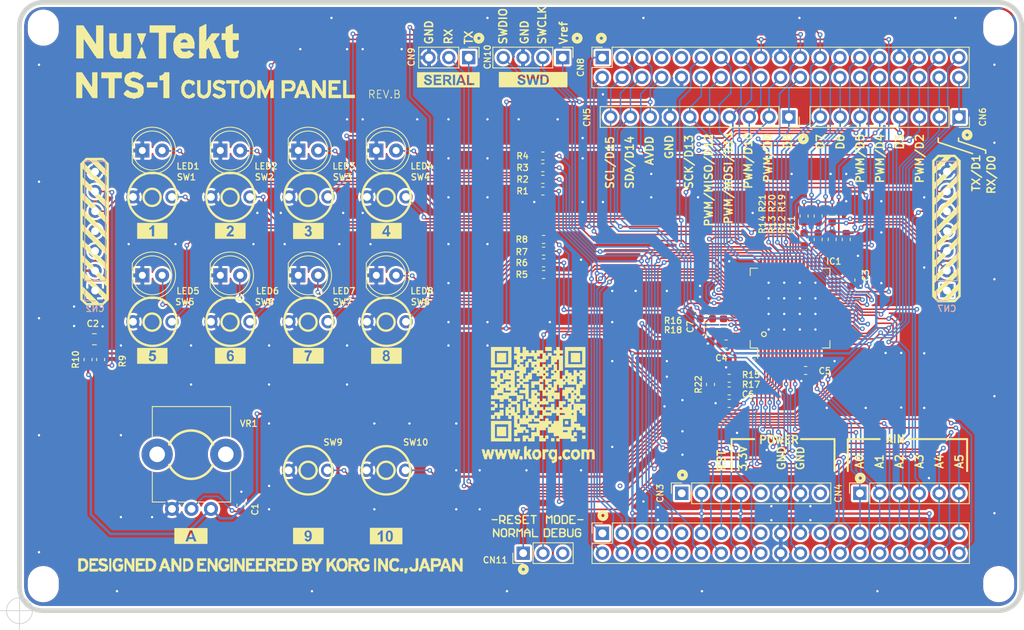
<source format=kicad_pcb>
(kicad_pcb (version 20171130) (host pcbnew "(5.1.5)-3")
  (title_block (title "NTS-1 Custom Panel PCB") (date 2019-12-27) (rev A) (comment 1 "NTS-1 digital kit") (comment 2 "Kazuya Miura") (comment 3 "Kazuya Miura"))
  (layers (0 F.Cu signal hide) (31 B.Cu signal hide) (34 B.Paste user hide) (35 F.Paste user hide) (36 B.SilkS user hide) (37 F.SilkS user) (38 B.Mask user hide) (39 F.Mask user hide) (44 Edge.Cuts user))
  (net 0 "")
  (net 1 GND)
  (net 2 /PC2)
  (net 3 +3V3)
  (net 4 /BOOT0)
  (net 5 /PA3)
  (net 6 /PA2)
  (net 7 /PA14)
  (net 8 /PA13)
  (net 9 /PC11)
  (net 10 /PC10)
  (net 11 /PD2)
  (net 12 /PC12)
  (net 13 /PF6)
  (net 14 /PF7)
  (net 15 /PA15)
  (net 16 /PB7)
  (net 17 /PC13)
  (net 18 /PC14)
  (net 19 /PA0)
  (net 20 /PC15)
  (net 21 /PA1)
  (net 22 /PF0)
  (net 23 /PA4)
  (net 24 /PF1)
  (net 25 /PB0)
  (net 26 /PC1)
  (net 27 /PC0)
  (net 28 /PC3)
  (net 29 /PA9)
  (net 30 /PC7)
  (net 31 /PB6)
  (net 32 /PA7)
  (net 33 /PA6)
  (net 34 /PA5)
  (net 35 /PB9)
  (net 36 /PB8)
  (net 37 /PA10)
  (net 38 /PB3)
  (net 39 /PB5)
  (net 40 /PB4)
  (net 41 /PB10)
  (net 42 /PA8)
  (net 43 /PF4)
  (net 44 /PF5)
  (net 45 /PC4)
  (net 46 /PB13)
  (net 47 /PB14)
  (net 48 /PB15)
  (net 49 /PB1)
  (net 50 /PB2)
  (net 51 /PB11)
  (net 52 /PB12)
  (net 53 /PA11)
  (net 54 /PA12)
  (net 55 /PC5)
  (net 56 /PC6)
  (net 57 /PC9)
  (net 58 /PC8)
  (net 59 /~RESET_PNL)
  (net 60 "Net-(CN11-Pad2)")
  (net 61 /PANEL_ACK)
  (net 62 /BOOT_PNL)
  (net 63 /TX_PNL)
  (net 64 /RX_PNL)
  (net 65 /CK_PNL)
  (net 66 "Net-(LED1-Pad2)")
  (net 67 "Net-(LED2-Pad2)")
  (net 68 "Net-(LED3-Pad2)")
  (net 69 "Net-(LED4-Pad2)")
  (net 70 "Net-(LED5-Pad2)")
  (net 71 "Net-(LED6-Pad2)")
  (net 72 "Net-(LED7-Pad2)")
  (net 73 "Net-(LED8-Pad2)")
  (net 74 "Net-(CN11-Pad3)")
  (net 75 /NRST)
  (net 76 +3V3Ref)
  (net 77 "Net-(CN1-Pad5)")
  (net 78 "Net-(CN1-Pad9)")
  (net 79 "Net-(CN1-Pad17)")
  (net 80 "Net-(CN1-Pad23)")
  (net 81 "Net-(CN1-Pad25)")
  (net 82 "Net-(CN2-Pad3)")
  (net 83 "Net-(CN2-Pad4)")
  (net 84 "Net-(CN2-Pad6)")
  (net 85 "Net-(CN3-Pad8)")
  (net 86 "Net-(CN3-Pad5)")
  (net 87 "Net-(CN3-Pad1)")
  (net 88 "Net-(CN8-Pad9)")
  (net 89 "Net-(CN8-Pad7)")
  (net 90 "Net-(R15-Pad1)")
  (module CustomPanel:NTS-1_Custom_Silk4 (layer F.Cu) (at 100 150)
    (fp_text reference G*** hide)
    (fp_text value LOGO hide)
  )
  (module Resistor_SMD:R_0603_1608Metric (layer F.Cu) (at 167.2 102.4)
    (fp_text reference R8 (at -2.8 0 unlocked) (layer F.SilkS) (effects (font (size 0.8 0.8))))
    (fp_text value 220)
    (pad 2 smd roundrect (at 0.7875 0) (size 0.875 0.95) (layers F.Cu F.Paste F.Mask) (net 18 /PC14))
    (pad 1 smd roundrect (at -0.7875 0) (size 0.875 0.95) (layers F.Cu F.Paste F.Mask) (net 73 "Net-(LED8-Pad2)"))
  )
  (module Resistor_SMD:R_0603_1608Metric (layer F.Cu) (at 167.2 103.9)
    (fp_text reference R7 (at -2.8 0.1 unlocked) (layer F.SilkS) (effects (font (size 0.8 0.8))))
    (fp_text value 220)
    (pad 2 smd roundrect (at 0.7875 0) (size 0.875 0.95) (layers F.Cu F.Paste F.Mask) (net 17 /PC13))
    (pad 1 smd roundrect (at -0.7875 0) (size 0.875 0.95) (layers F.Cu F.Paste F.Mask) (net 72 "Net-(LED7-Pad2)"))
  )
  (module Resistor_SMD:R_0603_1608Metric (layer F.Cu) (at 167.2 105.4)
    (fp_text reference R6 (at -2.8 0 unlocked) (layer F.SilkS) (effects (font (size 0.8 0.8))))
    (fp_text value 220)
    (pad 2 smd roundrect (at 0.7875 0) (size 0.875 0.95) (layers F.Cu F.Paste F.Mask) (net 16 /PB7))
    (pad 1 smd roundrect (at -0.7875 0) (size 0.875 0.95) (layers F.Cu F.Paste F.Mask) (net 71 "Net-(LED6-Pad2)"))
  )
  (module Resistor_SMD:R_0603_1608Metric (layer F.Cu) (at 167.2 106.9)
    (fp_text reference R5 (at -2.8 0 unlocked) (layer F.SilkS) (effects (font (size 0.8 0.8))))
    (fp_text value 220)
    (pad 2 smd roundrect (at 0.7875 0) (size 0.875 0.95) (layers F.Cu F.Paste F.Mask) (net 15 /PA15))
    (pad 1 smd roundrect (at -0.7875 0) (size 0.875 0.95) (layers F.Cu F.Paste F.Mask) (net 70 "Net-(LED5-Pad2)"))
  )
  (module Resistor_SMD:R_0603_1608Metric (layer F.Cu) (at 167.1 91.7)
    (fp_text reference R4 (at -2.6 0 unlocked) (layer F.SilkS) (effects (font (size 0.8 0.8))))
    (fp_text value 220)
    (pad 2 smd roundrect (at 0.7875 0) (size 0.875 0.95) (layers F.Cu F.Paste F.Mask) (net 14 /PF7))
    (pad 1 smd roundrect (at -0.7875 0) (size 0.875 0.95) (layers F.Cu F.Paste F.Mask) (net 69 "Net-(LED4-Pad2)"))
  )
  (module Resistor_SMD:R_0603_1608Metric (layer F.Cu) (at 167.1 93.2)
    (fp_text reference R3 (at -2.6 0 unlocked) (layer F.SilkS) (effects (font (size 0.8 0.8))))
    (fp_text value 220)
    (pad 2 smd roundrect (at 0.7875 0) (size 0.875 0.95) (layers F.Cu F.Paste F.Mask) (net 13 /PF6))
    (pad 1 smd roundrect (at -0.7875 0) (size 0.875 0.95) (layers F.Cu F.Paste F.Mask) (net 68 "Net-(LED3-Pad2)"))
  )
  (module Resistor_SMD:R_0603_1608Metric (layer F.Cu) (at 167.1 94.7)
    (fp_text reference R2 (at -2.6 0 unlocked) (layer F.SilkS) (effects (font (size 0.8 0.8))))
    (fp_text value 220)
    (pad 2 smd roundrect (at 0.7875 0) (size 0.875 0.95) (layers F.Cu F.Paste F.Mask) (net 12 /PC12))
    (pad 1 smd roundrect (at -0.7875 0) (size 0.875 0.95) (layers F.Cu F.Paste F.Mask) (net 67 "Net-(LED2-Pad2)"))
  )
  (module Resistor_SMD:R_0603_1608Metric (layer F.Cu) (at 167.1 96.2)
    (fp_text reference R1 (at -2.6 0 unlocked) (layer F.SilkS) (effects (font (size 0.8 0.8))))
    (fp_text value 220)
    (pad 2 smd roundrect (at 0.7875 0) (size 0.875 0.95) (layers F.Cu F.Paste F.Mask) (net 10 /PC10))
    (pad 1 smd roundrect (at -0.7875 0) (size 0.875 0.95) (layers F.Cu F.Paste F.Mask) (net 66 "Net-(LED1-Pad2)"))
  )
  (module CustomPanel:NTS-1_Custom_Silk3 (layer F.Cu) (at 100 150)
    (fp_text reference G*** hide)
    (fp_text value LOGO hide)
  )
  (module Connector_PinSocket_2.54mm:PinSocket_1x06_P2.54mm_Vertical (layer F.Cu) (at 207.75 134.95 90)
    (fp_text reference CN4 (at 0 -2.77 90 unlocked) (layer F.SilkS) (effects (font (size 0.8 0.8))))
    (fp_text value "1x6 2.54mm connector")
    (pad 6 thru_hole oval (at 0 12.7 90) (size 1.7 1.7) (drill 1) (layers *.Cu *.Mask) (net 27 /PC0))
    (pad 5 thru_hole oval (at 0 10.16 90) (size 1.7 1.7) (drill 1) (layers *.Cu *.Mask) (net 26 /PC1))
    (pad 4 thru_hole oval (at 0 7.62 90) (size 1.7 1.7) (drill 1) (layers *.Cu *.Mask) (net 25 /PB0))
    (pad 3 thru_hole oval (at 0 5.08 90) (size 1.7 1.7) (drill 1) (layers *.Cu *.Mask) (net 23 /PA4))
    (pad 2 thru_hole oval (at 0 2.54 90) (size 1.7 1.7) (drill 1) (layers *.Cu *.Mask) (net 21 /PA1))
    (pad 1 thru_hole rect (at 0 0 90) (size 1.7 1.7) (drill 1) (layers *.Cu *.Mask) (net 19 /PA0))
  )
  (module Connector_PinHeader_2.54mm:PinHeader_1x03_P2.54mm_Vertical (layer F.Cu) (at 164.58 142.62 90)
    (fp_text reference CN11 (at -0.89 -3.58 unlocked) (layer F.SilkS) (effects (font (size 0.8 0.8))))
    (fp_text value "1x3 2.54mm header")
    (pad 3 thru_hole oval (at 0 5.08 90) (size 1.7 1.7) (drill 1) (layers *.Cu *.Mask) (net 74 "Net-(CN11-Pad3)"))
    (pad 2 thru_hole oval (at 0 2.54 90) (size 1.7 1.7) (drill 1) (layers *.Cu *.Mask) (net 60 "Net-(CN11-Pad2)"))
    (pad 1 thru_hole rect (at 0 0 90) (size 1.7 1.7) (drill 1) (layers *.Cu *.Mask) (net 59 /~RESET_PNL))
  )
  (module CustomPanel:NTS-1_Custom_Silk2 (layer F.Cu) (at 140.5 110.01)
    (fp_text reference G*** hide)
    (fp_text value LOGO hide)
  )
  (module Connector_PinHeader_2.54mm:PinHeader_1x04_P2.54mm_Vertical (layer F.Cu) (at 169.64 79.08 270)
    (fp_text reference CN10 (at -0.07 9.64 90 unlocked) (layer F.SilkS) (effects (font (size 0.8 0.8))))
    (fp_text value "1x4 2.54mm header")
    (pad 4 thru_hole oval (at 0 7.62 270) (size 1.7 1.7) (drill 1) (layers *.Cu *.Mask) (net 8 /PA13))
    (pad 3 thru_hole oval (at 0 5.08 270) (size 1.7 1.7) (drill 1) (layers *.Cu *.Mask) (net 1 GND))
    (pad 2 thru_hole oval (at 0 2.54 270) (size 1.7 1.7) (drill 1) (layers *.Cu *.Mask) (net 7 /PA14))
    (pad 1 thru_hole rect (at 0 0 270) (size 1.7 1.7) (drill 1) (layers *.Cu *.Mask) (net 3 +3V3))
  )
  (module CustomPanel:MountingHole_3mm_3.65mm (layer F.Cu) (at 225.55 146.596)
    (fp_text reference REF** hide)
    (fp_text value MountingHole_3_3.65 hide)
    (pad "" np_thru_hole oval (at 0 0) (size 3 3.65) (drill oval 3 3.65) (layers *.Cu *.Mask))
  )
  (module CustomPanel:MountingHole_3mm_3.65mm (layer F.Cu) (at 103.05 75.246)
    (fp_text reference REF** hide)
    (fp_text value MountingHole_3_3.65 hide)
    (pad "" np_thru_hole oval (at 0 0) (size 3 3.65) (drill oval 3 3.65) (layers *.Cu *.Mask))
  )
  (module CustomPanel:MountingHole_3mm_3.65mm (layer F.Cu) (at 225.55 75.246)
    (fp_text reference REF** hide)
    (fp_text value MountingHole_3_3.65 hide)
    (pad "" np_thru_hole oval (at 0 0) (size 3 3.65) (drill oval 3 3.65) (layers *.Cu *.Mask))
  )
  (module CustomPanel:MountingHole_3mm_3.65mm (layer F.Cu) (at 103.05 146.596)
    (fp_text reference REF** hide)
    (fp_text value MountingHole_3_3.65 hide)
    (pad "" np_thru_hole oval (at 0 0) (size 3 3.65) (drill oval 3 3.65) (layers *.Cu *.Mask))
  )
  (module CustomPanel:SW_Tactile_SKRH (layer F.Cu) (at 136.99948 131.99999 180)
    (fp_text reference SW9 (at -3.20052 3.58999 unlocked) (layer F.SilkS) (effects (font (size 0.8 0.8))))
    (fp_text value "TACT SW")
    (pad 2 thru_hole circle (at 2.5 0) (size 1.7 1.7) (drill 1) (layers *.Cu *.Mask) (net 1 GND))
    (pad 1 thru_hole circle (at -2.5 0) (size 1.7 1.7) (drill 1) (layers *.Cu *.Mask) (net 45 /PC4))
  )
  (module CustomPanel:SW_Tactile_SKRH (layer F.Cu) (at 146.99948 131.99999 180)
    (fp_text reference SW10 (at -3.80052 3.58999 unlocked) (layer F.SilkS) (effects (font (size 0.8 0.8))))
    (fp_text value "TACT SW")
    (pad 2 thru_hole circle (at 2.5 0) (size 1.7 1.7) (drill 1) (layers *.Cu *.Mask) (net 1 GND))
    (pad 1 thru_hole circle (at -2.5 0) (size 1.7 1.7) (drill 1) (layers *.Cu *.Mask) (net 44 /PF5))
  )
  (module Connector_PinSocket_2.54mm:PinSocket_2x19_P2.54mm_Vertical (layer F.Cu) (at 174.72 79.08 90)
    (fp_text reference CN8 (at -1.27 -2.77 90 unlocked) (layer F.SilkS) (effects (font (size 0.8 0.8))))
    (fp_text value "19x2 2.54mm header")
    (pad 38 thru_hole oval (at -2.54 45.72 90) (size 1.7 1.7) (drill 1) (layers *.Cu *.Mask) (net 5 /PA3))
    (pad 37 thru_hole oval (at 0 45.72 90) (size 1.7 1.7) (drill 1) (layers *.Cu *.Mask) (net 43 /PF4))
    (pad 36 thru_hole oval (at -2.54 43.18 90) (size 1.7 1.7) (drill 1) (layers *.Cu *.Mask) (net 6 /PA2))
    (pad 35 thru_hole oval (at 0 43.18 90) (size 1.7 1.7) (drill 1) (layers *.Cu *.Mask) (net 44 /PF5))
    (pad 34 thru_hole oval (at -2.54 40.64 90) (size 1.7 1.7) (drill 1) (layers *.Cu *.Mask) (net 37 /PA10))
    (pad 33 thru_hole oval (at 0 40.64 90) (size 1.7 1.7) (drill 1) (layers *.Cu *.Mask) (net 45 /PC4))
    (pad 32 thru_hole oval (at -2.54 38.1 90) (size 1.7 1.7) (drill 1) (layers *.Cu *.Mask) (net 38 /PB3))
    (pad 31 thru_hole oval (at 0 38.1 90) (size 1.7 1.7) (drill 1) (layers *.Cu *.Mask) (net 1 GND))
    (pad 30 thru_hole oval (at -2.54 35.56 90) (size 1.7 1.7) (drill 1) (layers *.Cu *.Mask) (net 39 /PB5))
    (pad 29 thru_hole oval (at 0 35.56 90) (size 1.7 1.7) (drill 1) (layers *.Cu *.Mask) (net 46 /PB13))
    (pad 28 thru_hole oval (at -2.54 33.02 90) (size 1.7 1.7) (drill 1) (layers *.Cu *.Mask) (net 40 /PB4))
    (pad 27 thru_hole oval (at 0 33.02 90) (size 1.7 1.7) (drill 1) (layers *.Cu *.Mask) (net 47 /PB14))
    (pad 26 thru_hole oval (at -2.54 30.48 90) (size 1.7 1.7) (drill 1) (layers *.Cu *.Mask) (net 41 /PB10))
    (pad 25 thru_hole oval (at 0 30.48 90) (size 1.7 1.7) (drill 1) (layers *.Cu *.Mask) (net 48 /PB15))
    (pad 24 thru_hole oval (at -2.54 27.94 90) (size 1.7 1.7) (drill 1) (layers *.Cu *.Mask) (net 42 /PA8))
    (pad 23 thru_hole oval (at 0 27.94 90) (size 1.7 1.7) (drill 1) (layers *.Cu *.Mask) (net 49 /PB1))
    (pad 22 thru_hole oval (at -2.54 25.4 90) (size 1.7 1.7) (drill 1) (layers *.Cu *.Mask) (net 29 /PA9))
    (pad 21 thru_hole oval (at 0 25.4 90) (size 1.7 1.7) (drill 1) (layers *.Cu *.Mask) (net 50 /PB2))
    (pad 20 thru_hole oval (at -2.54 22.86 90) (size 1.7 1.7) (drill 1) (layers *.Cu *.Mask) (net 30 /PC7))
    (pad 19 thru_hole oval (at 0 22.86 90) (size 1.7 1.7) (drill 1) (layers *.Cu *.Mask) (net 1 GND))
    (pad 18 thru_hole oval (at -2.54 20.32 90) (size 1.7 1.7) (drill 1) (layers *.Cu *.Mask) (net 31 /PB6))
    (pad 17 thru_hole oval (at 0 20.32 90) (size 1.7 1.7) (drill 1) (layers *.Cu *.Mask) (net 51 /PB11))
    (pad 16 thru_hole oval (at -2.54 17.78 90) (size 1.7 1.7) (drill 1) (layers *.Cu *.Mask) (net 32 /PA7))
    (pad 15 thru_hole oval (at 0 17.78 90) (size 1.7 1.7) (drill 1) (layers *.Cu *.Mask) (net 52 /PB12))
    (pad 14 thru_hole oval (at -2.54 15.24 90) (size 1.7 1.7) (drill 1) (layers *.Cu *.Mask) (net 33 /PA6))
    (pad 13 thru_hole oval (at 0 15.24 90) (size 1.7 1.7) (drill 1) (layers *.Cu *.Mask) (net 53 /PA11))
    (pad 12 thru_hole oval (at -2.54 12.7 90) (size 1.7 1.7) (drill 1) (layers *.Cu *.Mask) (net 34 /PA5))
    (pad 11 thru_hole oval (at 0 12.7 90) (size 1.7 1.7) (drill 1) (layers *.Cu *.Mask) (net 54 /PA12))
    (pad 10 thru_hole oval (at -2.54 10.16 90) (size 1.7 1.7) (drill 1) (layers *.Cu *.Mask) (net 1 GND))
    (pad 9 thru_hole oval (at 0 10.16 90) (size 1.7 1.7) (drill 1) (layers *.Cu *.Mask) (net 88 "Net-(CN8-Pad9)"))
    (pad 8 thru_hole oval (at -2.54 7.62 90) (size 1.7 1.7) (drill 1) (layers *.Cu *.Mask) (net 3 +3V3))
    (pad 7 thru_hole oval (at 0 7.62 90) (size 1.7 1.7) (drill 1) (layers *.Cu *.Mask) (net 89 "Net-(CN8-Pad7)"))
    (pad 6 thru_hole oval (at -2.54 5.08 90) (size 1.7 1.7) (drill 1) (layers *.Cu *.Mask) (net 35 /PB9))
    (pad 5 thru_hole oval (at 0 5.08 90) (size 1.7 1.7) (drill 1) (layers *.Cu *.Mask) (net 55 /PC5))
    (pad 4 thru_hole oval (at -2.54 2.54 90) (size 1.7 1.7) (drill 1) (layers *.Cu *.Mask) (net 36 /PB8))
    (pad 3 thru_hole oval (at 0 2.54 90) (size 1.7 1.7) (drill 1) (layers *.Cu *.Mask) (net 56 /PC6))
    (pad 2 thru_hole oval (at -2.54 0 90) (size 1.7 1.7) (drill 1) (layers *.Cu *.Mask) (net 57 /PC9))
    (pad 1 thru_hole rect (at 0 0 90) (size 1.7 1.7) (drill 1) (layers *.Cu *.Mask) (net 58 /PC8))
  )
  (module CustomPanel:SW_Tactile_SKRH (layer F.Cu) (at 117.05 112.95 180)
    (fp_text reference SW5 (at -4.15 2.54 unlocked) (layer F.SilkS) (effects (font (size 0.8 0.8))))
    (fp_text value "TACT SW")
    (pad 2 thru_hole circle (at 2.5 0) (size 1.7 1.7) (drill 1) (layers *.Cu *.Mask) (net 1 GND))
    (pad 1 thru_hole circle (at -2.5 0) (size 1.7 1.7) (drill 1) (layers *.Cu *.Mask) (net 53 /PA11))
  )
  (module Capacitor_SMD:C_0805_2012Metric (layer F.Cu) (at 109.59948 115.19998)
    (fp_text reference C2 (at -0.19948 -1.99998 unlocked) (layer F.SilkS) (effects (font (size 0.8 0.8))))
    (fp_text value 10u)
    (pad 1 smd roundrect (at -0.9375 0) (size 0.975 1.4) (layers F.Cu F.Paste F.Mask) (net 3 +3V3))
    (pad 2 smd roundrect (at 0.9375 0) (size 0.975 1.4) (layers F.Cu F.Paste F.Mask) (net 1 GND))
  )
  (module Resistor_SMD:R_0603_1608Metric (layer F.Cu) (at 108.79948 117.79998 90)
    (fp_text reference R10 (at 0 -1.59948 90 unlocked) (layer F.SilkS) (effects (font (size 0.8 0.8))))
    (fp_text value 0)
    (pad 2 smd roundrect (at 0.7875 0 90) (size 0.875 0.95) (layers F.Cu F.Paste F.Mask) (net 3 +3V3))
    (pad 1 smd roundrect (at -0.7875 0 90) (size 0.875 0.95) (layers F.Cu F.Paste F.Mask) (net 76 +3V3Ref))
  )
  (module Resistor_SMD:R_0603_1608Metric (layer F.Cu) (at 110.39948 117.79998 270)
    (fp_text reference R9 (at 0.20002 -2.80052 90 unlocked) (layer F.SilkS) (effects (font (size 0.8 0.8))))
    (fp_text value 10k)
    (pad 1 smd roundrect (at -0.7875 0 270) (size 0.875 0.95) (layers F.Cu F.Paste F.Mask) (net 3 +3V3))
    (pad 2 smd roundrect (at 0.7875 0 270) (size 0.875 0.95) (layers F.Cu F.Paste F.Mask) (net 84 "Net-(CN2-Pad6)"))
  )
  (module Capacitor_SMD:C_0603_1608Metric (layer F.Cu) (at 128.39948 136.47498 90)
    (fp_text reference C1 (at -0.52502 1.80052 90 unlocked) (layer F.SilkS) (effects (font (size 0.8 0.8))))
    (fp_text value 0.1u)
    (pad 2 smd roundrect (at 0.7875 0 90) (size 0.875 0.95) (layers F.Cu F.Paste F.Mask) (net 1 GND))
    (pad 1 smd roundrect (at -0.7875 0 90) (size 0.875 0.95) (layers F.Cu F.Paste F.Mask) (net 2 /PC2))
  )
  (module Capacitor_SMD:C_0603_1608Metric (layer F.Cu) (at 200.79948 119.19998 180)
    (fp_text reference C5 (at -2.45052 -0.06002 unlocked) (layer F.SilkS) (effects (font (size 0.8 0.8))))
    (fp_text value 0.1u)
    (pad 1 smd roundrect (at -0.7875 0 180) (size 0.875 0.95) (layers F.Cu F.Paste F.Mask) (net 76 +3V3Ref))
    (pad 2 smd roundrect (at 0.7875 0 180) (size 0.875 0.95) (layers F.Cu F.Paste F.Mask) (net 1 GND))
  )
  (module Capacitor_SMD:C_0603_1608Metric (layer F.Cu) (at 206.59948 107.59998 270)
    (fp_text reference C3 (at -0.58998 -1.90052 90 unlocked) (layer F.SilkS) (effects (font (size 0.8 0.8))))
    (fp_text value 0.1u)
    (pad 1 smd roundrect (at -0.7875 0 270) (size 0.875 0.95) (layers F.Cu F.Paste F.Mask) (net 3 +3V3))
    (pad 2 smd roundrect (at 0.7875 0 270) (size 0.875 0.95) (layers F.Cu F.Paste F.Mask) (net 1 GND))
  )
  (module Capacitor_SMD:C_0603_1608Metric (layer F.Cu) (at 190.59948 115.79999 180)
    (fp_text reference C4 (at 0.59948 -1.81001 unlocked) (layer F.SilkS) (effects (font (size 0.8 0.8))))
    (fp_text value 0.1u)
    (pad 2 smd roundrect (at 0.7875 0 180) (size 0.875 0.95) (layers F.Cu F.Paste F.Mask) (net 1 GND))
    (pad 1 smd roundrect (at -0.7875 0 180) (size 0.875 0.95) (layers F.Cu F.Paste F.Mask) (net 3 +3V3))
  )
  (module Capacitor_SMD:C_0603_1608Metric (layer F.Cu) (at 190.99948 123.42499 180)
    (fp_text reference C6 (at -2.40052 1.16499 unlocked) (layer F.SilkS) (effects (font (size 0.8 0.8))))
    (fp_text value 1000p)
    (pad 2 smd roundrect (at 0.7875 0 180) (size 0.875 0.95) (layers F.Cu F.Paste F.Mask) (net 1 GND))
    (pad 1 smd roundrect (at -0.7875 0 180) (size 0.875 0.95) (layers F.Cu F.Paste F.Mask) (net 75 /NRST))
  )
  (module Capacitor_SMD:C_0603_1608Metric (layer F.Cu) (at 190.26675 113.3678 270)
    (fp_text reference C7 (at 0.2322 4.26675 90 unlocked) (layer F.SilkS) (effects (font (size 0.8 0.8))))
    (fp_text value 1000p)
    (pad 1 smd roundrect (at -0.7875 0 270) (size 0.875 0.95) (layers F.Cu F.Paste F.Mask) (net 4 /BOOT0))
    (pad 2 smd roundrect (at 0.7875 0 270) (size 0.875 0.95) (layers F.Cu F.Paste F.Mask) (net 1 GND))
  )
  (module Connector_PinSocket_2.54mm:PinSocket_2x19_P2.54mm_Vertical (layer F.Cu) (at 174.74 140.08 90)
    (fp_text reference CN1 hide)
    (fp_text value "19x2 2.54mm header")
    (pad 1 thru_hole rect (at 0 0 90) (size 1.7 1.7) (drill 1) (layers *.Cu *.Mask) (net 9 /PC11))
    (pad 2 thru_hole oval (at -2.54 0 90) (size 1.7 1.7) (drill 1) (layers *.Cu *.Mask) (net 10 /PC10))
    (pad 3 thru_hole oval (at 0 2.54 90) (size 1.7 1.7) (drill 1) (layers *.Cu *.Mask) (net 11 /PD2))
    (pad 4 thru_hole oval (at -2.54 2.54 90) (size 1.7 1.7) (drill 1) (layers *.Cu *.Mask) (net 12 /PC12))
    (pad 5 thru_hole oval (at 0 5.08 90) (size 1.7 1.7) (drill 1) (layers *.Cu *.Mask) (net 77 "Net-(CN1-Pad5)"))
    (pad 6 thru_hole oval (at -2.54 5.08 90) (size 1.7 1.7) (drill 1) (layers *.Cu *.Mask) (net 3 +3V3))
    (pad 7 thru_hole oval (at 0 7.62 90) (size 1.7 1.7) (drill 1) (layers *.Cu *.Mask) (net 1 GND))
    (pad 8 thru_hole oval (at -2.54 7.62 90) (size 1.7 1.7) (drill 1) (layers *.Cu *.Mask) (net 4 /BOOT0))
    (pad 9 thru_hole oval (at 0 10.16 90) (size 1.7 1.7) (drill 1) (layers *.Cu *.Mask) (net 78 "Net-(CN1-Pad9)"))
    (pad 10 thru_hole oval (at -2.54 10.16 90) (size 1.7 1.7) (drill 1) (layers *.Cu *.Mask) (net 13 /PF6))
    (pad 11 thru_hole oval (at 0 12.7 90) (size 1.7 1.7) (drill 1) (layers *.Cu *.Mask) (net 3 +3V3))
    (pad 12 thru_hole oval (at -2.54 12.7 90) (size 1.7 1.7) (drill 1) (layers *.Cu *.Mask) (net 14 /PF7))
    (pad 13 thru_hole oval (at 0 15.24 90) (size 1.7 1.7) (drill 1) (layers *.Cu *.Mask) (net 75 /NRST))
    (pad 14 thru_hole oval (at -2.54 15.24 90) (size 1.7 1.7) (drill 1) (layers *.Cu *.Mask) (net 8 /PA13))
    (pad 15 thru_hole oval (at 0 17.78 90) (size 1.7 1.7) (drill 1) (layers *.Cu *.Mask) (net 3 +3V3))
    (pad 16 thru_hole oval (at -2.54 17.78 90) (size 1.7 1.7) (drill 1) (layers *.Cu *.Mask) (net 7 /PA14))
    (pad 17 thru_hole oval (at 0 20.32 90) (size 1.7 1.7) (drill 1) (layers *.Cu *.Mask) (net 79 "Net-(CN1-Pad17)"))
    (pad 18 thru_hole oval (at -2.54 20.32 90) (size 1.7 1.7) (drill 1) (layers *.Cu *.Mask) (net 15 /PA15))
    (pad 19 thru_hole oval (at 0 22.86 90) (size 1.7 1.7) (drill 1) (layers *.Cu *.Mask) (net 1 GND))
    (pad 20 thru_hole oval (at -2.54 22.86 90) (size 1.7 1.7) (drill 1) (layers *.Cu *.Mask) (net 1 GND))
    (pad 21 thru_hole oval (at 0 25.4 90) (size 1.7 1.7) (drill 1) (layers *.Cu *.Mask) (net 1 GND))
    (pad 22 thru_hole oval (at -2.54 25.4 90) (size 1.7 1.7) (drill 1) (layers *.Cu *.Mask) (net 16 /PB7))
    (pad 23 thru_hole oval (at 0 27.94 90) (size 1.7 1.7) (drill 1) (layers *.Cu *.Mask) (net 80 "Net-(CN1-Pad23)"))
    (pad 24 thru_hole oval (at -2.54 27.94 90) (size 1.7 1.7) (drill 1) (layers *.Cu *.Mask) (net 17 /PC13))
    (pad 25 thru_hole oval (at 0 30.48 90) (size 1.7 1.7) (drill 1) (layers *.Cu *.Mask) (net 81 "Net-(CN1-Pad25)"))
    (pad 26 thru_hole oval (at -2.54 30.48 90) (size 1.7 1.7) (drill 1) (layers *.Cu *.Mask) (net 18 /PC14))
    (pad 27 thru_hole oval (at 0 33.02 90) (size 1.7 1.7) (drill 1) (layers *.Cu *.Mask) (net 19 /PA0))
    (pad 28 thru_hole oval (at -2.54 33.02 90) (size 1.7 1.7) (drill 1) (layers *.Cu *.Mask) (net 20 /PC15))
    (pad 29 thru_hole oval (at 0 35.56 90) (size 1.7 1.7) (drill 1) (layers *.Cu *.Mask) (net 21 /PA1))
    (pad 30 thru_hole oval (at -2.54 35.56 90) (size 1.7 1.7) (drill 1) (layers *.Cu *.Mask) (net 22 /PF0))
    (pad 31 thru_hole oval (at 0 38.1 90) (size 1.7 1.7) (drill 1) (layers *.Cu *.Mask) (net 23 /PA4))
    (pad 32 thru_hole oval (at -2.54 38.1 90) (size 1.7 1.7) (drill 1) (layers *.Cu *.Mask) (net 24 /PF1))
    (pad 33 thru_hole oval (at 0 40.64 90) (size 1.7 1.7) (drill 1) (layers *.Cu *.Mask) (net 25 /PB0))
    (pad 34 thru_hole oval (at -2.54 40.64 90) (size 1.7 1.7) (drill 1) (layers *.Cu *.Mask) (net 3 +3V3))
    (pad 35 thru_hole oval (at 0 43.18 90) (size 1.7 1.7) (drill 1) (layers *.Cu *.Mask) (net 26 /PC1))
    (pad 36 thru_hole oval (at -2.54 43.18 90) (size 1.7 1.7) (drill 1) (layers *.Cu *.Mask) (net 2 /PC2))
    (pad 37 thru_hole oval (at 0 45.72 90) (size 1.7 1.7) (drill 1) (layers *.Cu *.Mask) (net 27 /PC0))
    (pad 38 thru_hole oval (at -2.54 45.72 90) (size 1.7 1.7) (drill 1) (layers *.Cu *.Mask) (net 28 /PC3))
  )
  (module Connector_PinSocket_2.54mm:PinSocket_1x08_P2.54mm_Vertical (layer F.Cu) (at 184.91 134.95 90)
    (fp_text reference CN3 (at 0 -2.77 90 unlocked) (layer F.SilkS) (effects (font (size 0.8 0.8))))
    (fp_text value "1x8 2.54mm connector")
    (pad 8 thru_hole oval (at 0 17.78 90) (size 1.7 1.7) (drill 1) (layers *.Cu *.Mask) (net 85 "Net-(CN3-Pad8)"))
    (pad 7 thru_hole oval (at 0 15.24 90) (size 1.7 1.7) (drill 1) (layers *.Cu *.Mask) (net 1 GND))
    (pad 6 thru_hole oval (at 0 12.7 90) (size 1.7 1.7) (drill 1) (layers *.Cu *.Mask) (net 1 GND))
    (pad 5 thru_hole oval (at 0 10.16 90) (size 1.7 1.7) (drill 1) (layers *.Cu *.Mask) (net 86 "Net-(CN3-Pad5)"))
    (pad 4 thru_hole oval (at 0 7.62 90) (size 1.7 1.7) (drill 1) (layers *.Cu *.Mask) (net 3 +3V3))
    (pad 3 thru_hole oval (at 0 5.08 90) (size 1.7 1.7) (drill 1) (layers *.Cu *.Mask) (net 75 /NRST))
    (pad 2 thru_hole oval (at 0 2.54 90) (size 1.7 1.7) (drill 1) (layers *.Cu *.Mask) (net 3 +3V3))
    (pad 1 thru_hole rect (at 0 0 90) (size 1.7 1.7) (drill 1) (layers *.Cu *.Mask) (net 87 "Net-(CN3-Pad1)"))
  )
  (module Connector_PinSocket_2.54mm:PinSocket_1x08_P2.54mm_Vertical (layer F.Cu) (at 220.46 86.7 270)
    (fp_text reference CN6 (at 0 -3.04 90 unlocked) (layer F.SilkS) (effects (font (size 0.8 0.8))))
    (fp_text value "1x8 2.54mm connector")
    (pad 1 thru_hole rect (at 0 0 270) (size 1.7 1.7) (drill 1) (layers *.Cu *.Mask) (net 5 /PA3))
    (pad 2 thru_hole oval (at 0 2.54 270) (size 1.7 1.7) (drill 1) (layers *.Cu *.Mask) (net 6 /PA2))
    (pad 3 thru_hole oval (at 0 5.08 270) (size 1.7 1.7) (drill 1) (layers *.Cu *.Mask) (net 37 /PA10))
    (pad 4 thru_hole oval (at 0 7.62 270) (size 1.7 1.7) (drill 1) (layers *.Cu *.Mask) (net 38 /PB3))
    (pad 5 thru_hole oval (at 0 10.16 270) (size 1.7 1.7) (drill 1) (layers *.Cu *.Mask) (net 39 /PB5))
    (pad 6 thru_hole oval (at 0 12.7 270) (size 1.7 1.7) (drill 1) (layers *.Cu *.Mask) (net 40 /PB4))
    (pad 7 thru_hole oval (at 0 15.24 270) (size 1.7 1.7) (drill 1) (layers *.Cu *.Mask) (net 41 /PB10))
    (pad 8 thru_hole oval (at 0 17.78 270) (size 1.7 1.7) (drill 1) (layers *.Cu *.Mask) (net 42 /PA8))
  )
  (module Connector_PinHeader_2.54mm:PinHeader_1x07_P2.54mm_Vertical (layer B.Cu) (at 109.69 108.95)
    (fp_text reference CN2 (at 0 2.33 unlocked) (layer B.SilkS) (effects (font (size 0.8 0.8)) (justify mirror)))
    (fp_text value "1x7 2.54mm header")
    (pad 1 thru_hole rect (at 0 0) (size 1.7 1.7) (drill 1) (layers *.Cu *.Mask) (net 1 GND))
    (pad 2 thru_hole oval (at 0 -2.54) (size 1.7 1.7) (drill 1) (layers *.Cu *.Mask) (net 3 +3V3))
    (pad 3 thru_hole oval (at 0 -5.08) (size 1.7 1.7) (drill 1) (layers *.Cu *.Mask) (net 82 "Net-(CN2-Pad3)"))
    (pad 4 thru_hole oval (at 0 -7.62) (size 1.7 1.7) (drill 1) (layers *.Cu *.Mask) (net 83 "Net-(CN2-Pad4)"))
    (pad 5 thru_hole oval (at 0 -10.16) (size 1.7 1.7) (drill 1) (layers *.Cu *.Mask) (net 61 /PANEL_ACK))
    (pad 6 thru_hole oval (at 0 -12.7) (size 1.7 1.7) (drill 1) (layers *.Cu *.Mask) (net 84 "Net-(CN2-Pad6)"))
    (pad 7 thru_hole oval (at 0 -15.24) (size 1.7 1.7) (drill 1) (layers *.Cu *.Mask) (net 1 GND))
  )
  (module Connector_PinHeader_2.54mm:PinHeader_1x07_P2.54mm_Vertical (layer B.Cu) (at 218.91 108.95)
    (fp_text reference CN7 (at 0 2.33 unlocked) (layer B.SilkS) (effects (font (size 0.8 0.8)) (justify mirror)))
    (fp_text value "1x7 2.54mm header")
    (pad 7 thru_hole oval (at 0 -15.24) (size 1.7 1.7) (drill 1) (layers *.Cu *.Mask) (net 1 GND))
    (pad 6 thru_hole oval (at 0 -12.7) (size 1.7 1.7) (drill 1) (layers *.Cu *.Mask) (net 62 /BOOT_PNL))
    (pad 5 thru_hole oval (at 0 -10.16) (size 1.7 1.7) (drill 1) (layers *.Cu *.Mask) (net 59 /~RESET_PNL))
    (pad 4 thru_hole oval (at 0 -7.62) (size 1.7 1.7) (drill 1) (layers *.Cu *.Mask) (net 63 /TX_PNL))
    (pad 3 thru_hole oval (at 0 -5.08) (size 1.7 1.7) (drill 1) (layers *.Cu *.Mask) (net 64 /RX_PNL))
    (pad 2 thru_hole oval (at 0 -2.54) (size 1.7 1.7) (drill 1) (layers *.Cu *.Mask) (net 65 /CK_PNL))
    (pad 1 thru_hole rect (at 0 0) (size 1.7 1.7) (drill 1) (layers *.Cu *.Mask) (net 1 GND))
  )
  (module Resistor_SMD:R_0603_1608Metric (layer F.Cu) (at 190.99948 121.82499)
    (fp_text reference R15 (at 2.80052 -2.06499 unlocked) (layer F.SilkS) (effects (font (size 0.8 0.8))))
    (fp_text value 33)
    (pad 2 smd roundrect (at 0.7875 0) (size 0.875 0.95) (layers F.Cu F.Paste F.Mask) (net 75 /NRST))
    (pad 1 smd roundrect (at -0.7875 0) (size 0.875 0.95) (layers F.Cu F.Paste F.Mask) (net 90 "Net-(R15-Pad1)"))
  )
  (module Resistor_SMD:R_0603_1608Metric (layer F.Cu) (at 188.06675 112.56779)
    (fp_text reference R16 (at -4.26675 0.24221 unlocked) (layer F.SilkS) (effects (font (size 0.8 0.8))))
    (fp_text value 1k)
    (pad 1 smd roundrect (at -0.7875 0) (size 0.875 0.95) (layers F.Cu F.Paste F.Mask) (net 62 /BOOT_PNL))
    (pad 2 smd roundrect (at 0.7875 0) (size 0.875 0.95) (layers F.Cu F.Paste F.Mask) (net 4 /BOOT0))
  )
  (module Resistor_SMD:R_0603_1608Metric (layer F.Cu) (at 190.99948 120.19991 180)
    (fp_text reference R17 (at -2.80052 -0.81009 unlocked) (layer F.SilkS) (effects (font (size 0.8 0.8))))
    (fp_text value 100k)
    (pad 1 smd roundrect (at -0.7875 0 180) (size 0.875 0.95) (layers F.Cu F.Paste F.Mask) (net 3 +3V3))
    (pad 2 smd roundrect (at 0.7875 0 180) (size 0.875 0.95) (layers F.Cu F.Paste F.Mask) (net 90 "Net-(R15-Pad1)"))
  )
  (module Resistor_SMD:R_0603_1608Metric (layer F.Cu) (at 188.06675 114.16779)
    (fp_text reference R18 (at -4.26675 -0.15779 unlocked) (layer F.SilkS) (effects (font (size 0.8 0.8))))
    (fp_text value 47k)
    (pad 2 smd roundrect (at 0.7875 0) (size 0.875 0.95) (layers F.Cu F.Paste F.Mask) (net 1 GND))
    (pad 1 smd roundrect (at -0.7875 0) (size 0.875 0.95) (layers F.Cu F.Paste F.Mask) (net 62 /BOOT_PNL))
  )
  (module Resistor_SMD:R_0603_1608Metric (layer F.Cu) (at 205.99948 102.39998 270)
    (fp_text reference R11 (at -1.89998 6.99948 90 unlocked) (layer F.SilkS) (effects (font (size 0.8 0.8))))
    (fp_text value 47)
    (pad 1 smd roundrect (at -0.7875 0 270) (size 0.875 0.95) (layers F.Cu F.Paste F.Mask) (net 61 /PANEL_ACK))
    (pad 2 smd roundrect (at 0.7875 0 270) (size 0.875 0.95) (layers F.Cu F.Paste F.Mask) (net 52 /PB12))
  )
  (module Resistor_SMD:R_0603_1608Metric (layer F.Cu) (at 204.19948 102.39998 270)
    (fp_text reference R12 (at -1.88998 6.44948 90 unlocked) (layer F.SilkS) (effects (font (size 0.8 0.8))))
    (fp_text value 47)
    (pad 2 smd roundrect (at 0.7875 0 270) (size 0.875 0.95) (layers F.Cu F.Paste F.Mask) (net 46 /PB13))
    (pad 1 smd roundrect (at -0.7875 0 270) (size 0.875 0.95) (layers F.Cu F.Paste F.Mask) (net 65 /CK_PNL))
  )
  (module Resistor_SMD:R_0603_1608Metric (layer F.Cu) (at 202.39948 102.39998 270)
    (fp_text reference R13 (at -1.88998 5.89948 90 unlocked) (layer F.SilkS) (effects (font (size 0.8 0.8))))
    (fp_text value 47)
    (pad 1 smd roundrect (at -0.7875 0 270) (size 0.875 0.95) (layers F.Cu F.Paste F.Mask) (net 63 /TX_PNL))
    (pad 2 smd roundrect (at 0.7875 0 270) (size 0.875 0.95) (layers F.Cu F.Paste F.Mask) (net 47 /PB14))
  )
  (module Resistor_SMD:R_0603_1608Metric (layer F.Cu) (at 200.59948 102.39998 270)
    (fp_text reference R14 (at -1.88998 5.34948 90 unlocked) (layer F.SilkS) (effects (font (size 0.8 0.8))))
    (fp_text value 47)
    (pad 2 smd roundrect (at 0.7875 0 270) (size 0.875 0.95) (layers F.Cu F.Paste F.Mask) (net 48 /PB15))
    (pad 1 smd roundrect (at -0.7875 0 270) (size 0.875 0.95) (layers F.Cu F.Paste F.Mask) (net 64 /RX_PNL))
  )
  (module Resistor_SMD:R_0603_1608Metric (layer F.Cu) (at 188.6 121 90)
    (fp_text reference R22 (at 0 -1.54948 90 unlocked) (layer F.SilkS) (effects (font (size 0.8 0.8))))
    (fp_text value 1k)
    (pad 1 smd roundrect (at -0.7875 0 90) (size 0.875 0.95) (layers F.Cu F.Paste F.Mask) (net 60 "Net-(CN11-Pad2)"))
    (pad 2 smd roundrect (at 0.7875 0 90) (size 0.875 0.95) (layers F.Cu F.Paste F.Mask) (net 90 "Net-(R15-Pad1)"))
  )
  (module Resistor_SMD:R_0603_1608Metric (layer F.Cu) (at 204.2 99.4 270)
    (fp_text reference R19 (at -1.64 6.45 90 unlocked) (layer F.SilkS) (effects (font (size 0.8 0.8))))
    (fp_text value 10k)
    (pad 2 smd roundrect (at 0.7875 0 270) (size 0.875 0.95) (layers F.Cu F.Paste F.Mask) (net 65 /CK_PNL))
    (pad 1 smd roundrect (at -0.7875 0 270) (size 0.875 0.95) (layers F.Cu F.Paste F.Mask) (net 3 +3V3))
  )
  (module Resistor_SMD:R_0603_1608Metric (layer F.Cu) (at 202.4 99.4 270)
    (fp_text reference R20 (at -1.64 5.9 90 unlocked) (layer F.SilkS) (effects (font (size 0.8 0.8))))
    (fp_text value 10k)
    (pad 1 smd roundrect (at -0.7875 0 270) (size 0.875 0.95) (layers F.Cu F.Paste F.Mask) (net 3 +3V3))
    (pad 2 smd roundrect (at 0.7875 0 270) (size 0.875 0.95) (layers F.Cu F.Paste F.Mask) (net 63 /TX_PNL))
  )
  (module Resistor_SMD:R_0603_1608Metric (layer F.Cu) (at 200.6 99.4 270)
    (fp_text reference R21 (at -1.64 5.35 90 unlocked) (layer F.SilkS) (effects (font (size 0.8 0.8))))
    (fp_text value 10k)
    (pad 2 smd roundrect (at 0.7875 0 270) (size 0.875 0.95) (layers F.Cu F.Paste F.Mask) (net 64 /RX_PNL))
    (pad 1 smd roundrect (at -0.7875 0 270) (size 0.875 0.95) (layers F.Cu F.Paste F.Mask) (net 3 +3V3))
  )
  (module Potentiometer_THT:Potentiometer_Alps_RK09K_Single_Vertical (layer F.Cu) (at 124.55 136.95 90)
    (fp_text reference VR1 (at 10.94 4.85 unlocked) (layer F.SilkS) (effects (font (size 0.8 0.8))))
    (fp_text value 10kB)
    (pad 3 thru_hole circle (at 0 -5 90) (size 1.8 1.8) (drill 1) (layers *.Cu *.Mask) (net 1 GND))
    (pad 2 thru_hole circle (at 0 -2.5 90) (size 1.8 1.8) (drill 1) (layers *.Cu *.Mask) (net 2 /PC2))
    (pad 1 thru_hole circle (at 0 0 90) (size 1.8 1.8) (drill 1) (layers *.Cu *.Mask) (net 76 +3V3Ref))
    (pad "" np_thru_hole circle (at 7 -6.9 90) (size 4 4) (drill 2) (layers *.Cu *.Mask))
    (pad "" np_thru_hole circle (at 7 1.9 90) (size 4 4) (drill 2) (layers *.Cu *.Mask))
  )
  (module LED_THT:LED_D5.0mm (layer F.Cu) (at 115.75 90.99999)
    (fp_text reference LED1 (at 5.85 2.01001 unlocked) (layer F.SilkS) (effects (font (size 0.8 0.8))))
    (fp_text value LED)
    (pad 1 thru_hole rect (at 0 0) (size 1.8 1.8) (drill 0.9) (layers *.Cu *.Mask) (net 1 GND))
    (pad 2 thru_hole circle (at 2.54 0) (size 1.8 1.8) (drill 0.9) (layers *.Cu *.Mask) (net 66 "Net-(LED1-Pad2)"))
  )
  (module LED_THT:LED_D5.0mm (layer F.Cu) (at 125.75 90.99999)
    (fp_text reference LED2 (at 5.85 2.01001 unlocked) (layer F.SilkS) (effects (font (size 0.8 0.8))))
    (fp_text value LED)
    (pad 2 thru_hole circle (at 2.54 0) (size 1.8 1.8) (drill 0.9) (layers *.Cu *.Mask) (net 67 "Net-(LED2-Pad2)"))
    (pad 1 thru_hole rect (at 0 0) (size 1.8 1.8) (drill 0.9) (layers *.Cu *.Mask) (net 1 GND))
  )
  (module LED_THT:LED_D5.0mm (layer F.Cu) (at 135.75 90.99999)
    (fp_text reference LED3 (at 5.85 2.01001 unlocked) (layer F.SilkS) (effects (font (size 0.8 0.8))))
    (fp_text value LED)
    (pad 1 thru_hole rect (at 0 0) (size 1.8 1.8) (drill 0.9) (layers *.Cu *.Mask) (net 1 GND))
    (pad 2 thru_hole circle (at 2.54 0) (size 1.8 1.8) (drill 0.9) (layers *.Cu *.Mask) (net 68 "Net-(LED3-Pad2)"))
  )
  (module LED_THT:LED_D5.0mm (layer F.Cu) (at 145.75 90.99999)
    (fp_text reference LED4 (at 5.85 2.01001 unlocked) (layer F.SilkS) (effects (font (size 0.8 0.8))))
    (fp_text value LED)
    (pad 2 thru_hole circle (at 2.54 0) (size 1.8 1.8) (drill 0.9) (layers *.Cu *.Mask) (net 69 "Net-(LED4-Pad2)"))
    (pad 1 thru_hole rect (at 0 0) (size 1.8 1.8) (drill 0.9) (layers *.Cu *.Mask) (net 1 GND))
  )
  (module LED_THT:LED_D5.0mm (layer F.Cu) (at 115.75 107)
    (fp_text reference LED5 (at 5.85 2.01 unlocked) (layer F.SilkS) (effects (font (size 0.8 0.8))))
    (fp_text value LED)
    (pad 1 thru_hole rect (at 0 0) (size 1.8 1.8) (drill 0.9) (layers *.Cu *.Mask) (net 1 GND))
    (pad 2 thru_hole circle (at 2.54 0) (size 1.8 1.8) (drill 0.9) (layers *.Cu *.Mask) (net 70 "Net-(LED5-Pad2)"))
  )
  (module LED_THT:LED_D5.0mm (layer F.Cu) (at 125.75 107)
    (fp_text reference LED6 (at 6.05 2.01 unlocked) (layer F.SilkS) (effects (font (size 0.8 0.8))))
    (fp_text value LED)
    (pad 2 thru_hole circle (at 2.54 0) (size 1.8 1.8) (drill 0.9) (layers *.Cu *.Mask) (net 71 "Net-(LED6-Pad2)"))
    (pad 1 thru_hole rect (at 0 0) (size 1.8 1.8) (drill 0.9) (layers *.Cu *.Mask) (net 1 GND))
  )
  (module LED_THT:LED_D5.0mm (layer F.Cu) (at 135.75 107)
    (fp_text reference LED7 (at 5.85 2.01 unlocked) (layer F.SilkS) (effects (font (size 0.8 0.8))))
    (fp_text value LED)
    (pad 1 thru_hole rect (at 0 0) (size 1.8 1.8) (drill 0.9) (layers *.Cu *.Mask) (net 1 GND))
    (pad 2 thru_hole circle (at 2.54 0) (size 1.8 1.8) (drill 0.9) (layers *.Cu *.Mask) (net 72 "Net-(LED7-Pad2)"))
  )
  (module LED_THT:LED_D5.0mm (layer F.Cu) (at 145.75 107)
    (fp_text reference LED8 (at 5.85 2.01 unlocked) (layer F.SilkS) (effects (font (size 0.8 0.8))))
    (fp_text value LED)
    (pad 2 thru_hole circle (at 2.54 0) (size 1.8 1.8) (drill 0.9) (layers *.Cu *.Mask) (net 73 "Net-(LED8-Pad2)"))
    (pad 1 thru_hole rect (at 0 0) (size 1.8 1.8) (drill 0.9) (layers *.Cu *.Mask) (net 1 GND))
  )
  (module Package_QFP:LQFP-64_10x10mm_P0.5mm (layer F.Cu) (at 198.79948 111.19998 90)
    (fp_text reference IC1 (at 5.98998 5.60052 unlocked) (layer F.SilkS) (effects (font (size 0.8 0.8))))
    (fp_text value STM32F030R8T6)
    (pad 1 smd roundrect (at -5.675 -3.75 90) (size 1.55 0.3) (layers F.Cu F.Paste F.Mask) (net 3 +3V3))
    (pad 2 smd roundrect (at -5.675 -3.25 90) (size 1.55 0.3) (layers F.Cu F.Paste F.Mask) (net 17 /PC13))
    (pad 3 smd roundrect (at -5.675 -2.75 90) (size 1.55 0.3) (layers F.Cu F.Paste F.Mask) (net 18 /PC14))
    (pad 4 smd roundrect (at -5.675 -2.25 90) (size 1.55 0.3) (layers F.Cu F.Paste F.Mask) (net 20 /PC15))
    (pad 5 smd roundrect (at -5.675 -1.75 90) (size 1.55 0.3) (layers F.Cu F.Paste F.Mask) (net 22 /PF0))
    (pad 6 smd roundrect (at -5.675 -1.25 90) (size 1.55 0.3) (layers F.Cu F.Paste F.Mask) (net 24 /PF1))
    (pad 7 smd roundrect (at -5.675 -0.75 90) (size 1.55 0.3) (layers F.Cu F.Paste F.Mask) (net 75 /NRST))
    (pad 8 smd roundrect (at -5.675 -0.25 90) (size 1.55 0.3) (layers F.Cu F.Paste F.Mask) (net 27 /PC0))
    (pad 9 smd roundrect (at -5.675 0.25 90) (size 1.55 0.3) (layers F.Cu F.Paste F.Mask) (net 26 /PC1))
    (pad 10 smd roundrect (at -5.675 0.75 90) (size 1.55 0.3) (layers F.Cu F.Paste F.Mask) (net 2 /PC2))
    (pad 11 smd roundrect (at -5.675 1.25 90) (size 1.55 0.3) (layers F.Cu F.Paste F.Mask) (net 28 /PC3))
    (pad 12 smd roundrect (at -5.675 1.75 90) (size 1.55 0.3) (layers F.Cu F.Paste F.Mask) (net 1 GND))
    (pad 13 smd roundrect (at -5.675 2.25 90) (size 1.55 0.3) (layers F.Cu F.Paste F.Mask) (net 76 +3V3Ref))
    (pad 14 smd roundrect (at -5.675 2.75 90) (size 1.55 0.3) (layers F.Cu F.Paste F.Mask) (net 19 /PA0))
    (pad 15 smd roundrect (at -5.675 3.25 90) (size 1.55 0.3) (layers F.Cu F.Paste F.Mask) (net 21 /PA1))
    (pad 16 smd roundrect (at -5.675 3.75 90) (size 1.55 0.3) (layers F.Cu F.Paste F.Mask) (net 6 /PA2))
    (pad 17 smd roundrect (at -3.75 5.675 90) (size 0.3 1.55) (layers F.Cu F.Paste F.Mask) (net 5 /PA3))
    (pad 18 smd roundrect (at -3.25 5.675 90) (size 0.3 1.55) (layers F.Cu F.Paste F.Mask) (net 43 /PF4))
    (pad 19 smd roundrect (at -2.75 5.675 90) (size 0.3 1.55) (layers F.Cu F.Paste F.Mask) (net 44 /PF5))
    (pad 20 smd roundrect (at -2.25 5.675 90) (size 0.3 1.55) (layers F.Cu F.Paste F.Mask) (net 23 /PA4))
    (pad 21 smd roundrect (at -1.75 5.675 90) (size 0.3 1.55) (layers F.Cu F.Paste F.Mask) (net 34 /PA5))
    (pad 22 smd roundrect (at -1.25 5.675 90) (size 0.3 1.55) (layers F.Cu F.Paste F.Mask) (net 33 /PA6))
    (pad 23 smd roundrect (at -0.75 5.675 90) (size 0.3 1.55) (layers F.Cu F.Paste F.Mask) (net 32 /PA7))
    (pad 24 smd roundrect (at -0.25 5.675 90) (size 0.3 1.55) (layers F.Cu F.Paste F.Mask) (net 45 /PC4))
    (pad 25 smd roundrect (at 0.25 5.675 90) (size 0.3 1.55) (layers F.Cu F.Paste F.Mask) (net 55 /PC5))
    (pad 26 smd roundrect (at 0.75 5.675 90) (size 0.3 1.55) (layers F.Cu F.Paste F.Mask) (net 25 /PB0))
    (pad 27 smd roundrect (at 1.25 5.675 90) (size 0.3 1.55) (layers F.Cu F.Paste F.Mask) (net 49 /PB1))
    (pad 28 smd roundrect (at 1.75 5.675 90) (size 0.3 1.55) (layers F.Cu F.Paste F.Mask) (net 50 /PB2))
    (pad 29 smd roundrect (at 2.25 5.675 90) (size 0.3 1.55) (layers F.Cu F.Paste F.Mask) (net 41 /PB10))
    (pad 30 smd roundrect (at 2.75 5.675 90) (size 0.3 1.55) (layers F.Cu F.Paste F.Mask) (net 51 /PB11))
    (pad 31 smd roundrect (at 3.25 5.675 90) (size 0.3 1.55) (layers F.Cu F.Paste F.Mask) (net 1 GND))
    (pad 32 smd roundrect (at 3.75 5.675 90) (size 0.3 1.55) (layers F.Cu F.Paste F.Mask) (net 3 +3V3))
    (pad 33 smd roundrect (at 5.675 3.75 90) (size 1.55 0.3) (layers F.Cu F.Paste F.Mask) (net 52 /PB12))
    (pad 34 smd roundrect (at 5.675 3.25 90) (size 1.55 0.3) (layers F.Cu F.Paste F.Mask) (net 46 /PB13))
    (pad 35 smd roundrect (at 5.675 2.75 90) (size 1.55 0.3) (layers F.Cu F.Paste F.Mask) (net 47 /PB14))
    (pad 36 smd roundrect (at 5.675 2.25 90) (size 1.55 0.3) (layers F.Cu F.Paste F.Mask) (net 48 /PB15))
    (pad 37 smd roundrect (at 5.675 1.75 90) (size 1.55 0.3) (layers F.Cu F.Paste F.Mask) (net 56 /PC6))
    (pad 38 smd roundrect (at 5.675 1.25 90) (size 1.55 0.3) (layers F.Cu F.Paste F.Mask) (net 30 /PC7))
    (pad 39 smd roundrect (at 5.675 0.75 90) (size 1.55 0.3) (layers F.Cu F.Paste F.Mask) (net 58 /PC8))
    (pad 40 smd roundrect (at 5.675 0.25 90) (size 1.55 0.3) (layers F.Cu F.Paste F.Mask) (net 57 /PC9))
    (pad 41 smd roundrect (at 5.675 -0.25 90) (size 1.55 0.3) (layers F.Cu F.Paste F.Mask) (net 42 /PA8))
    (pad 42 smd roundrect (at 5.675 -0.75 90) (size 1.55 0.3) (layers F.Cu F.Paste F.Mask) (net 29 /PA9))
    (pad 43 smd roundrect (at 5.675 -1.25 90) (size 1.55 0.3) (layers F.Cu F.Paste F.Mask) (net 37 /PA10))
    (pad 44 smd roundrect (at 5.675 -1.75 90) (size 1.55 0.3) (layers F.Cu F.Paste F.Mask) (net 53 /PA11))
    (pad 45 smd roundrect (at 5.675 -2.25 90) (size 1.55 0.3) (layers F.Cu F.Paste F.Mask) (net 54 /PA12))
    (pad 46 smd roundrect (at 5.675 -2.75 90) (size 1.55 0.3) (layers F.Cu F.Paste F.Mask) (net 8 /PA13))
    (pad 47 smd roundrect (at 5.675 -3.25 90) (size 1.55 0.3) (layers F.Cu F.Paste F.Mask) (net 13 /PF6))
    (pad 48 smd roundrect (at 5.675 -3.75 90) (size 1.55 0.3) (layers F.Cu F.Paste F.Mask) (net 14 /PF7))
    (pad 49 smd roundrect (at 3.75 -5.675 90) (size 0.3 1.55) (layers F.Cu F.Paste F.Mask) (net 7 /PA14))
    (pad 50 smd roundrect (at 3.25 -5.675 90) (size 0.3 1.55) (layers F.Cu F.Paste F.Mask) (net 15 /PA15))
    (pad 51 smd roundrect (at 2.75 -5.675 90) (size 0.3 1.55) (layers F.Cu F.Paste F.Mask) (net 10 /PC10))
    (pad 52 smd roundrect (at 2.25 -5.675 90) (size 0.3 1.55) (layers F.Cu F.Paste F.Mask) (net 9 /PC11))
    (pad 53 smd roundrect (at 1.75 -5.675 90) (size 0.3 1.55) (layers F.Cu F.Paste F.Mask) (net 12 /PC12))
    (pad 54 smd roundrect (at 1.25 -5.675 90) (size 0.3 1.55) (layers F.Cu F.Paste F.Mask) (net 11 /PD2))
    (pad 55 smd roundrect (at 0.75 -5.675 90) (size 0.3 1.55) (layers F.Cu F.Paste F.Mask) (net 38 /PB3))
    (pad 56 smd roundrect (at 0.25 -5.675 90) (size 0.3 1.55) (layers F.Cu F.Paste F.Mask) (net 40 /PB4))
    (pad 57 smd roundrect (at -0.25 -5.675 90) (size 0.3 1.55) (layers F.Cu F.Paste F.Mask) (net 39 /PB5))
    (pad 58 smd roundrect (at -0.75 -5.675 90) (size 0.3 1.55) (layers F.Cu F.Paste F.Mask) (net 31 /PB6))
    (pad 59 smd roundrect (at -1.25 -5.675 90) (size 0.3 1.55) (layers F.Cu F.Paste F.Mask) (net 16 /PB7))
    (pad 60 smd roundrect (at -1.75 -5.675 90) (size 0.3 1.55) (layers F.Cu F.Paste F.Mask) (net 4 /BOOT0))
    (pad 61 smd roundrect (at -2.25 -5.675 90) (size 0.3 1.55) (layers F.Cu F.Paste F.Mask) (net 36 /PB8))
    (pad 62 smd roundrect (at -2.75 -5.675 90) (size 0.3 1.55) (layers F.Cu F.Paste F.Mask) (net 35 /PB9))
    (pad 63 smd roundrect (at -3.25 -5.675 90) (size 0.3 1.55) (layers F.Cu F.Paste F.Mask) (net 1 GND))
    (pad 64 smd roundrect (at -3.75 -5.675 90) (size 0.3 1.55) (layers F.Cu F.Paste F.Mask) (net 3 +3V3))
  )
  (module CustomPanel:SW_Tactile_SKRH (layer F.Cu) (at 117.05 96.95 180)
    (fp_text reference SW1 (at -4.35 2.54 unlocked) (layer F.SilkS) (effects (font (size 0.8 0.8))))
    (fp_text value "TACT SW")
    (pad 2 thru_hole circle (at 2.5 0) (size 1.7 1.7) (drill 1) (layers *.Cu *.Mask) (net 1 GND))
    (pad 1 thru_hole circle (at -2.5 0) (size 1.7 1.7) (drill 1) (layers *.Cu *.Mask) (net 58 /PC8))
  )
  (module CustomPanel:SW_Tactile_SKRH (layer F.Cu) (at 127.05 96.95 180)
    (fp_text reference SW2 (at -4.35 2.54 unlocked) (layer F.SilkS) (effects (font (size 0.8 0.8))))
    (fp_text value "TACT SW")
    (pad 1 thru_hole circle (at -2.5 0) (size 1.7 1.7) (drill 1) (layers *.Cu *.Mask) (net 56 /PC6))
    (pad 2 thru_hole circle (at 2.5 0) (size 1.7 1.7) (drill 1) (layers *.Cu *.Mask) (net 1 GND))
  )
  (module CustomPanel:SW_Tactile_SKRH (layer F.Cu) (at 137.05 96.95 180)
    (fp_text reference SW3 (at -4.35 2.54 unlocked) (layer F.SilkS) (effects (font (size 0.8 0.8))))
    (fp_text value "TACT SW")
    (pad 2 thru_hole circle (at 2.5 0) (size 1.7 1.7) (drill 1) (layers *.Cu *.Mask) (net 1 GND))
    (pad 1 thru_hole circle (at -2.5 0) (size 1.7 1.7) (drill 1) (layers *.Cu *.Mask) (net 55 /PC5))
  )
  (module CustomPanel:SW_Tactile_SKRH (layer F.Cu) (at 147.05 96.95 180)
    (fp_text reference SW4 (at -4.35 2.54 unlocked) (layer F.SilkS) (effects (font (size 0.8 0.8))))
    (fp_text value "TACT SW")
    (pad 1 thru_hole circle (at -2.5 0) (size 1.7 1.7) (drill 1) (layers *.Cu *.Mask) (net 54 /PA12))
    (pad 2 thru_hole circle (at 2.5 0) (size 1.7 1.7) (drill 1) (layers *.Cu *.Mask) (net 1 GND))
  )
  (module CustomPanel:SW_Tactile_SKRH (layer F.Cu) (at 127.05 112.95 180)
    (fp_text reference SW6 (at -4.35 2.54 unlocked) (layer F.SilkS) (effects (font (size 0.8 0.8))))
    (fp_text value "TACT SW")
    (pad 1 thru_hole circle (at -2.5 0) (size 1.7 1.7) (drill 1) (layers *.Cu *.Mask) (net 51 /PB11))
    (pad 2 thru_hole circle (at 2.5 0) (size 1.7 1.7) (drill 1) (layers *.Cu *.Mask) (net 1 GND))
  )
  (module CustomPanel:SW_Tactile_SKRH (layer F.Cu) (at 137.05 112.95 180)
    (fp_text reference SW7 (at -4.35 2.54 unlocked) (layer F.SilkS) (effects (font (size 0.8 0.8))))
    (fp_text value "TACT SW")
    (pad 1 thru_hole circle (at -2.5 0) (size 1.7 1.7) (drill 1) (layers *.Cu *.Mask) (net 50 /PB2))
    (pad 2 thru_hole circle (at 2.5 0) (size 1.7 1.7) (drill 1) (layers *.Cu *.Mask) (net 1 GND))
  )
  (module CustomPanel:SW_Tactile_SKRH (layer F.Cu) (at 147.05 112.95 180)
    (fp_text reference SW8 (at -4.35 2.54 unlocked) (layer F.SilkS) (effects (font (size 0.8 0.8))))
    (fp_text value "TACT SW")
    (pad 2 thru_hole circle (at 2.5 0) (size 1.7 1.7) (drill 1) (layers *.Cu *.Mask) (net 1 GND))
    (pad 1 thru_hole circle (at -2.5 0) (size 1.7 1.7) (drill 1) (layers *.Cu *.Mask) (net 49 /PB1))
  )
  (module Connector_PinSocket_2.54mm:PinSocket_1x10_P2.54mm_Vertical (layer F.Cu) (at 198.65 86.7 270)
    (fp_text reference CN5 (at 0.06 25.9 90 unlocked) (layer F.SilkS) (effects (font (size 0.8 0.8))))
    (fp_text value "1x10 2.54mm connector")
    (pad 1 thru_hole rect (at 0 0 270) (size 1.7 1.7) (drill 1) (layers *.Cu *.Mask) (net 29 /PA9))
    (pad 2 thru_hole oval (at 0 2.54 270) (size 1.7 1.7) (drill 1) (layers *.Cu *.Mask) (net 30 /PC7))
    (pad 3 thru_hole oval (at 0 5.08 270) (size 1.7 1.7) (drill 1) (layers *.Cu *.Mask) (net 31 /PB6))
    (pad 4 thru_hole oval (at 0 7.62 270) (size 1.7 1.7) (drill 1) (layers *.Cu *.Mask) (net 32 /PA7))
    (pad 5 thru_hole oval (at 0 10.16 270) (size 1.7 1.7) (drill 1) (layers *.Cu *.Mask) (net 33 /PA6))
    (pad 6 thru_hole oval (at 0 12.7 270) (size 1.7 1.7) (drill 1) (layers *.Cu *.Mask) (net 34 /PA5))
    (pad 7 thru_hole oval (at 0 15.24 270) (size 1.7 1.7) (drill 1) (layers *.Cu *.Mask) (net 1 GND))
    (pad 8 thru_hole oval (at 0 17.78 270) (size 1.7 1.7) (drill 1) (layers *.Cu *.Mask) (net 3 +3V3))
    (pad 9 thru_hole oval (at 0 20.32 270) (size 1.7 1.7) (drill 1) (layers *.Cu *.Mask) (net 35 /PB9))
    (pad 10 thru_hole oval (at 0 22.86 270) (size 1.7 1.7) (drill 1) (layers *.Cu *.Mask) (net 36 /PB8))
  )
  (module Connector_PinHeader_2.54mm:PinHeader_1x03_P2.54mm_Vertical (layer F.Cu) (at 157.59 79.08 270)
    (fp_text reference CN9 (at -0.07 7.34 90 unlocked) (layer F.SilkS) (effects (font (size 0.8 0.8))))
    (fp_text value "1x3 2.54mm header")
    (pad 1 thru_hole rect (at 0 0 270) (size 1.7 1.7) (drill 1) (layers *.Cu *.Mask) (net 6 /PA2))
    (pad 2 thru_hole oval (at 0 2.54 270) (size 1.7 1.7) (drill 1) (layers *.Cu *.Mask) (net 5 /PA3))
    (pad 3 thru_hole oval (at 0 5.08 270) (size 1.7 1.7) (drill 1) (layers *.Cu *.Mask) (net 1 GND))
  )
  (gr_circle (center 164.6 144.7) (end 164.8 144.7) (layer F.SilkS) (width 0.5))
  (gr_circle (center 158.9 76.6) (end 159.1 76.6) (layer F.SilkS) (width 0.5))
  (gr_circle (center 171.5 76.6) (end 171.7 76.6) (layer F.SilkS) (width 0.5))
  (gr_circle (center 174.8 137.8) (end 175 137.8) (layer F.SilkS) (width 0.5))
  (gr_circle (center 207.8 133) (end 208 133) (layer F.SilkS) (width 0.5))
  (gr_circle (center 185 132.6) (end 185.2 132.6) (layer F.SilkS) (width 0.5))
  (gr_circle (center 174.6 76.6) (end 174.8 76.6) (layer F.SilkS) (width 0.5))
  (gr_circle (center 221.5 89) (end 221.7 89) (layer F.SilkS) (width 0.5))
  (gr_circle (center 200.5 89.5) (end 200.7 89.5) (layer F.SilkS) (width 0.5))
  (gr_arc (start 103 147) (end 100 147) (angle -90) (layer Edge.Cuts) (width 0.6))
  (target plus (at 100 150) (size 5) (width 0.1) (layer Edge.Cuts))
  (gr_arc (start 225.5 75) (end 228.5 75) (angle -90) (layer Edge.Cuts) (width 0.6))
  (gr_arc (start 121.99948 129.99998) (end 124.80903 128.68986) (angle -130) (layer F.SilkS) (width 0.32))
  (gr_arc (start 121.99948 129.99998) (end 119.18993 131.3101) (angle -130) (layer F.SilkS) (width 0.32))
  (gr_arc (start 146.99948 131.99999) (end 148.09948 131.99999) (angle -360) (layer F.SilkS) (width 0.3))
  (gr_arc (start 136.99948 131.99999) (end 138.09948 131.99999) (angle -360) (layer F.SilkS) (width 0.3))
  (gr_arc (start 195.44948 114.54999) (end 195.74948 114.54999) (angle -360) (layer F.SilkS) (width 0.15))
  (gr_arc (start 194.19948 117.79998) (end 194.32448 117.79998) (angle -360) (layer F.SilkS) (width 0.0625))
  (gr_arc (start 126.99948 112.99999) (end 128.09948 112.99999) (angle -360) (layer F.SilkS) (width 0.3))
  (gr_arc (start 116.99948 112.99999) (end 118.09948 112.99999) (angle -360) (layer F.SilkS) (width 0.3))
  (gr_arc (start 136.99948 112.99999) (end 138.09948 112.99999) (angle -360) (layer F.SilkS) (width 0.3))
  (gr_arc (start 146.99948 112.99999) (end 148.09948 112.99999) (angle -360) (layer F.SilkS) (width 0.3))
  (gr_arc (start 146.99948 96.99999) (end 148.09948 96.99999) (angle -360) (layer F.SilkS) (width 0.3))
  (gr_arc (start 136.99948 96.99999) (end 138.09948 96.99999) (angle -360) (layer F.SilkS) (width 0.3))
  (gr_arc (start 126.99948 96.99999) (end 128.09948 96.99999) (angle -360) (layer F.SilkS) (width 0.3))
  (gr_arc (start 116.99948 96.99999) (end 118.09948 96.99999) (angle -360) (layer F.SilkS) (width 0.3))
  (gr_arc (start 103 75) (end 103 72) (angle -90) (layer Edge.Cuts) (width 0.6))
  (gr_arc (start 225.5 147) (end 225.5 150) (angle -90) (layer Edge.Cuts) (width 0.6))
  (gr_line (start 223.87948 91.35999) (end 223.87948 90.95998) (layer F.SilkS) (width 0.2))
  (gr_line (start 220.39948 89.79999) (end 223.87948 90.95998) (layer F.SilkS) (width 0.2))
  (gr_line (start 220.39948 89.79999) (end 220.39948 89.39998) (layer F.SilkS) (width 0.2))
  (gr_line (start 217.79948 89.93332) (end 222.19948 91.39999) (layer F.SilkS) (width 0.2))
  (gr_line (start 217.79948 89.93332) (end 217.79948 89.39998) (layer F.SilkS) (width 0.2))
  (gr_line (start 221.49948 132.09999) (end 221.5 128) (layer F.SilkS) (width 0.254))
  (gr_line (start 206.19948 132.09999) (end 206.19948 128) (layer F.SilkS) (width 0.254))
  (gr_line (start 204.49948 132.09998) (end 204.49948 128) (layer F.SilkS) (width 0.254))
  (gr_line (start 191.29948 132.09999) (end 191.3 128) (layer F.SilkS) (width 0.254))
  (gr_line (start 191.29948 128) (end 194.19948 128) (layer F.SilkS) (width 0.254))
  (gr_line (start 200.19948 128) (end 204.49948 128) (layer F.SilkS) (width 0.254))
  (gr_line (start 214 128) (end 221.5 128) (layer F.SilkS) (width 0.254))
  (gr_line (start 206.2 128) (end 210.3 128) (layer F.SilkS) (width 0.254))
  (gr_line (start 100 147) (end 100 75) (layer Edge.Cuts) (width 0.6))
  (gr_line (start 103.004353 72) (end 225.5 72) (layer Edge.Cuts) (width 0.6))
  (gr_line (start 103 150) (end 225.49948 150) (layer Edge.Cuts) (width 0.6))
  (gr_line (start 228.5 146.99562) (end 228.5 75) (layer Edge.Cuts) (width 0.6))
  (gr_text o (at 108.8712 63.54999) (layer B.SilkS) (effects (font (size 0.1 0.1) (thickness 0.1)) (justify left)))
  (gr_text REV.B (at 144.59948 83.79999) (layer F.SilkS) (effects (font (size 1 1) (thickness 0.1)) (justify left)))
  (gr_text POWER (at 194.7 128.1) (layer F.SilkS) (effects (font (size 1 1) (thickness 0.2)) (justify left)))
  (gr_text D3 (at 212.8709 91 90) (layer F.SilkS) (effects (font (size 1 1) (thickness 0.2)) (justify left)))
  (gr_text GND (at 183.29947 92.2003 90) (layer F.SilkS) (effects (font (size 1 1) (thickness 0.2)) (justify left)))
  (gr_text AVDD (at 180.76614 93 90) (layer F.SilkS) (effects (font (size 1 1) (thickness 0.2)) (justify left)))
  (gr_text RX/D0 (at 224.59946 96.69999 90) (layer F.SilkS) (effects (font (size 1 1) (thickness 0.2)) (justify left)))
  (gr_text TX/D1 (at 222.65661 96.36676 90) (layer F.SilkS) (effects (font (size 1 1) (thickness 0.2)) (justify left)))
  (gr_text PWM/D2 (at 215.41375 95.2987 90) (layer F.SilkS) (effects (font (size 1 1) (thickness 0.2)) (justify left)))
  (gr_text PWM/D4 (at 210.32804 95.2987 90) (layer F.SilkS) (effects (font (size 1 1) (thickness 0.2)) (justify left)))
  (gr_text PWM/D5 (at 207.78519 95.2987 90) (layer F.SilkS) (effects (font (size 1 1) (thickness 0.2)) (justify left)))
  (gr_text D6 (at 205.24233 91 90) (layer F.SilkS) (effects (font (size 1 1) (thickness 0.2)) (justify left)))
  (gr_text D7 (at 202.69948 91 90) (layer F.SilkS) (effects (font (size 1 1) (thickness 0.2)) (justify left)))
  (gr_text D8 (at 198.49945 90.9 90) (layer F.SilkS) (effects (font (size 1 1) (thickness 0.2)) (justify left)))
  (gr_text PWM/D9 (at 195.96612 95.19934 90) (layer F.SilkS) (effects (font (size 1 1) (thickness 0.2)) (justify left)))
  (gr_text PWM/D10 (at 193.43279 96.0324 90) (layer F.SilkS) (effects (font (size 1 1) (thickness 0.2)) (justify left)))
  (gr_text PWM/MOSI/D11 (at 190.89946 100.53095 90) (layer F.SilkS) (effects (font (size 1 1) (thickness 0.2)) (justify left)))
  (gr_text PWM/MISO/D12 (at 188.36613 100.86418 90) (layer F.SilkS) (effects (font (size 1 1) (thickness 0.2)) (justify left)))
  (gr_text SCK/D13 (at 185.8328 96.0324 90) (layer F.SilkS) (effects (font (size 1 1) (thickness 0.2)) (justify left)))
  (gr_text SDA/D14 (at 178.23281 96.0324 90) (layer F.SilkS) (effects (font (size 1 1) (thickness 0.2)) (justify left)))
  (gr_text SCL/D15 (at 175.69948 96.0324 90) (layer F.SilkS) (effects (font (size 1 1) (thickness 0.2)) (justify left)))
  (gr_text RST (at 190 132.25 90) (layer F.SilkS) (effects (font (size 1 1) (thickness 0.2)) (justify left)))
  (gr_text 3.3V (at 192.75 132.25 90) (layer F.SilkS) (effects (font (size 1 1) (thickness 0.2)) (justify left)))
  (gr_text GND (at 197.7 132.09998 90) (layer F.SilkS) (effects (font (size 1 1) (thickness 0.2)) (justify left)))
  (gr_text GND (at 200.1 132.09998 90) (layer F.SilkS) (effects (font (size 1 1) (thickness 0.2)) (justify left)))
  (gr_text A5 (at 220.49947 131.89998 90) (layer F.SilkS) (effects (font (size 1 1) (thickness 0.2)) (justify left)))
  (gr_text A4 (at 217.93947 131.89998 90) (layer F.SilkS) (effects (font (size 1 1) (thickness 0.2)) (justify left)))
  (gr_text A3 (at 215.37947 131.89998 90) (layer F.SilkS) (effects (font (size 1 1) (thickness 0.2)) (justify left)))
  (gr_text A2 (at 212.81947 131.89998 90) (layer F.SilkS) (effects (font (size 1 1) (thickness 0.2)) (justify left)))
  (gr_text A1 (at 210.25948 131.89999 90) (layer F.SilkS) (effects (font (size 1 1) (thickness 0.2)) (justify left)))
  (gr_text A0 (at 207.69948 131.89999 90) (layer F.SilkS) (effects (font (size 1 1) (thickness 0.2)) (justify left)))
  (gr_text AIN (at 210.99947 127.99495) (layer F.SilkS) (effects (font (size 1 1) (thickness 0.2)) (justify left)))
  (gr_text GND (at 152.5 77.5 90) (layer F.SilkS) (effects (font (size 1 1) (thickness 0.2)) (justify left)))
  (gr_text TX (at 157.6 77.5 90) (layer F.SilkS) (effects (font (size 1 1) (thickness 0.2)) (justify left)))
  (gr_text RX (at 155 77.5 90) (layer F.SilkS) (effects (font (size 1 1) (thickness 0.2)) (justify left)))
  (gr_text SWCLK (at 167 77.5 90) (layer F.SilkS) (effects (font (size 1 1) (thickness 0.2)) (justify left)))
  (gr_text SWDIO (at 162 77.5 90) (layer F.SilkS) (effects (font (size 1 1) (thickness 0.2)) (justify left)))
  (gr_text Vref (at 169.75 77.5 90) (layer F.SilkS) (effects (font (size 1 1) (thickness 0.2)) (justify left)))
  (gr_text GND (at 164.75 77.5 90) (layer F.SilkS) (effects (font (size 1 1) (thickness 0.2)) (justify left)))
  (via (at 177 134) (size 0.6) (drill 0.3) (layers F.Cu B.Cu) (net 0))
  (segment (start 206.16198 107.94998) (end 206.59948 108.38748) (width 0.2) (layer F.Cu) (net 1))
  (segment (start 204.47448 107.94998) (end 206.16198 107.94998) (width 0.2) (layer F.Cu) (net 1))
  (segment (start 200.54948 116.87498) (end 200.54948 118.20052) (width 0.2) (layer F.Cu) (net 1))
  (segment (start 200.54948 118.20052) (end 200.25 118.5) (width 0.2) (layer F.Cu) (net 1))
  (segment (start 200.01198 118.72498) (end 200.01198 119.19998) (width 0.2) (layer F.Cu) (net 1))
  (segment (start 200.23696 118.5) (end 200.01198 118.72498) (width 0.2) (layer F.Cu) (net 1))
  (segment (start 200.25 118.5) (end 200.23696 118.5) (width 0.2) (layer F.Cu) (net 1))
  (segment (start 190.25426 114.16779) (end 190.26675 114.1553) (width 0.2) (layer F.Cu) (net 1))
  (segment (start 188.85425 114.16779) (end 190.25426 114.16779) (width 0.2) (layer F.Cu) (net 1))
  (segment (start 192.34948 114.44998) (end 192.34946 114.45) (width 0.2) (layer F.Cu) (net 1))
  (segment (start 193.12448 114.44998) (end 192.34948 114.44998) (width 0.2) (layer F.Cu) (net 1))
  (segment (start 191.03645 114.45) (end 190.74175 114.1553) (width 0.2) (layer F.Cu) (net 1))
  (segment (start 192.34946 114.45) (end 191.03645 114.45) (width 0.2) (layer F.Cu) (net 1))
  (segment (start 190.26675 114.1553) (end 190.74175 114.1553) (width 0.2) (layer F.Cu) (net 1))
  (via (at 189.25 123.4) (size 0.6) (drill 0.3) (layers F.Cu B.Cu) (net 1))
  (segment (start 190.21198 123.42499) (end 189.27499 123.42499) (width 0.2) (layer F.Cu) (net 1))
  (segment (start 189.27499 123.42499) (end 189.25 123.4) (width 0.2) (layer F.Cu) (net 1))
  (via (at 200.25 120.55) (size 0.6) (drill 0.3) (layers F.Cu B.Cu) (net 1))
  (segment (start 200.01198 119.19998) (end 200.01198 120.31198) (width 0.3) (layer F.Cu) (net 1))
  (segment (start 200.01198 120.31198) (end 200.25 120.55) (width 0.3) (layer F.Cu) (net 1))
  (via (at 110.65 113.55) (size 0.6) (drill 0.3) (layers F.Cu B.Cu) (net 1))
  (segment (start 110.53698 115.19998) (end 110.53698 113.66302) (width 0.3) (layer F.Cu) (net 1))
  (segment (start 110.53698 113.66302) (end 110.65 113.55) (width 0.3) (layer F.Cu) (net 1))
  (via (at 128.45 134.75) (size 0.6) (drill 0.3) (layers F.Cu B.Cu) (net 1))
  (segment (start 128.39948 135.68748) (end 128.39948 134.80052) (width 0.2) (layer F.Cu) (net 1))
  (segment (start 128.39948 134.80052) (end 128.45 134.75) (width 0.2) (layer F.Cu) (net 1))
  (via (at 188.25 115.75) (size 0.6) (drill 0.3) (layers F.Cu B.Cu) (net 1))
  (segment (start 188.85425 114.16779) (end 188.85425 115.14575) (width 0.2) (layer F.Cu) (net 1))
  (segment (start 188.85425 115.14575) (end 188.25 115.75) (width 0.2) (layer F.Cu) (net 1))
  (segment (start 207.81252 108.38748) (end 207.85 108.35) (width 0.3) (layer F.Cu) (net 1))
  (segment (start 206.59948 108.38748) (end 207.81252 108.38748) (width 0.3) (layer F.Cu) (net 1))
  (via (at 207.85 108.35) (size 0.6) (drill 0.3) (layers F.Cu B.Cu) (net 1))
  (via (at 187.25 108.35) (size 0.6) (drill 0.3) (layers F.Cu B.Cu) (net 1))
  (via (at 187.25 109.75) (size 0.6) (drill 0.3) (layers F.Cu B.Cu) (net 1))
  (via (at 196.05 107.95) (size 0.6) (drill 0.3) (layers F.Cu B.Cu) (net 1))
  (via (at 198.05 107.95) (size 0.6) (drill 0.3) (layers F.Cu B.Cu) (net 1))
  (via (at 200.05 107.95) (size 0.6) (drill 0.3) (layers F.Cu B.Cu) (net 1))
  (via (at 202.05 107.95) (size 0.6) (drill 0.3) (layers F.Cu B.Cu) (net 1))
  (via (at 196.05 109.95) (size 0.6) (drill 0.3) (layers F.Cu B.Cu) (net 1))
  (via (at 196.05 111.95) (size 0.6) (drill 0.3) (layers F.Cu B.Cu) (net 1))
  (via (at 196.05 113.95) (size 0.6) (drill 0.3) (layers F.Cu B.Cu) (net 1))
  (via (at 198.05 113.95) (size 0.6) (drill 0.3) (layers F.Cu B.Cu) (net 1))
  (via (at 198.05 111.95) (size 0.6) (drill 0.3) (layers F.Cu B.Cu) (net 1))
  (via (at 198.05 109.95) (size 0.6) (drill 0.3) (layers F.Cu B.Cu) (net 1))
  (via (at 200.05 109.95) (size 0.6) (drill 0.3) (layers F.Cu B.Cu) (net 1))
  (via (at 202.05 109.95) (size 0.6) (drill 0.3) (layers F.Cu B.Cu) (net 1))
  (via (at 202.05 111.95) (size 0.6) (drill 0.3) (layers F.Cu B.Cu) (net 1))
  (via (at 200.05 111.95) (size 0.6) (drill 0.3) (layers F.Cu B.Cu) (net 1))
  (via (at 200.05 113.95) (size 0.6) (drill 0.3) (layers F.Cu B.Cu) (net 1))
  (via (at 202.05 113.95) (size 0.6) (drill 0.3) (layers F.Cu B.Cu) (net 1))
  (via (at 213.05 116.95) (size 0.6) (drill 0.3) (layers F.Cu B.Cu) (net 1))
  (via (at 211.05 116.95) (size 0.6) (drill 0.3) (layers F.Cu B.Cu) (net 1))
  (via (at 213.05 123.95) (size 0.6) (drill 0.3) (layers F.Cu B.Cu) (net 1))
  (segment (start 202.05002 107.94998) (end 202.05 107.95) (width 0.2) (layer F.Cu) (net 1))
  (segment (start 204.47448 107.94998) (end 202.05002 107.94998) (width 0.2) (layer F.Cu) (net 1))
  (segment (start 195.55002 114.44998) (end 196.05 113.95) (width 0.2) (layer F.Cu) (net 1))
  (segment (start 193.12448 114.44998) (end 195.55002 114.44998) (width 0.2) (layer F.Cu) (net 1))
  (segment (start 200.54948 114.44948) (end 200.05 113.95) (width 0.2) (layer F.Cu) (net 1))
  (segment (start 200.54948 116.87498) (end 200.54948 114.44948) (width 0.2) (layer F.Cu) (net 1))
  (via (at 181.85 136.75) (size 0.6) (drill 0.3) (layers F.Cu B.Cu) (net 1))
  (via (at 181.85 138.35) (size 0.6) (drill 0.3) (layers F.Cu B.Cu) (net 1))
  (segment (start 188.29999 115.79999) (end 188.25 115.75) (width 0.2) (layer F.Cu) (net 1))
  (segment (start 189.81198 115.79999) (end 188.29999 115.79999) (width 0.2) (layer F.Cu) (net 1))
  (via (at 144 78) (size 0.6) (drill 0.3) (layers F.Cu B.Cu) (net 1))
  (via (at 149 78) (size 0.6) (drill 0.3) (layers F.Cu B.Cu) (net 1))
  (via (at 142 78) (size 0.6) (drill 0.3) (layers F.Cu B.Cu) (net 1))
  (via (at 136 78) (size 0.6) (drill 0.3) (layers F.Cu B.Cu) (net 1))
  (via (at 142 87) (size 0.6) (drill 0.3) (layers F.Cu B.Cu) (net 1))
  (via (at 144 87) (size 0.6) (drill 0.3) (layers F.Cu B.Cu) (net 1))
  (via (at 151 87) (size 0.6) (drill 0.3) (layers F.Cu B.Cu) (net 1))
  (via (at 155 87) (size 0.6) (drill 0.3) (layers F.Cu B.Cu) (net 1))
  (via (at 160 87) (size 0.6) (drill 0.3) (layers F.Cu B.Cu) (net 1))
  (via (at 164 87) (size 0.6) (drill 0.3) (layers F.Cu B.Cu) (net 1))
  (via (at 169 87) (size 0.6) (drill 0.3) (layers F.Cu B.Cu) (net 1))
  (via (at 155 92) (size 0.6) (drill 0.3) (layers F.Cu B.Cu) (net 1))
  (via (at 160 92) (size 0.6) (drill 0.3) (layers F.Cu B.Cu) (net 1))
  (via (at 160 97) (size 0.6) (drill 0.3) (layers F.Cu B.Cu) (net 1))
  (via (at 155 97) (size 0.6) (drill 0.3) (layers F.Cu B.Cu) (net 1))
  (via (at 155 103) (size 0.6) (drill 0.3) (layers F.Cu B.Cu) (net 1))
  (via (at 160 103) (size 0.6) (drill 0.3) (layers F.Cu B.Cu) (net 1))
  (via (at 172 105) (size 0.6) (drill 0.3) (layers F.Cu B.Cu) (net 1))
  (via (at 179 109) (size 0.6) (drill 0.3) (layers F.Cu B.Cu) (net 1))
  (via (at 183 109) (size 0.6) (drill 0.3) (layers F.Cu B.Cu) (net 1))
  (via (at 176 113) (size 0.6) (drill 0.3) (layers F.Cu B.Cu) (net 1))
  (via (at 176 109) (size 0.6) (drill 0.3) (layers F.Cu B.Cu) (net 1))
  (via (at 176 118) (size 0.6) (drill 0.3) (layers F.Cu B.Cu) (net 1))
  (via (at 176 129) (size 0.6) (drill 0.3) (layers F.Cu B.Cu) (net 1))
  (via (at 180 136) (size 0.6) (drill 0.3) (layers F.Cu B.Cu) (net 1))
  (via (at 172 132) (size 0.6) (drill 0.3) (layers F.Cu B.Cu) (net 1))
  (via (at 165 132) (size 0.6) (drill 0.3) (layers F.Cu B.Cu) (net 1))
  (via (at 159 132) (size 0.6) (drill 0.3) (layers F.Cu B.Cu) (net 1))
  (via (at 156 132) (size 0.6) (drill 0.3) (layers F.Cu B.Cu) (net 1))
  (via (at 156 137) (size 0.6) (drill 0.3) (layers F.Cu B.Cu) (net 1))
  (via (at 159 137) (size 0.6) (drill 0.3) (layers F.Cu B.Cu) (net 1))
  (via (at 199 97) (size 0.6) (drill 0.3) (layers F.Cu B.Cu) (net 1))
  (via (at 199 94) (size 0.6) (drill 0.3) (layers F.Cu B.Cu) (net 1))
  (via (at 206 94) (size 0.6) (drill 0.3) (layers F.Cu B.Cu) (net 1))
  (via (at 206 97.5) (size 0.6) (drill 0.3) (layers F.Cu B.Cu) (net 1))
  (via (at 210.5 97.5) (size 0.6) (drill 0.3) (layers F.Cu B.Cu) (net 1))
  (via (at 210.5 101.5) (size 0.6) (drill 0.3) (layers F.Cu B.Cu) (net 1))
  (via (at 210.5 108) (size 0.6) (drill 0.3) (layers F.Cu B.Cu) (net 1))
  (via (at 204.5 118) (size 0.6) (drill 0.3) (layers F.Cu B.Cu) (net 1))
  (via (at 203.5 124) (size 0.6) (drill 0.3) (layers F.Cu B.Cu) (net 1))
  (via (at 208.5 124) (size 0.6) (drill 0.3) (layers F.Cu B.Cu) (net 1))
  (via (at 183 118) (size 0.6) (drill 0.3) (layers F.Cu B.Cu) (net 1))
  (via (at 183 120) (size 0.6) (drill 0.3) (layers F.Cu B.Cu) (net 1))
  (via (at 185 123) (size 0.6) (drill 0.3) (layers F.Cu B.Cu) (net 1))
  (via (at 185 127) (size 0.6) (drill 0.3) (layers F.Cu B.Cu) (net 1))
  (via (at 185 130) (size 0.6) (drill 0.3) (layers F.Cu B.Cu) (net 1))
  (via (at 216 106) (size 0.6) (drill 0.3) (layers F.Cu B.Cu) (net 1))
  (via (at 216 117) (size 0.6) (drill 0.3) (layers F.Cu B.Cu) (net 1))
  (via (at 216 124) (size 0.6) (drill 0.3) (layers F.Cu B.Cu) (net 1))
  (via (at 216 97) (size 0.6) (drill 0.3) (layers F.Cu B.Cu) (net 1))
  (via (at 194 99) (size 0.6) (drill 0.3) (layers F.Cu B.Cu) (net 1))
  (via (at 187 97) (size 0.6) (drill 0.3) (layers F.Cu B.Cu) (net 1))
  (via (at 166 97.6) (size 0.6) (drill 0.3) (layers F.Cu B.Cu) (net 1))
  (via (at 168 113) (size 0.6) (drill 0.3) (layers F.Cu B.Cu) (net 1))
  (via (at 160 113) (size 0.6) (drill 0.3) (layers F.Cu B.Cu) (net 1))
  (via (at 155 113) (size 0.6) (drill 0.3) (layers F.Cu B.Cu) (net 1))
  (via (at 155 108) (size 0.6) (drill 0.3) (layers F.Cu B.Cu) (net 1))
  (via (at 142 116) (size 0.6) (drill 0.3) (layers F.Cu B.Cu) (net 1))
  (via (at 132 116) (size 0.6) (drill 0.3) (layers F.Cu B.Cu) (net 1))
  (via (at 122 116) (size 0.6) (drill 0.3) (layers F.Cu B.Cu) (net 1))
  (via (at 122 121) (size 0.6) (drill 0.3) (layers F.Cu B.Cu) (net 1))
  (via (at 132 121) (size 0.6) (drill 0.3) (layers F.Cu B.Cu) (net 1))
  (via (at 142 121) (size 0.6) (drill 0.3) (layers F.Cu B.Cu) (net 1))
  (via (at 141 103) (size 0.6) (drill 0.3) (layers F.Cu B.Cu) (net 1))
  (via (at 145 103) (size 0.6) (drill 0.3) (layers F.Cu B.Cu) (net 1))
  (via (at 134 103) (size 0.6) (drill 0.3) (layers F.Cu B.Cu) (net 1))
  (via (at 130 103) (size 0.6) (drill 0.3) (layers F.Cu B.Cu) (net 1))
  (via (at 120 103) (size 0.6) (drill 0.3) (layers F.Cu B.Cu) (net 1))
  (via (at 114 103) (size 0.6) (drill 0.3) (layers F.Cu B.Cu) (net 1))
  (via (at 110.5 111) (size 0.6) (drill 0.3) (layers F.Cu B.Cu) (net 1))
  (via (at 109 111) (size 0.6) (drill 0.3) (layers F.Cu B.Cu) (net 1))
  (via (at 107 111) (size 0.6) (drill 0.3) (layers F.Cu B.Cu) (net 1))
  (via (at 107 113.5) (size 0.6) (drill 0.3) (layers F.Cu B.Cu) (net 1))
  (via (at 113 116) (size 0.6) (drill 0.3) (layers F.Cu B.Cu) (net 1))
  (via (at 132 134) (size 0.6) (drill 0.3) (layers F.Cu B.Cu) (net 1))
  (via (at 132 126) (size 0.6) (drill 0.3) (layers F.Cu B.Cu) (net 1))
  (via (at 145.5 126) (size 0.6) (drill 0.3) (layers F.Cu B.Cu) (net 1))
  (via (at 156 126) (size 0.6) (drill 0.3) (layers F.Cu B.Cu) (net 1))
  (via (at 150 126) (size 0.6) (drill 0.3) (layers F.Cu B.Cu) (net 1))
  (via (at 155 116) (size 0.6) (drill 0.3) (layers F.Cu B.Cu) (net 1))
  (via (at 181 97) (size 0.6) (drill 0.3) (layers F.Cu B.Cu) (net 1))
  (via (at 181 94) (size 0.6) (drill 0.3) (layers F.Cu B.Cu) (net 1))
  (via (at 204 94) (size 0.6) (drill 0.3) (layers F.Cu B.Cu) (net 1))
  (via (at 145.5 137) (size 0.6) (drill 0.3) (layers F.Cu B.Cu) (net 1))
  (via (at 132 137) (size 0.6) (drill 0.3) (layers F.Cu B.Cu) (net 1))
  (via (at 113 138) (size 0.6) (drill 0.3) (layers F.Cu B.Cu) (net 1))
  (via (at 117 138) (size 0.6) (drill 0.3) (layers F.Cu B.Cu) (net 1))
  (via (at 112.5 147.5) (size 0.6) (drill 0.3) (layers F.Cu B.Cu) (net 1))
  (via (at 137.5 147.5) (size 0.6) (drill 0.3) (layers F.Cu B.Cu) (net 1))
  (via (at 162.5 147.5) (size 0.6) (drill 0.3) (layers F.Cu B.Cu) (net 1))
  (via (at 187.5 147.5) (size 0.6) (drill 0.3) (layers F.Cu B.Cu) (net 1))
  (via (at 210 147.5) (size 0.6) (drill 0.3) (layers F.Cu B.Cu) (net 1))
  (via (at 225 137.5) (size 0.6) (drill 0.3) (layers F.Cu B.Cu) (net 1))
  (via (at 225 122.5) (size 0.6) (drill 0.3) (layers F.Cu B.Cu) (net 1))
  (via (at 225 107.5) (size 0.6) (drill 0.3) (layers F.Cu B.Cu) (net 1))
  (via (at 225 90) (size 0.6) (drill 0.3) (layers F.Cu B.Cu) (net 1))
  (via (at 225 80) (size 0.6) (drill 0.3) (layers F.Cu B.Cu) (net 1))
  (via (at 220 74) (size 0.6) (drill 0.3) (layers F.Cu B.Cu) (net 1))
  (via (at 200 74) (size 0.6) (drill 0.3) (layers F.Cu B.Cu) (net 1))
  (via (at 180 74) (size 0.6) (drill 0.3) (layers F.Cu B.Cu) (net 1))
  (via (at 160 74) (size 0.6) (drill 0.3) (layers F.Cu B.Cu) (net 1))
  (via (at 140 74) (size 0.6) (drill 0.3) (layers F.Cu B.Cu) (net 1))
  (via (at 102.5 80) (size 0.6) (drill 0.3) (layers F.Cu B.Cu) (net 1))
  (via (at 102.5 95) (size 0.6) (drill 0.3) (layers F.Cu B.Cu) (net 1))
  (via (at 102.5 112.5) (size 0.6) (drill 0.3) (layers F.Cu B.Cu) (net 1))
  (via (at 102.5 127.5) (size 0.6) (drill 0.3) (layers F.Cu B.Cu) (net 1))
  (via (at 102.5 142.5) (size 0.6) (drill 0.3) (layers F.Cu B.Cu) (net 1))
  (via (at 195.8 129.4) (size 0.6) (drill 0.3) (layers F.Cu B.Cu) (net 1))
  (via (at 216.6 133) (size 0.6) (drill 0.3) (layers F.Cu B.Cu) (net 1))
  (via (at 113 127.5) (size 0.6) (drill 0.3) (layers F.Cu B.Cu) (net 1))
  (via (at 207.5 104.5) (size 0.6) (drill 0.3) (layers F.Cu B.Cu) (net 1))
  (segment (start 183.41 86.7) (end 183.41 83.09) (width 0.2) (layer B.Cu) (net 1))
  (via (at 191 105.2) (size 0.6) (drill 0.3) (layers F.Cu B.Cu) (net 1))
  (via (at 182.7 123.8) (size 0.6) (drill 0.3) (layers F.Cu B.Cu) (net 1))
  (via (at 160 116) (size 0.6) (drill 0.3) (layers F.Cu B.Cu) (net 1))
  (via (at 144 99) (size 0.6) (drill 0.3) (layers F.Cu B.Cu) (net 1))
  (via (at 141.5 99) (size 0.6) (drill 0.3) (layers F.Cu B.Cu) (net 1))
  (via (at 133.5 99) (size 0.6) (drill 0.3) (layers F.Cu B.Cu) (net 1))
  (via (at 130.5 99) (size 0.6) (drill 0.3) (layers F.Cu B.Cu) (net 1))
  (via (at 190.6 118.8) (size 0.6) (drill 0.3) (layers F.Cu B.Cu) (net 1))
  (via (at 192 127.2) (size 0.6) (drill 0.3) (layers F.Cu B.Cu) (net 1))
  (via (at 174.8 97.6) (size 0.6) (drill 0.3) (layers F.Cu B.Cu) (net 1))
  (via (at 174.8 83.8) (size 0.6) (drill 0.3) (layers F.Cu B.Cu) (net 1))
  (via (at 196.4 136.6) (size 0.6) (drill 0.3) (layers F.Cu B.Cu) (net 1))
  (via (at 196.4 138.4) (size 0.6) (drill 0.3) (layers F.Cu B.Cu) (net 1))
  (via (at 201.4 138.4) (size 0.6) (drill 0.3) (layers F.Cu B.Cu) (net 1))
  (via (at 201.4 136.6) (size 0.6) (drill 0.3) (layers F.Cu B.Cu) (net 1))
  (via (at 172.2 92) (size 0.6) (drill 0.3) (layers F.Cu B.Cu) (net 1))
  (via (at 172.2 89.4) (size 0.6) (drill 0.3) (layers F.Cu B.Cu) (net 1))
  (via (at 172.2 97.6) (size 0.6) (drill 0.3) (layers F.Cu B.Cu) (net 1))
  (segment (start 219.45 127.574264) (end 219.45 127.15) (width 0.2) (layer B.Cu) (net 2))
  (segment (start 217.92 142.62) (end 219.25 141.29) (width 0.2) (layer B.Cu) (net 2))
  (segment (start 219.25 127.774264) (end 219.45 127.574264) (width 0.2) (layer B.Cu) (net 2))
  (segment (start 219.25 141.29) (end 219.25 127.774264) (width 0.2) (layer B.Cu) (net 2))
  (via (at 219.45 127.15) (size 0.6) (drill 0.3) (layers F.Cu B.Cu) (net 2))
  (segment (start 199.54948 116.87498) (end 199.54948 118.02547) (width 0.2) (layer F.Cu) (net 2))
  (segment (start 198.85002 121.283507) (end 198.85002 121.707771) (width 0.2) (layer F.Cu) (net 2))
  (segment (start 198.85002 118.72493) (end 198.85002 121.283507) (width 0.2) (layer F.Cu) (net 2))
  (via (at 198.85002 121.707771) (size 0.6) (drill 0.3) (layers F.Cu B.Cu) (net 2))
  (segment (start 199.54948 118.02547) (end 198.85002 118.72493) (width 0.2) (layer F.Cu) (net 2))
  (via (at 127.25 137.15) (size 0.6) (drill 0.3) (layers F.Cu B.Cu) (net 2))
  (segment (start 128.39948 137.26248) (end 127.36248 137.26248) (width 0.2) (layer F.Cu) (net 2))
  (segment (start 127.36248 137.26248) (end 127.25 137.15) (width 0.2) (layer F.Cu) (net 2))
  (segment (start 123.65 135.35) (end 122.05 136.95) (width 0.2) (layer B.Cu) (net 2))
  (segment (start 127.25 137.15) (end 125.45 135.35) (width 0.2) (layer B.Cu) (net 2))
  (segment (start 125.45 135.35) (end 123.65 135.35) (width 0.2) (layer B.Cu) (net 2))
  (segment (start 198.85002 121.707771) (end 198.85002 129.249785) (width 0.2) (layer B.Cu) (net 2))
  (segment (start 130.776949 135.360011) (end 177.049989 135.360011) (width 0.2) (layer F.Cu) (net 2))
  (via (at 199.1 129.499765) (size 0.6) (drill 0.3) (layers F.Cu B.Cu) (net 2))
  (segment (start 198.675736 129.5) (end 199.1 129.5) (width 0.2) (layer F.Cu) (net 2))
  (segment (start 199.1 129.5) (end 199.1 129.499765) (width 0.2) (layer F.Cu) (net 2))
  (segment (start 219.45 127.15) (end 217.299989 129.300011) (width 0.2) (layer F.Cu) (net 2))
  (segment (start 198.85002 129.249785) (end 199.1 129.499765) (width 0.2) (layer B.Cu) (net 2))
  (segment (start 181.8 130.61) (end 197.565736 130.61) (width 0.2) (layer F.Cu) (net 2))
  (segment (start 177.049989 135.360011) (end 181.8 130.61) (width 0.2) (layer F.Cu) (net 2))
  (segment (start 217.299989 129.300011) (end 199.724018 129.300011) (width 0.2) (layer F.Cu) (net 2))
  (segment (start 199.724018 129.300011) (end 199.524264 129.499765) (width 0.2) (layer F.Cu) (net 2))
  (segment (start 199.524264 129.499765) (end 199.1 129.499765) (width 0.2) (layer F.Cu) (net 2))
  (segment (start 197.565736 130.61) (end 198.675736 129.5) (width 0.2) (layer F.Cu) (net 2))
  (segment (start 128.39948 137.26248) (end 128.87448 137.26248) (width 0.2) (layer F.Cu) (net 2))
  (segment (start 128.87448 137.26248) (end 130.776949 135.360011) (width 0.2) (layer F.Cu) (net 2))
  (segment (start 204.47448 107.44998) (end 205.04998 107.44998) (width 0.2) (layer F.Cu) (net 3))
  (segment (start 205.04998 107.44998) (end 205.05 107.45) (width 0.2) (layer F.Cu) (net 3))
  (segment (start 205.05 107.45) (end 205.45 107.45) (width 0.2) (layer F.Cu) (net 3))
  (segment (start 206.08752 106.81248) (end 206.59948 106.81248) (width 0.2) (layer F.Cu) (net 3))
  (segment (start 205.45 107.45) (end 206.08752 106.81248) (width 0.2) (layer F.Cu) (net 3))
  (via (at 204.2 97.6) (size 0.6) (drill 0.3) (layers F.Cu B.Cu) (net 3))
  (segment (start 204.2 98.6125) (end 204.2 97.6) (width 0.2) (layer F.Cu) (net 3))
  (via (at 200.6 97.6) (size 0.6) (drill 0.3) (layers F.Cu B.Cu) (net 3))
  (segment (start 200.6 97.6) (end 200.6 98.6125) (width 0.2) (layer F.Cu) (net 3))
  (via (at 202.4 97.6) (size 0.6) (drill 0.3) (layers F.Cu B.Cu) (net 3))
  (segment (start 202.5 97.6) (end 202.4 97.6) (width 0.2) (layer B.Cu) (net 3))
  (segment (start 202.4 97.6) (end 200.6 97.6) (width 0.2) (layer B.Cu) (net 3))
  (segment (start 204.2 97.6) (end 202.5 97.6) (width 0.2) (layer B.Cu) (net 3))
  (segment (start 202.4 98.6125) (end 202.4 97.6) (width 0.2) (layer F.Cu) (net 3))
  (via (at 191.4 117) (size 0.6) (drill 0.3) (layers F.Cu B.Cu) (net 3))
  (segment (start 191.38698 116.98698) (end 191.4 117) (width 0.3) (layer F.Cu) (net 3))
  (segment (start 191.38698 115.79999) (end 191.38698 116.98698) (width 0.3) (layer F.Cu) (net 3))
  (segment (start 191.78698 117.38698) (end 191.4 117) (width 0.3) (layer F.Cu) (net 3))
  (segment (start 191.78698 120.19991) (end 191.78698 117.38698) (width 0.3) (layer F.Cu) (net 3))
  (segment (start 192.23699 114.94998) (end 191.38698 115.79999) (width 0.3) (layer F.Cu) (net 3))
  (segment (start 193.12448 114.94998) (end 192.23699 114.94998) (width 0.3) (layer F.Cu) (net 3))
  (segment (start 195.04948 116.87498) (end 195.04948 115.79948) (width 0.3) (layer F.Cu) (net 3))
  (segment (start 194.19998 114.94998) (end 193.12448 114.94998) (width 0.3) (layer F.Cu) (net 3))
  (segment (start 195.04948 115.79948) (end 194.19998 114.94998) (width 0.3) (layer F.Cu) (net 3))
  (segment (start 108.487919 106.41) (end 108.05 106.847919) (width 0.3) (layer F.Cu) (net 3))
  (segment (start 109.69 106.41) (end 108.487919 106.41) (width 0.3) (layer F.Cu) (net 3))
  (segment (start 108.05 114.588) (end 108.66198 115.19998) (width 0.3) (layer F.Cu) (net 3))
  (segment (start 108.05 106.847919) (end 108.05 114.588) (width 0.3) (layer F.Cu) (net 3))
  (segment (start 108.66198 116.87498) (end 108.79948 117.01248) (width 0.3) (layer F.Cu) (net 3))
  (segment (start 108.66198 115.19998) (end 108.66198 116.87498) (width 0.3) (layer F.Cu) (net 3))
  (segment (start 108.79948 117.01248) (end 110.39948 117.01248) (width 0.3) (layer F.Cu) (net 3))
  (segment (start 191.38752 117.01248) (end 191.4 117) (width 0.3) (layer F.Cu) (net 3))
  (via (at 208.65 108.35) (size 0.6) (drill 0.3) (layers F.Cu B.Cu) (net 3))
  (segment (start 208.65 107.35) (end 208.65 108.35) (width 0.3) (layer F.Cu) (net 3))
  (segment (start 206.59948 106.81248) (end 208.11248 106.81248) (width 0.3) (layer F.Cu) (net 3))
  (segment (start 208.11248 106.81248) (end 208.65 107.35) (width 0.3) (layer F.Cu) (net 3))
  (via (at 162.45 84.75) (size 0.6) (drill 0.3) (layers F.Cu B.Cu) (net 3))
  (segment (start 178.58752 117.01248) (end 191.38752 117.01248) (width 0.3) (layer F.Cu) (net 3))
  (via (at 178.58752 117.012482) (size 0.6) (drill 0.3) (layers F.Cu B.Cu) (net 3))
  (segment (start 178.58752 117.01248) (end 178.58752 117.012482) (width 0.3) (layer F.Cu) (net 3))
  (segment (start 179.82 142.62) (end 178.58752 141.38752) (width 0.3) (layer B.Cu) (net 3))
  (segment (start 187.45 140.07) (end 187.44 140.08) (width 0.3) (layer B.Cu) (net 3))
  (segment (start 187.45 134.95) (end 187.45 140.07) (width 0.3) (layer B.Cu) (net 3))
  (via (at 192.45 137.55) (size 0.6) (drill 0.3) (layers F.Cu B.Cu) (net 3))
  (segment (start 192.53 137.47) (end 192.45 137.55) (width 0.3) (layer B.Cu) (net 3))
  (segment (start 192.53 134.95) (end 192.53 137.47) (width 0.3) (layer B.Cu) (net 3))
  (segment (start 192.45 140.01) (end 192.52 140.08) (width 0.3) (layer B.Cu) (net 3))
  (segment (start 192.45 137.55) (end 192.45 140.01) (width 0.3) (layer B.Cu) (net 3))
  (via (at 187.45 137.55) (size 0.6) (drill 0.3) (layers F.Cu B.Cu) (net 3))
  (segment (start 192.45 137.55) (end 187.45 137.55) (width 0.3) (layer F.Cu) (net 3))
  (via (at 178.58752 137.48752) (size 0.6) (drill 0.3) (layers F.Cu B.Cu) (net 3))
  (segment (start 178.65 137.55) (end 178.58752 137.48752) (width 0.3) (layer F.Cu) (net 3))
  (segment (start 187.45 137.55) (end 178.65 137.55) (width 0.3) (layer F.Cu) (net 3))
  (segment (start 178.58752 141.38752) (end 178.58752 137.48752) (width 0.3) (layer B.Cu) (net 3))
  (segment (start 178.58752 137.48752) (end 178.58752 117.012482) (width 0.3) (layer B.Cu) (net 3))
  (segment (start 192.45 137.55) (end 216.65 137.55) (width 0.3) (layer F.Cu) (net 3))
  (via (at 216.65 137.55) (size 0.6) (drill 0.3) (layers F.Cu B.Cu) (net 3))
  (segment (start 216.65 141.35) (end 215.38 142.62) (width 0.3) (layer B.Cu) (net 3))
  (segment (start 216.65 137.55) (end 216.65 141.35) (width 0.3) (layer B.Cu) (net 3))
  (segment (start 206.4 117) (end 193.3 117) (width 0.3) (layer B.Cu) (net 3))
  (segment (start 209.85 113.55) (end 206.4 117) (width 0.3) (layer B.Cu) (net 3))
  (segment (start 208.65 108.35) (end 209.85 109.55) (width 0.3) (layer B.Cu) (net 3))
  (segment (start 193.3 117) (end 191.4 117) (width 0.3) (layer B.Cu) (net 3))
  (segment (start 209.85 109.55) (end 209.85 113.55) (width 0.3) (layer B.Cu) (net 3))
  (segment (start 162.45 84.75) (end 162.45 113.76) (width 0.2) (layer B.Cu) (net 3))
  (via (at 162.4 113.81) (size 0.6) (drill 0.3) (layers F.Cu B.Cu) (net 3))
  (segment (start 162.45 113.76) (end 162.4 113.81) (width 0.2) (layer B.Cu) (net 3))
  (segment (start 110.39948 117.01248) (end 151.59752 117.01248) (width 0.3) (layer F.Cu) (net 3))
  (segment (start 154.8 113.81) (end 162.4 113.81) (width 0.3) (layer F.Cu) (net 3))
  (segment (start 151.59752 117.01248) (end 154.8 113.81) (width 0.3) (layer F.Cu) (net 3))
  (segment (start 175.38504 113.81) (end 162.4 113.81) (width 0.3) (layer F.Cu) (net 3))
  (segment (start 178.58752 117.01248) (end 175.38504 113.81) (width 0.3) (layer F.Cu) (net 3))
  (segment (start 180.87 83.09) (end 182.34 81.62) (width 0.2) (layer B.Cu) (net 3))
  (via (at 180.87 84.78) (size 0.6) (drill 0.3) (layers F.Cu B.Cu) (net 3))
  (segment (start 180.87 86.7) (end 180.87 84.78) (width 0.2) (layer B.Cu) (net 3))
  (segment (start 180.87 84.78) (end 180.87 83.09) (width 0.2) (layer B.Cu) (net 3))
  (segment (start 204.2 96.8) (end 204.749999 96.250001) (width 0.3) (layer F.Cu) (net 3))
  (segment (start 204.749999 96.250001) (end 208.049991 96.250001) (width 0.3) (layer F.Cu) (net 3))
  (via (at 208.54999 96.75) (size 0.6) (drill 0.3) (layers F.Cu B.Cu) (net 3))
  (segment (start 208.65 108.35) (end 208.65 96.85001) (width 0.3) (layer B.Cu) (net 3))
  (segment (start 208.65 96.85001) (end 208.54999 96.75) (width 0.3) (layer B.Cu) (net 3))
  (segment (start 208.049991 96.250001) (end 208.249991 96.450001) (width 0.3) (layer F.Cu) (net 3))
  (segment (start 204.2 97.6) (end 204.2 96.8) (width 0.3) (layer F.Cu) (net 3))
  (segment (start 208.249991 96.450001) (end 208.54999 96.75) (width 0.3) (layer F.Cu) (net 3))
  (segment (start 171.83 84.78) (end 171.8 84.75) (width 0.2) (layer F.Cu) (net 3))
  (segment (start 162.45 84.75) (end 171.8 84.75) (width 0.2) (layer F.Cu) (net 3))
  (segment (start 180.87 84.78) (end 171.83 84.78) (width 0.2) (layer F.Cu) (net 3))
  (via (at 171.8 84.75) (size 0.6) (drill 0.3) (layers F.Cu B.Cu) (net 3))
  (segment (start 169.64 79.08) (end 169.64 82.59) (width 0.2) (layer B.Cu) (net 3))
  (segment (start 169.64 82.59) (end 171.8 84.75) (width 0.2) (layer B.Cu) (net 3))
  (segment (start 190.25424 112.56779) (end 190.26675 112.5803) (width 0.2) (layer F.Cu) (net 4))
  (segment (start 188.85425 112.56779) (end 190.25424 112.56779) (width 0.2) (layer F.Cu) (net 4))
  (segment (start 193.12448 112.94998) (end 192.34948 112.94998) (width 0.2) (layer F.Cu) (net 4))
  (segment (start 190.961452 112.800002) (end 190.74175 112.5803) (width 0.2) (layer F.Cu) (net 4))
  (segment (start 190.74175 112.5803) (end 190.26675 112.5803) (width 0.2) (layer F.Cu) (net 4))
  (segment (start 192.199502 112.800002) (end 190.961452 112.800002) (width 0.2) (layer F.Cu) (net 4))
  (segment (start 192.34948 112.94998) (end 192.199502 112.800002) (width 0.2) (layer F.Cu) (net 4))
  (segment (start 187.96676 114.618208) (end 187.692168 114.8928) (width 0.2) (layer F.Cu) (net 4))
  (segment (start 188.41675 112.56779) (end 187.96676 113.01778) (width 0.2) (layer F.Cu) (net 4))
  (segment (start 181.516081 114.8928) (end 180.099978 113.476697) (width 0.2) (layer F.Cu) (net 4))
  (segment (start 187.692168 114.8928) (end 181.516081 114.8928) (width 0.2) (layer F.Cu) (net 4))
  (segment (start 187.96676 113.01778) (end 187.96676 114.618208) (width 0.2) (layer F.Cu) (net 4))
  (segment (start 188.85425 112.56779) (end 188.41675 112.56779) (width 0.2) (layer F.Cu) (net 4))
  (via (at 179.799979 113.176698) (size 0.6) (drill 0.3) (layers F.Cu B.Cu) (net 4))
  (segment (start 180.099978 113.476697) (end 179.799979 113.176698) (width 0.2) (layer F.Cu) (net 4))
  (segment (start 179.85 113.650983) (end 179.799979 113.600962) (width 0.2) (layer B.Cu) (net 4))
  (segment (start 179.85 133.95) (end 179.85 113.650983) (width 0.2) (layer B.Cu) (net 4))
  (segment (start 181.05 135.15) (end 179.85 133.95) (width 0.2) (layer B.Cu) (net 4))
  (segment (start 181.05 141.31) (end 181.05 135.15) (width 0.2) (layer B.Cu) (net 4))
  (segment (start 182.36 142.62) (end 181.05 141.31) (width 0.2) (layer B.Cu) (net 4))
  (segment (start 179.799979 113.600962) (end 179.799979 113.176698) (width 0.2) (layer B.Cu) (net 4))
  (segment (start 220.46 81.64) (end 220.44 81.62) (width 0.2) (layer B.Cu) (net 5))
  (segment (start 220.46 86.7) (end 220.46 81.64) (width 0.2) (layer B.Cu) (net 5))
  (segment (start 204.64998 114.94998) (end 204.47448 114.94998) (width 0.2) (layer F.Cu) (net 5))
  (segment (start 204.84998 114.94998) (end 204.47448 114.94998) (width 0.2) (layer F.Cu) (net 5))
  (via (at 208.938916 115.838916) (size 0.6) (drill 0.3) (layers F.Cu B.Cu) (net 5))
  (segment (start 205.363416 115.838916) (end 208.514652 115.838916) (width 0.2) (layer F.Cu) (net 5))
  (segment (start 204.47448 114.94998) (end 205.363416 115.838916) (width 0.2) (layer F.Cu) (net 5))
  (segment (start 208.514652 115.838916) (end 208.938916 115.838916) (width 0.2) (layer F.Cu) (net 5))
  (segment (start 209.238915 115.538917) (end 208.938916 115.838916) (width 0.2) (layer B.Cu) (net 5))
  (segment (start 209.777834 114.999998) (end 209.238915 115.538917) (width 0.2) (layer B.Cu) (net 5))
  (segment (start 212.000002 114.999998) (end 209.777834 114.999998) (width 0.2) (layer B.Cu) (net 5))
  (segment (start 214.05 93.35) (end 214.05 112.95) (width 0.2) (layer B.Cu) (net 5))
  (segment (start 214.05 112.95) (end 212.000002 114.999998) (width 0.2) (layer B.Cu) (net 5))
  (segment (start 220.46 86.7) (end 220.46 86.94) (width 0.2) (layer B.Cu) (net 5))
  (segment (start 220.46 86.94) (end 214.05 93.35) (width 0.2) (layer B.Cu) (net 5))
  (segment (start 157 81.03) (end 157 133.585736) (width 0.2) (layer B.Cu) (net 5))
  (segment (start 157 133.585736) (end 157 134.01) (width 0.2) (layer B.Cu) (net 5))
  (via (at 157 134.01) (size 0.6) (drill 0.3) (layers F.Cu B.Cu) (net 5))
  (segment (start 155.05 79.08) (end 157 81.03) (width 0.2) (layer B.Cu) (net 5))
  (segment (start 199.760668 125.500022) (end 183.404968 125.500022) (width 0.2) (layer F.Cu) (net 5))
  (segment (start 157.574275 134.160011) (end 157.424264 134.01) (width 0.2) (layer F.Cu) (net 5))
  (segment (start 183.404968 125.500022) (end 174.744979 134.160011) (width 0.2) (layer F.Cu) (net 5))
  (segment (start 157.424264 134.01) (end 157 134.01) (width 0.2) (layer F.Cu) (net 5))
  (segment (start 208.938916 115.838916) (end 208.938916 116.321774) (width 0.2) (layer F.Cu) (net 5))
  (segment (start 174.744979 134.160011) (end 157.574275 134.160011) (width 0.2) (layer F.Cu) (net 5))
  (segment (start 208.938916 116.321774) (end 199.760668 125.500022) (width 0.2) (layer F.Cu) (net 5))
  (segment (start 217.92 81.64) (end 217.9 81.62) (width 0.2) (layer B.Cu) (net 6))
  (segment (start 217.92 86.7) (end 217.92 81.64) (width 0.2) (layer B.Cu) (net 6))
  (via (at 203.65 120.35) (size 0.6) (drill 0.3) (layers F.Cu B.Cu) (net 6))
  (segment (start 203.65 118.75) (end 203.65 120.35) (width 0.2) (layer F.Cu) (net 6))
  (segment (start 202.54948 116.87498) (end 202.54948 117.64948) (width 0.2) (layer F.Cu) (net 6))
  (segment (start 202.54948 117.64948) (end 203.65 118.75) (width 0.2) (layer F.Cu) (net 6))
  (via (at 157.6 133.41) (size 0.6) (drill 0.3) (layers F.Cu B.Cu) (net 6))
  (segment (start 157.59 79.08) (end 157.59 133.4) (width 0.2) (layer B.Cu) (net 6))
  (segment (start 157.59 133.4) (end 157.6 133.41) (width 0.2) (layer B.Cu) (net 6))
  (segment (start 174.6 133.81) (end 158 133.81) (width 0.2) (layer F.Cu) (net 6))
  (segment (start 203.65 121.1157) (end 199.615689 125.150011) (width 0.2) (layer F.Cu) (net 6))
  (segment (start 158 133.81) (end 157.6 133.41) (width 0.2) (layer F.Cu) (net 6))
  (segment (start 203.65 120.35) (end 203.65 121.1157) (width 0.2) (layer F.Cu) (net 6))
  (segment (start 199.615689 125.150011) (end 183.259989 125.150011) (width 0.2) (layer F.Cu) (net 6))
  (segment (start 183.259989 125.150011) (end 174.6 133.81) (width 0.2) (layer F.Cu) (net 6))
  (segment (start 203.949999 120.050001) (end 203.65 120.35) (width 0.2) (layer B.Cu) (net 6))
  (segment (start 210.25 113.75) (end 203.949999 120.050001) (width 0.2) (layer B.Cu) (net 6))
  (segment (start 210.635996 113.75) (end 210.25 113.75) (width 0.2) (layer B.Cu) (net 6))
  (segment (start 217.92 88.48) (end 213.25 93.15) (width 0.2) (layer B.Cu) (net 6))
  (segment (start 211.185966 114.29997) (end 210.635996 113.75) (width 0.2) (layer B.Cu) (net 6))
  (segment (start 217.92 86.7) (end 217.92 88.48) (width 0.2) (layer B.Cu) (net 6))
  (segment (start 213.25 93.15) (end 213.25 112.76002) (width 0.2) (layer B.Cu) (net 6))
  (segment (start 213.25 112.76002) (end 211.71005 114.29997) (width 0.2) (layer B.Cu) (net 6))
  (segment (start 211.71005 114.29997) (end 211.185966 114.29997) (width 0.2) (layer B.Cu) (net 6))
  (via (at 181.89999 105.15) (size 0.6) (drill 0.3) (layers F.Cu B.Cu) (net 7))
  (via (at 182.486411 129.113589) (size 0.6) (drill 0.3) (layers F.Cu B.Cu) (net 7))
  (segment (start 181.45 128.077178) (end 182.486411 129.113589) (width 0.2) (layer B.Cu) (net 7))
  (segment (start 181.89999 105.15) (end 181.45 105.59999) (width 0.2) (layer B.Cu) (net 7))
  (segment (start 181.45 105.59999) (end 181.45 128.077178) (width 0.2) (layer B.Cu) (net 7))
  (segment (start 190.621454 129.113589) (end 190.657865 129.15) (width 0.2) (layer F.Cu) (net 7))
  (via (at 190.657865 129.15) (size 0.6) (drill 0.3) (layers F.Cu B.Cu) (net 7))
  (segment (start 191.25 129.742135) (end 190.957864 129.449999) (width 0.2) (layer B.Cu) (net 7))
  (segment (start 192.52 142.62) (end 191.25 141.35) (width 0.2) (layer B.Cu) (net 7))
  (segment (start 182.486411 129.113589) (end 190.621454 129.113589) (width 0.2) (layer F.Cu) (net 7))
  (segment (start 190.957864 129.449999) (end 190.657865 129.15) (width 0.2) (layer B.Cu) (net 7))
  (segment (start 191.25 141.35) (end 191.25 129.742135) (width 0.2) (layer B.Cu) (net 7))
  (segment (start 182.199989 104.850001) (end 181.89999 105.15) (width 0.2) (layer F.Cu) (net 7))
  (segment (start 182.249992 104.799998) (end 182.199989 104.850001) (width 0.2) (layer F.Cu) (net 7))
  (segment (start 189.189998 104.799998) (end 182.249992 104.799998) (width 0.2) (layer F.Cu) (net 7))
  (segment (start 193.12448 107.44998) (end 191.83998 107.44998) (width 0.2) (layer F.Cu) (net 7))
  (segment (start 191.83998 107.44998) (end 189.189998 104.799998) (width 0.2) (layer F.Cu) (net 7))
  (segment (start 173.85 103.35) (end 180.524254 103.35) (width 0.2) (layer B.Cu) (net 7))
  (segment (start 167.1 80.54499) (end 171.25 84.69499) (width 0.2) (layer B.Cu) (net 7))
  (segment (start 171.25 100.75) (end 173.85 103.35) (width 0.2) (layer B.Cu) (net 7))
  (segment (start 167.1 79.08) (end 167.1 80.54499) (width 0.2) (layer B.Cu) (net 7))
  (segment (start 171.25 84.69499) (end 171.25 100.75) (width 0.2) (layer B.Cu) (net 7))
  (segment (start 180.524254 103.35) (end 181.89999 104.725736) (width 0.2) (layer B.Cu) (net 7))
  (segment (start 181.89999 104.725736) (end 181.89999 105.15) (width 0.2) (layer B.Cu) (net 7))
  (via (at 174.45 103.95) (size 0.6) (drill 0.3) (layers F.Cu B.Cu) (net 8))
  (segment (start 189.98 142.62) (end 188.649957 141.289957) (width 0.2) (layer B.Cu) (net 8))
  (segment (start 188.649957 141.289957) (end 188.649957 134.149957) (width 0.2) (layer B.Cu) (net 8))
  (segment (start 188.649957 134.149957) (end 188.649957 133.949957) (width 0.2) (layer B.Cu) (net 8))
  (segment (start 196.04948 104.64998) (end 195.149467 103.749967) (width 0.2) (layer F.Cu) (net 8))
  (segment (start 195.149467 103.749967) (end 175.074297 103.749967) (width 0.2) (layer F.Cu) (net 8))
  (segment (start 174.874264 103.95) (end 174.45 103.95) (width 0.2) (layer F.Cu) (net 8))
  (segment (start 196.04948 105.52498) (end 196.04948 104.64998) (width 0.2) (layer F.Cu) (net 8))
  (segment (start 175.074297 103.749967) (end 174.874264 103.95) (width 0.2) (layer F.Cu) (net 8))
  (via (at 181.4 131.81) (size 0.6) (drill 0.3) (layers F.Cu B.Cu) (net 8))
  (segment (start 174.45 103.95) (end 180.55501 103.95) (width 0.2) (layer B.Cu) (net 8))
  (segment (start 181.05 131.46) (end 181.100001 131.510001) (width 0.2) (layer B.Cu) (net 8))
  (segment (start 181.100001 131.510001) (end 181.4 131.81) (width 0.2) (layer B.Cu) (net 8))
  (segment (start 181.05 104.44499) (end 181.05 131.46) (width 0.2) (layer B.Cu) (net 8))
  (segment (start 180.55501 103.95) (end 181.05 104.44499) (width 0.2) (layer B.Cu) (net 8))
  (segment (start 188.9 131.634264) (end 188.9 131.21) (width 0.2) (layer B.Cu) (net 8))
  (segment (start 188.9 133.899914) (end 188.9 131.634264) (width 0.2) (layer B.Cu) (net 8))
  (segment (start 188.649957 134.149957) (end 188.9 133.899914) (width 0.2) (layer B.Cu) (net 8))
  (segment (start 181.4 131.81) (end 182 131.21) (width 0.2) (layer F.Cu) (net 8))
  (segment (start 182 131.21) (end 188.9 131.21) (width 0.2) (layer F.Cu) (net 8))
  (via (at 188.9 131.21) (size 0.6) (drill 0.3) (layers F.Cu B.Cu) (net 8))
  (segment (start 162.02 79.08) (end 162.48 79.08) (width 0.2) (layer B.Cu) (net 8))
  (segment (start 164.34 81.4) (end 162.02 79.08) (width 0.2) (layer B.Cu) (net 8))
  (segment (start 173.95501 103.95) (end 170.85 100.84499) (width 0.2) (layer B.Cu) (net 8))
  (segment (start 174.45 103.95) (end 173.95501 103.95) (width 0.2) (layer B.Cu) (net 8))
  (segment (start 170.85 84.85) (end 167.4 81.4) (width 0.2) (layer B.Cu) (net 8))
  (segment (start 170.85 100.84499) (end 170.85 84.85) (width 0.2) (layer B.Cu) (net 8))
  (segment (start 167.4 81.4) (end 164.34 81.4) (width 0.2) (layer B.Cu) (net 8))
  (via (at 174.49999 107.411784) (size 0.6) (drill 0.3) (layers F.Cu B.Cu) (net 9))
  (segment (start 191.56501 108.94998) (end 189.165039 106.550009) (width 0.2) (layer F.Cu) (net 9))
  (segment (start 193.12448 108.94998) (end 191.56501 108.94998) (width 0.2) (layer F.Cu) (net 9))
  (segment (start 175.361765 106.550009) (end 174.799989 107.111785) (width 0.2) (layer F.Cu) (net 9))
  (segment (start 174.799989 107.111785) (end 174.49999 107.411784) (width 0.2) (layer F.Cu) (net 9))
  (segment (start 189.165039 106.550009) (end 175.361765 106.550009) (width 0.2) (layer F.Cu) (net 9))
  (segment (start 174.655011 140.08) (end 173.699989 139.124978) (width 0.2) (layer B.Cu) (net 9))
  (segment (start 174.74 140.08) (end 174.655011 140.08) (width 0.2) (layer B.Cu) (net 9))
  (segment (start 174.199991 107.711783) (end 174.49999 107.411784) (width 0.2) (layer B.Cu) (net 9))
  (segment (start 173.699989 108.211785) (end 174.199991 107.711783) (width 0.2) (layer B.Cu) (net 9))
  (segment (start 173.699989 139.124978) (end 173.699989 108.211785) (width 0.2) (layer B.Cu) (net 9))
  (via (at 173.337767 107.457371) (size 0.6) (drill 0.3) (layers F.Cu B.Cu) (net 10))
  (segment (start 173.337767 107.881635) (end 173.337767 107.457371) (width 0.2) (layer B.Cu) (net 10))
  (segment (start 174.74 142.62) (end 173.337767 141.217767) (width 0.2) (layer B.Cu) (net 10))
  (segment (start 173.337767 141.217767) (end 173.337767 107.881635) (width 0.2) (layer B.Cu) (net 10))
  (segment (start 167.8875 96.2) (end 169.149985 96.2) (width 0.2) (layer F.Cu) (net 10))
  (segment (start 169.149985 101.124935) (end 169.149985 96.624264) (width 0.2) (layer B.Cu) (net 10))
  (segment (start 169.149985 96.624264) (end 169.149985 96.2) (width 0.2) (layer B.Cu) (net 10))
  (segment (start 173.337767 105.312717) (end 169.149985 101.124935) (width 0.2) (layer B.Cu) (net 10))
  (segment (start 173.337767 107.457371) (end 173.337767 105.312717) (width 0.2) (layer B.Cu) (net 10))
  (via (at 169.149985 96.2) (size 0.6) (drill 0.3) (layers F.Cu B.Cu) (net 10))
  (segment (start 173.337767 106.657223) (end 173.337767 107.033107) (width 0.2) (layer F.Cu) (net 10))
  (segment (start 191.56 108.44998) (end 189.310018 106.199998) (width 0.2) (layer F.Cu) (net 10))
  (segment (start 189.310018 106.199998) (end 173.794992 106.199998) (width 0.2) (layer F.Cu) (net 10))
  (segment (start 193.12448 108.44998) (end 191.56 108.44998) (width 0.2) (layer F.Cu) (net 10))
  (segment (start 173.337767 107.033107) (end 173.337767 107.457371) (width 0.2) (layer F.Cu) (net 10))
  (segment (start 173.794992 106.199998) (end 173.337767 106.657223) (width 0.2) (layer F.Cu) (net 10))
  (segment (start 177.45 139.91) (end 177.28 140.08) (width 0.2) (layer B.Cu) (net 11))
  (via (at 175.65 107.85) (size 0.6) (drill 0.3) (layers F.Cu B.Cu) (net 11))
  (segment (start 188.97505 107.35) (end 176.15 107.35) (width 0.2) (layer F.Cu) (net 11))
  (segment (start 191.57503 109.94998) (end 188.97505 107.35) (width 0.2) (layer F.Cu) (net 11))
  (segment (start 176.15 107.35) (end 175.65 107.85) (width 0.2) (layer F.Cu) (net 11))
  (segment (start 193.12448 109.94998) (end 191.57503 109.94998) (width 0.2) (layer F.Cu) (net 11))
  (segment (start 174.40001 135.30001) (end 174.40001 109.09999) (width 0.2) (layer B.Cu) (net 11))
  (segment (start 174.40001 109.09999) (end 175.65 107.85) (width 0.2) (layer B.Cu) (net 11))
  (segment (start 177.28 138.18) (end 174.40001 135.30001) (width 0.2) (layer B.Cu) (net 11))
  (segment (start 177.28 140.08) (end 177.28 138.18) (width 0.2) (layer B.Cu) (net 11))
  (via (at 174.05 106.749998) (size 0.6) (drill 0.3) (layers F.Cu B.Cu) (net 12))
  (segment (start 173.949989 106.850009) (end 174.05 106.749998) (width 0.2) (layer F.Cu) (net 12))
  (segment (start 193.12448 109.44998) (end 191.57002 109.44998) (width 0.2) (layer F.Cu) (net 12))
  (segment (start 173.949989 107.675785) (end 173.949989 106.850009) (width 0.2) (layer F.Cu) (net 12))
  (segment (start 175.735996 106.95) (end 175.099998 107.585998) (width 0.2) (layer F.Cu) (net 12))
  (segment (start 175.099998 107.585998) (end 175.099998 107.797888) (width 0.2) (layer F.Cu) (net 12))
  (segment (start 189.07004 106.95) (end 175.735996 106.95) (width 0.2) (layer F.Cu) (net 12))
  (segment (start 174.235989 107.961785) (end 173.949989 107.675785) (width 0.2) (layer F.Cu) (net 12))
  (segment (start 191.57002 109.44998) (end 189.07004 106.95) (width 0.2) (layer F.Cu) (net 12))
  (segment (start 175.099998 107.797888) (end 174.9361 107.961786) (width 0.2) (layer F.Cu) (net 12))
  (segment (start 174.9361 107.961786) (end 174.235989 107.961785) (width 0.2) (layer F.Cu) (net 12))
  (segment (start 176.13 141.47) (end 176.430001 141.770001) (width 0.2) (layer B.Cu) (net 12))
  (segment (start 176.13 137.63) (end 176.13 141.47) (width 0.2) (layer B.Cu) (net 12))
  (segment (start 174.05 135.55) (end 176.13 137.63) (width 0.2) (layer B.Cu) (net 12))
  (segment (start 174.05 108.799999) (end 174.05 135.55) (width 0.2) (layer B.Cu) (net 12))
  (segment (start 176.430001 141.770001) (end 177.28 142.62) (width 0.2) (layer B.Cu) (net 12))
  (segment (start 175.099999 107.75) (end 174.05 108.799999) (width 0.2) (layer B.Cu) (net 12))
  (segment (start 175.099999 107.185999) (end 175.099999 107.75) (width 0.2) (layer B.Cu) (net 12))
  (segment (start 174.663998 106.749998) (end 175.099999 107.185999) (width 0.2) (layer B.Cu) (net 12))
  (segment (start 174.05 106.749998) (end 174.663998 106.749998) (width 0.2) (layer B.Cu) (net 12))
  (segment (start 174.05 105.52996) (end 169.699989 101.179949) (width 0.2) (layer B.Cu) (net 12))
  (segment (start 169.699989 95.199985) (end 169.500003 94.999999) (width 0.2) (layer B.Cu) (net 12))
  (via (at 169.200004 94.7) (size 0.6) (drill 0.3) (layers F.Cu B.Cu) (net 12))
  (segment (start 169.699989 101.179949) (end 169.699989 95.199985) (width 0.2) (layer B.Cu) (net 12))
  (segment (start 169.500003 94.999999) (end 169.200004 94.7) (width 0.2) (layer B.Cu) (net 12))
  (segment (start 174.05 106.749998) (end 174.05 105.52996) (width 0.2) (layer B.Cu) (net 12))
  (segment (start 167.8875 94.7) (end 169.200004 94.7) (width 0.2) (layer F.Cu) (net 12))
  (segment (start 180.384263 104.099978) (end 179.750276 104.733965) (width 0.2) (layer F.Cu) (net 13))
  (segment (start 179.750276 104.733965) (end 179.750276 105.158229) (width 0.2) (layer F.Cu) (net 13))
  (via (at 179.750276 105.158229) (size 0.6) (drill 0.3) (layers F.Cu B.Cu) (net 13))
  (segment (start 194.999478 104.099978) (end 180.384263 104.099978) (width 0.2) (layer F.Cu) (net 13))
  (segment (start 195.54948 104.64998) (end 194.999478 104.099978) (width 0.2) (layer F.Cu) (net 13))
  (segment (start 195.54948 105.52498) (end 195.54948 104.64998) (width 0.2) (layer F.Cu) (net 13))
  (segment (start 183.65 141.37) (end 183.65 137.25501) (width 0.2) (layer B.Cu) (net 13))
  (segment (start 180.349989 106.182206) (end 179.750276 105.582493) (width 0.2) (layer B.Cu) (net 13))
  (segment (start 180.349989 133.954999) (end 180.349989 106.182206) (width 0.2) (layer B.Cu) (net 13))
  (segment (start 183.65 137.25501) (end 180.349989 133.954999) (width 0.2) (layer B.Cu) (net 13))
  (segment (start 179.750276 105.582493) (end 179.750276 105.158229) (width 0.2) (layer B.Cu) (net 13))
  (segment (start 184.9 142.62) (end 183.65 141.37) (width 0.2) (layer B.Cu) (net 13))
  (segment (start 170.099999 101.084969) (end 170.099999 94.099997) (width 0.2) (layer B.Cu) (net 13))
  (segment (start 169.500001 93.499999) (end 169.200002 93.2) (width 0.2) (layer B.Cu) (net 13))
  (segment (start 179.750276 105.158229) (end 174.173259 105.158229) (width 0.2) (layer B.Cu) (net 13))
  (segment (start 167.8875 93.2) (end 169.200002 93.2) (width 0.2) (layer F.Cu) (net 13))
  (via (at 169.200002 93.2) (size 0.6) (drill 0.3) (layers F.Cu B.Cu) (net 13))
  (segment (start 174.173259 105.158229) (end 170.099999 101.084969) (width 0.2) (layer B.Cu) (net 13))
  (segment (start 170.099999 94.099997) (end 169.500001 93.499999) (width 0.2) (layer B.Cu) (net 13))
  (via (at 180.49999 105.137078) (size 0.6) (drill 0.3) (layers F.Cu B.Cu) (net 14))
  (segment (start 180.799989 104.837079) (end 180.49999 105.137078) (width 0.2) (layer F.Cu) (net 14))
  (segment (start 181.187081 104.449987) (end 180.799989 104.837079) (width 0.2) (layer F.Cu) (net 14))
  (segment (start 193.974487 104.449987) (end 181.187081 104.449987) (width 0.2) (layer F.Cu) (net 14))
  (segment (start 195.04948 105.52498) (end 193.974487 104.449987) (width 0.2) (layer F.Cu) (net 14))
  (segment (start 187.44 142.62) (end 186.339999 141.519999) (width 0.2) (layer B.Cu) (net 14))
  (segment (start 186.339999 141.519999) (end 186.339999 139.450019) (width 0.2) (layer B.Cu) (net 14))
  (segment (start 180.49999 105.561342) (end 180.49999 105.137078) (width 0.2) (layer B.Cu) (net 14))
  (segment (start 186.339999 139.450019) (end 180.7 133.81002) (width 0.2) (layer B.Cu) (net 14))
  (segment (start 180.7 133.81002) (end 180.7 105.761352) (width 0.2) (layer B.Cu) (net 14))
  (segment (start 180.7 105.761352) (end 180.49999 105.561342) (width 0.2) (layer B.Cu) (net 14))
  (via (at 169.199998 91.7) (size 0.6) (drill 0.3) (layers F.Cu B.Cu) (net 14))
  (segment (start 180.49999 105.137078) (end 180.49999 104.712814) (width 0.2) (layer B.Cu) (net 14))
  (segment (start 167.8875 91.7) (end 169.199998 91.7) (width 0.2) (layer F.Cu) (net 14))
  (segment (start 180.49999 104.712814) (end 180.287178 104.500002) (width 0.2) (layer B.Cu) (net 14))
  (segment (start 170.499989 92.999991) (end 169.499997 91.999999) (width 0.2) (layer B.Cu) (net 14))
  (segment (start 169.499997 91.999999) (end 169.199998 91.7) (width 0.2) (layer B.Cu) (net 14))
  (segment (start 170.499989 100.989969) (end 170.499989 92.999991) (width 0.2) (layer B.Cu) (net 14))
  (segment (start 174.010022 104.500002) (end 170.499989 100.989969) (width 0.2) (layer B.Cu) (net 14))
  (segment (start 180.287178 104.500002) (end 174.010022 104.500002) (width 0.2) (layer B.Cu) (net 14))
  (via (at 182.65 105.35) (size 0.6) (drill 0.3) (layers F.Cu B.Cu) (net 15))
  (via (at 182.475327 128.324673) (size 0.6) (drill 0.3) (layers F.Cu B.Cu) (net 15))
  (segment (start 181.85 127.699346) (end 182.475327 128.324673) (width 0.2) (layer B.Cu) (net 15))
  (segment (start 182.65 105.35) (end 181.85 106.15) (width 0.2) (layer B.Cu) (net 15))
  (segment (start 181.85 106.15) (end 181.85 127.699346) (width 0.2) (layer B.Cu) (net 15))
  (via (at 191.85 129.149998) (size 0.6) (drill 0.3) (layers F.Cu B.Cu) (net 15))
  (segment (start 191.250002 128.55) (end 191.85 129.149998) (width 0.2) (layer F.Cu) (net 15))
  (segment (start 182.475327 128.324673) (end 182.700654 128.55) (width 0.2) (layer F.Cu) (net 15))
  (segment (start 182.700654 128.55) (end 191.250002 128.55) (width 0.2) (layer F.Cu) (net 15))
  (segment (start 193.85 134.15) (end 191.85 132.15) (width 0.2) (layer B.Cu) (net 15))
  (segment (start 195.06 142.62) (end 193.85 141.41) (width 0.2) (layer B.Cu) (net 15))
  (segment (start 191.85 132.15) (end 191.85 129.149998) (width 0.2) (layer B.Cu) (net 15))
  (segment (start 193.85 141.41) (end 193.85 134.15) (width 0.2) (layer B.Cu) (net 15))
  (segment (start 193.12448 107.94998) (end 191.55499 107.94998) (width 0.2) (layer F.Cu) (net 15))
  (segment (start 182.79 105.21) (end 182.65 105.35) (width 0.2) (layer F.Cu) (net 15))
  (segment (start 188.81501 105.21) (end 182.79 105.21) (width 0.2) (layer F.Cu) (net 15))
  (segment (start 191.55499 107.94998) (end 188.81501 105.21) (width 0.2) (layer F.Cu) (net 15))
  (segment (start 172.6 106.9) (end 167.9875 106.9) (width 0.2) (layer F.Cu) (net 15))
  (segment (start 173.75 105.75) (end 172.6 106.9) (width 0.2) (layer F.Cu) (net 15))
  (segment (start 182.25 105.75) (end 173.75 105.75) (width 0.2) (layer F.Cu) (net 15))
  (segment (start 182.65 105.35) (end 182.25 105.75) (width 0.2) (layer F.Cu) (net 15))
  (via (at 184.938589 111.511411) (size 0.6) (drill 0.3) (layers F.Cu B.Cu) (net 16))
  (segment (start 193.12448 112.44998) (end 191.600082 112.44998) (width 0.2) (layer F.Cu) (net 16))
  (segment (start 191.600082 112.44998) (end 190.300102 111.15) (width 0.2) (layer F.Cu) (net 16))
  (segment (start 185.850002 110.599998) (end 185.238588 111.211412) (width 0.2) (layer F.Cu) (net 16))
  (segment (start 185.238588 111.211412) (end 184.938589 111.511411) (width 0.2) (layer F.Cu) (net 16))
  (segment (start 190.300102 111.15) (end 187.664004 111.15) (width 0.2) (layer F.Cu) (net 16))
  (segment (start 187.664004 111.15) (end 187.114002 110.599998) (width 0.2) (layer F.Cu) (net 16))
  (segment (start 187.114002 110.599998) (end 185.850002 110.599998) (width 0.2) (layer F.Cu) (net 16))
  (segment (start 193.250001 117.550001) (end 190.977179 117.550001) (width 0.2) (layer B.Cu) (net 16))
  (segment (start 198.95 141.43) (end 198.95 130.9) (width 0.2) (layer B.Cu) (net 16))
  (segment (start 198.95 130.9) (end 198.050001 130.000001) (width 0.2) (layer B.Cu) (net 16))
  (segment (start 200.14 142.62) (end 198.95 141.43) (width 0.2) (layer B.Cu) (net 16))
  (segment (start 185.238588 111.81141) (end 184.938589 111.511411) (width 0.2) (layer B.Cu) (net 16))
  (segment (start 198.050001 130.000001) (end 198.050001 122.350001) (width 0.2) (layer B.Cu) (net 16))
  (segment (start 190.977179 117.550001) (end 185.238588 111.81141) (width 0.2) (layer B.Cu) (net 16))
  (segment (start 198.050001 122.350001) (end 193.250001 117.550001) (width 0.2) (layer B.Cu) (net 16))
  (via (at 169.8 111.410002) (size 0.6) (drill 0.3) (layers F.Cu B.Cu) (net 16))
  (segment (start 184.938589 111.511411) (end 169.901409 111.511411) (width 0.2) (layer F.Cu) (net 16))
  (segment (start 169.901409 111.511411) (end 169.8 111.410002) (width 0.2) (layer F.Cu) (net 16))
  (via (at 169.8 105.4) (size 0.6) (drill 0.3) (layers F.Cu B.Cu) (net 16))
  (segment (start 167.9875 105.4) (end 169.8 105.4) (width 0.2) (layer F.Cu) (net 16))
  (segment (start 169.8 111.410002) (end 169.8 105.4) (width 0.2) (layer B.Cu) (net 16))
  (via (at 193.999978 123.402411) (size 0.6) (drill 0.3) (layers F.Cu B.Cu) (net 17))
  (segment (start 193.999978 122.978147) (end 193.999978 123.402411) (width 0.2) (layer F.Cu) (net 17))
  (segment (start 195.54948 116.87498) (end 195.54948 120.42056) (width 0.2) (layer F.Cu) (net 17))
  (segment (start 193.999978 121.970062) (end 193.999978 122.978147) (width 0.2) (layer F.Cu) (net 17))
  (segment (start 195.54948 120.42056) (end 193.999978 121.970062) (width 0.2) (layer F.Cu) (net 17))
  (via (at 205.075953 130.95) (size 0.6) (drill 0.3) (layers F.Cu B.Cu) (net 17))
  (segment (start 205.05 130.975953) (end 205.075953 130.95) (width 0.2) (layer B.Cu) (net 17))
  (segment (start 202.68 142.62) (end 203.9 141.4) (width 0.2) (layer B.Cu) (net 17))
  (segment (start 203.9 139.7) (end 205.05 138.55) (width 0.2) (layer B.Cu) (net 17))
  (segment (start 203.9 141.4) (end 203.9 139.7) (width 0.2) (layer B.Cu) (net 17))
  (segment (start 205.05 138.55) (end 205.05 130.975953) (width 0.2) (layer B.Cu) (net 17))
  (via (at 169.2 136.01) (size 0.6) (drill 0.3) (layers F.Cu B.Cu) (net 17))
  (segment (start 193.999978 123.402411) (end 193.999978 130.977986) (width 0.2) (layer B.Cu) (net 17))
  (segment (start 178 136.01) (end 182.200002 131.809998) (width 0.2) (layer F.Cu) (net 17))
  (segment (start 182.200002 131.809998) (end 193.167966 131.809998) (width 0.2) (layer F.Cu) (net 17))
  (segment (start 193.167966 131.809998) (end 193.517955 131.460009) (width 0.2) (layer F.Cu) (net 17))
  (segment (start 193.517955 131.460009) (end 193.817954 131.16001) (width 0.2) (layer F.Cu) (net 17))
  (via (at 193.817954 131.16001) (size 0.6) (drill 0.3) (layers F.Cu B.Cu) (net 17))
  (segment (start 193.999978 130.977986) (end 193.817954 131.16001) (width 0.2) (layer B.Cu) (net 17))
  (segment (start 169.2 136.01) (end 178 136.01) (width 0.2) (layer F.Cu) (net 17))
  (segment (start 193.817954 131.317954) (end 193.817954 131.16001) (width 0.2) (layer F.Cu) (net 17))
  (segment (start 205.075953 130.95) (end 204.315941 131.710012) (width 0.2) (layer F.Cu) (net 17))
  (segment (start 194.210012 131.710012) (end 193.817954 131.317954) (width 0.2) (layer F.Cu) (net 17))
  (segment (start 204.315941 131.710012) (end 194.210012 131.710012) (width 0.2) (layer F.Cu) (net 17))
  (via (at 169.2 103.9) (size 0.6) (drill 0.3) (layers F.Cu B.Cu) (net 17))
  (segment (start 167.9875 103.9) (end 169.2 103.9) (width 0.2) (layer F.Cu) (net 17))
  (segment (start 169.2 136.01) (end 169.2 103.9) (width 0.2) (layer B.Cu) (net 17))
  (via (at 194.549988 123.976188) (size 0.6) (drill 0.3) (layers F.Cu B.Cu) (net 18))
  (segment (start 195.899967 120.565063) (end 194.549988 121.915042) (width 0.2) (layer F.Cu) (net 18))
  (segment (start 195.899967 117.965063) (end 195.899967 120.565063) (width 0.2) (layer F.Cu) (net 18))
  (segment (start 194.549988 123.551924) (end 194.549988 123.976188) (width 0.2) (layer F.Cu) (net 18))
  (segment (start 196.04948 117.81555) (end 195.899967 117.965063) (width 0.2) (layer F.Cu) (net 18))
  (segment (start 194.549988 121.915042) (end 194.549988 123.551924) (width 0.2) (layer F.Cu) (net 18))
  (segment (start 196.04948 116.87498) (end 196.04948 117.81555) (width 0.2) (layer F.Cu) (net 18))
  (via (at 205.65 130.349988) (size 0.6) (drill 0.3) (layers F.Cu B.Cu) (net 18))
  (segment (start 205.65 130.774252) (end 205.65 130.349988) (width 0.2) (layer B.Cu) (net 18))
  (segment (start 206.5 139.4) (end 205.65 138.55) (width 0.2) (layer B.Cu) (net 18))
  (segment (start 205.22 142.62) (end 206.5 141.34) (width 0.2) (layer B.Cu) (net 18))
  (segment (start 205.65 138.55) (end 205.65 130.774252) (width 0.2) (layer B.Cu) (net 18))
  (segment (start 206.5 141.34) (end 206.5 139.4) (width 0.2) (layer B.Cu) (net 18))
  (via (at 169.8 114.81) (size 0.6) (drill 0.3) (layers F.Cu B.Cu) (net 18))
  (segment (start 170 114.61) (end 169.8 114.81) (width 0.2) (layer F.Cu) (net 18))
  (segment (start 174.8 114.61) (end 170 114.61) (width 0.2) (layer F.Cu) (net 18))
  (segment (start 194.549988 123.976188) (end 194.249989 124.276187) (width 0.2) (layer F.Cu) (net 18))
  (segment (start 184.466187 124.276187) (end 174.8 114.61) (width 0.2) (layer F.Cu) (net 18))
  (segment (start 194.249989 124.276187) (end 184.466187 124.276187) (width 0.2) (layer F.Cu) (net 18))
  (segment (start 194.992231 131.16001) (end 194.567967 131.16001) (width 0.2) (layer F.Cu) (net 18))
  (segment (start 205.65 130.349988) (end 204.850012 130.349988) (width 0.2) (layer F.Cu) (net 18))
  (segment (start 194.567967 130.735746) (end 194.567967 131.16001) (width 0.2) (layer B.Cu) (net 18))
  (segment (start 194.380201 130.54798) (end 194.567967 130.735746) (width 0.2) (layer B.Cu) (net 18))
  (segment (start 194.549988 124.400452) (end 194.380201 124.570239) (width 0.2) (layer B.Cu) (net 18))
  (segment (start 194.549988 123.976188) (end 194.549988 124.400452) (width 0.2) (layer B.Cu) (net 18))
  (segment (start 204.850012 130.349988) (end 204.03999 131.16001) (width 0.2) (layer F.Cu) (net 18))
  (segment (start 194.380201 124.570239) (end 194.380201 130.54798) (width 0.2) (layer B.Cu) (net 18))
  (segment (start 204.03999 131.16001) (end 194.992231 131.16001) (width 0.2) (layer F.Cu) (net 18))
  (via (at 194.567967 131.16001) (size 0.6) (drill 0.3) (layers F.Cu B.Cu) (net 18))
  (segment (start 168.5 102.4) (end 169.2 103.1) (width 0.2) (layer F.Cu) (net 18))
  (segment (start 169.8 114.81) (end 170.4 114.21) (width 0.2) (layer B.Cu) (net 18))
  (segment (start 167.9875 102.4) (end 168.5 102.4) (width 0.2) (layer F.Cu) (net 18))
  (segment (start 170.4 114.21) (end 170.4 104.3) (width 0.2) (layer B.Cu) (net 18))
  (via (at 169.2 103.1) (size 0.6) (drill 0.3) (layers F.Cu B.Cu) (net 18))
  (segment (start 170.4 104.3) (end 169.499999 103.399999) (width 0.2) (layer B.Cu) (net 18))
  (segment (start 169.499999 103.399999) (end 169.2 103.1) (width 0.2) (layer B.Cu) (net 18))
  (segment (start 207.76 134.96) (end 207.75 134.95) (width 0.2) (layer B.Cu) (net 19))
  (segment (start 207.76 140.08) (end 207.76 134.96) (width 0.2) (layer B.Cu) (net 19))
  (via (at 202.25 121.549998) (size 0.6) (drill 0.3) (layers F.Cu B.Cu) (net 19))
  (segment (start 201.54948 116.87498) (end 201.54948 117.64998) (width 0.2) (layer F.Cu) (net 19))
  (segment (start 202.299476 118.399976) (end 202.299476 121.076258) (width 0.2) (layer F.Cu) (net 19))
  (segment (start 201.54948 117.64998) (end 202.299476 118.399976) (width 0.2) (layer F.Cu) (net 19))
  (segment (start 202.299476 121.076258) (end 202.25 121.125734) (width 0.2) (layer F.Cu) (net 19))
  (segment (start 202.25 121.125734) (end 202.25 121.549998) (width 0.2) (layer F.Cu) (net 19))
  (segment (start 206.649998 131.949998) (end 206.649998 125.949996) (width 0.2) (layer B.Cu) (net 19))
  (segment (start 202.549999 121.849997) (end 202.25 121.549998) (width 0.2) (layer B.Cu) (net 19))
  (segment (start 206.649998 125.949996) (end 202.549999 121.849997) (width 0.2) (layer B.Cu) (net 19))
  (segment (start 207.75 134.95) (end 207.75 133.05) (width 0.2) (layer B.Cu) (net 19))
  (segment (start 207.75 133.05) (end 206.649998 131.949998) (width 0.2) (layer B.Cu) (net 19))
  (via (at 195.09999 123.343649) (size 0.6) (drill 0.3) (layers F.Cu B.Cu) (net 20))
  (segment (start 196.54948 116.87498) (end 196.54948 117.81054) (width 0.2) (layer F.Cu) (net 20))
  (segment (start 195.09999 121.86003) (end 195.09999 122.919385) (width 0.2) (layer F.Cu) (net 20))
  (segment (start 196.249978 120.710042) (end 195.09999 121.86003) (width 0.2) (layer F.Cu) (net 20))
  (segment (start 196.249978 118.110042) (end 196.249978 120.710042) (width 0.2) (layer F.Cu) (net 20))
  (segment (start 195.09999 122.919385) (end 195.09999 123.343649) (width 0.2) (layer F.Cu) (net 20))
  (segment (start 196.54948 117.81054) (end 196.249978 118.110042) (width 0.2) (layer F.Cu) (net 20))
  (segment (start 195.09999 126.089612) (end 194.730211 126.459391) (width 0.2) (layer B.Cu) (net 20))
  (segment (start 194.730211 126.987393) (end 195.142879 127.400061) (width 0.2) (layer B.Cu) (net 20))
  (segment (start 195.142879 127.400061) (end 195.748212 127.400061) (width 0.2) (layer B.Cu) (net 20))
  (segment (start 194.730211 126.459391) (end 194.730211 126.987393) (width 0.2) (layer B.Cu) (net 20))
  (segment (start 195.09999 123.343649) (end 195.09999 126.089612) (width 0.2) (layer B.Cu) (net 20))
  (segment (start 195.748212 127.400061) (end 196.048211 127.100062) (width 0.2) (layer B.Cu) (net 20))
  (via (at 196.048211 127.100062) (size 0.6) (drill 0.3) (layers F.Cu B.Cu) (net 20))
  (via (at 207.25 127.15) (size 0.6) (drill 0.3) (layers F.Cu B.Cu) (net 20))
  (segment (start 201.25 127.15) (end 207.25 127.15) (width 0.2) (layer F.Cu) (net 20))
  (segment (start 200.350001 128.049999) (end 201.25 127.15) (width 0.2) (layer F.Cu) (net 20))
  (segment (start 196.048211 127.100062) (end 196.998148 128.049999) (width 0.2) (layer F.Cu) (net 20))
  (segment (start 196.998148 128.049999) (end 200.350001 128.049999) (width 0.2) (layer F.Cu) (net 20))
  (segment (start 207.25 132.05) (end 207.25 127.15) (width 0.2) (layer B.Cu) (net 20))
  (segment (start 208.949999 133.749999) (end 207.25 132.05) (width 0.2) (layer B.Cu) (net 20))
  (segment (start 207.76 142.62) (end 208.949999 141.430001) (width 0.2) (layer B.Cu) (net 20))
  (segment (start 208.949999 141.430001) (end 208.949999 133.749999) (width 0.2) (layer B.Cu) (net 20))
  (segment (start 210.29 140.07) (end 210.3 140.08) (width 0.2) (layer B.Cu) (net 21))
  (segment (start 210.29 134.95) (end 210.29 140.07) (width 0.2) (layer B.Cu) (net 21))
  (segment (start 202.649487 120.628844) (end 202.973691 120.953048) (width 0.2) (layer F.Cu) (net 21))
  (segment (start 202.04948 116.87498) (end 202.04948 117.64998) (width 0.2) (layer F.Cu) (net 21))
  (segment (start 202.04948 117.64998) (end 202.649487 118.249987) (width 0.2) (layer F.Cu) (net 21))
  (via (at 202.973691 120.953048) (size 0.6) (drill 0.3) (layers F.Cu B.Cu) (net 21))
  (segment (start 202.649487 118.249987) (end 202.649487 120.628844) (width 0.2) (layer F.Cu) (net 21))
  (segment (start 202.973691 121.673691) (end 202.973691 120.953048) (width 0.2) (layer B.Cu) (net 21))
  (segment (start 207.85 126.55) (end 202.973691 121.673691) (width 0.2) (layer B.Cu) (net 21))
  (segment (start 207.85 132.15) (end 207.85 126.55) (width 0.2) (layer B.Cu) (net 21))
  (segment (start 210.29 134.95) (end 210.29 134.59) (width 0.2) (layer B.Cu) (net 21))
  (segment (start 210.29 134.59) (end 207.85 132.15) (width 0.2) (layer B.Cu) (net 21))
  (via (at 195.65 123.95) (size 0.6) (drill 0.3) (layers F.Cu B.Cu) (net 22))
  (segment (start 197.04948 116.87498) (end 197.04948 117.80553) (width 0.2) (layer F.Cu) (net 22))
  (segment (start 197.04948 117.80553) (end 196.599989 118.255021) (width 0.2) (layer F.Cu) (net 22))
  (segment (start 196.599989 118.255021) (end 196.599989 120.855021) (width 0.2) (layer F.Cu) (net 22))
  (segment (start 196.599989 120.855021) (end 195.65 121.80501) (width 0.2) (layer F.Cu) (net 22))
  (segment (start 195.65 123.525736) (end 195.65 123.95) (width 0.2) (layer F.Cu) (net 22))
  (segment (start 195.65 121.80501) (end 195.65 123.525736) (width 0.2) (layer F.Cu) (net 22))
  (segment (start 195.280212 126.66823) (end 195.280212 126.750052) (width 0.2) (layer B.Cu) (net 22))
  (via (at 195.280212 126.750052) (size 0.6) (drill 0.3) (layers F.Cu B.Cu) (net 22))
  (segment (start 195.65 126.298442) (end 195.280212 126.66823) (width 0.2) (layer B.Cu) (net 22))
  (segment (start 195.65 123.95) (end 195.65 126.298442) (width 0.2) (layer B.Cu) (net 22))
  (segment (start 195.280212 126.750052) (end 195.480212 126.550052) (width 0.2) (layer F.Cu) (net 22))
  (segment (start 195.480212 126.550052) (end 197.904394 126.550052) (width 0.2) (layer F.Cu) (net 22))
  (segment (start 198.654398 127.300056) (end 200.099944 127.300056) (width 0.2) (layer F.Cu) (net 22))
  (segment (start 201.40001 125.99999) (end 210.425736 125.99999) (width 0.2) (layer F.Cu) (net 22))
  (segment (start 200.099944 127.300056) (end 201.40001 125.99999) (width 0.2) (layer F.Cu) (net 22))
  (segment (start 210.425736 125.99999) (end 210.85 125.99999) (width 0.2) (layer F.Cu) (net 22))
  (via (at 210.85 125.99999) (size 0.6) (drill 0.3) (layers F.Cu B.Cu) (net 22))
  (segment (start 197.904394 126.550052) (end 198.654398 127.300056) (width 0.2) (layer F.Cu) (net 22))
  (segment (start 211.549999 126.699989) (end 210.85 125.99999) (width 0.2) (layer B.Cu) (net 22))
  (segment (start 210.3 142.62) (end 211.549999 141.370001) (width 0.2) (layer B.Cu) (net 22))
  (segment (start 211.549999 141.370001) (end 211.549999 126.699989) (width 0.2) (layer B.Cu) (net 22))
  (segment (start 212.83 140.07) (end 212.84 140.08) (width 0.2) (layer B.Cu) (net 23))
  (segment (start 212.83 134.95) (end 212.83 140.07) (width 0.2) (layer B.Cu) (net 23))
  (via (at 211.45 115.55) (size 0.6) (drill 0.3) (layers F.Cu B.Cu) (net 23))
  (segment (start 209.952163 113.149987) (end 211.754997 113.149987) (width 0.2) (layer F.Cu) (net 23))
  (segment (start 212.000001 114.999999) (end 211.749999 115.250001) (width 0.2) (layer F.Cu) (net 23))
  (segment (start 212.000001 113.394991) (end 212.000001 114.999999) (width 0.2) (layer F.Cu) (net 23))
  (segment (start 211.749999 115.250001) (end 211.45 115.55) (width 0.2) (layer F.Cu) (net 23))
  (segment (start 207.844968 114.449978) (end 208.652172 114.449978) (width 0.2) (layer F.Cu) (net 23))
  (segment (start 211.754997 113.149987) (end 212.000001 113.394991) (width 0.2) (layer F.Cu) (net 23))
  (segment (start 204.47448 113.44998) (end 206.84497 113.44998) (width 0.2) (layer F.Cu) (net 23))
  (segment (start 208.652172 114.449978) (end 209.952163 113.149987) (width 0.2) (layer F.Cu) (net 23))
  (segment (start 206.84497 113.44998) (end 207.844968 114.449978) (width 0.2) (layer F.Cu) (net 23))
  (segment (start 212.85 115.55) (end 211.45 115.55) (width 0.2) (layer B.Cu) (net 23))
  (segment (start 213.25 134.53) (end 213.25 128.15) (width 0.2) (layer B.Cu) (net 23))
  (segment (start 214.05 116.75) (end 212.85 115.55) (width 0.2) (layer B.Cu) (net 23))
  (segment (start 213.25 128.15) (end 214.05 127.35) (width 0.2) (layer B.Cu) (net 23))
  (segment (start 212.83 134.95) (end 213.25 134.53) (width 0.2) (layer B.Cu) (net 23))
  (segment (start 214.05 127.35) (end 214.05 116.75) (width 0.2) (layer B.Cu) (net 23))
  (via (at 196.2 123.3) (size 0.6) (drill 0.3) (layers F.Cu B.Cu) (net 24))
  (segment (start 196.95 121) (end 196.2 121.75) (width 0.2) (layer F.Cu) (net 24))
  (segment (start 196.95 118.4) (end 196.95 121) (width 0.2) (layer F.Cu) (net 24))
  (segment (start 197.54948 117.80052) (end 196.95 118.4) (width 0.2) (layer F.Cu) (net 24))
  (segment (start 196.2 121.75) (end 196.2 123.3) (width 0.2) (layer F.Cu) (net 24))
  (segment (start 197.54948 116.87498) (end 197.54948 117.80052) (width 0.2) (layer F.Cu) (net 24))
  (via (at 213.85 128.55) (size 0.6) (drill 0.3) (layers F.Cu B.Cu) (net 24))
  (segment (start 213.85 128.974264) (end 213.85 128.55) (width 0.2) (layer B.Cu) (net 24))
  (segment (start 213.600011 130.300044) (end 213.600011 129.224253) (width 0.2) (layer B.Cu) (net 24))
  (segment (start 214.05 130.750033) (end 213.600011 130.300044) (width 0.2) (layer B.Cu) (net 24))
  (segment (start 213.600011 129.224253) (end 213.85 128.974264) (width 0.2) (layer B.Cu) (net 24))
  (segment (start 212.84 142.62) (end 214.05 141.41) (width 0.2) (layer B.Cu) (net 24))
  (segment (start 214.05 141.41) (end 214.05 130.750033) (width 0.2) (layer B.Cu) (net 24))
  (segment (start 196.2 126.235998) (end 196.6 126.635998) (width 0.2) (layer B.Cu) (net 24))
  (segment (start 197.05 128.55) (end 196.6 129) (width 0.2) (layer F.Cu) (net 24))
  (segment (start 196.2 123.3) (end 196.2 126.235998) (width 0.2) (layer B.Cu) (net 24))
  (via (at 196.6 129) (size 0.6) (drill 0.3) (layers F.Cu B.Cu) (net 24))
  (segment (start 196.6 126.635998) (end 196.6 128.575736) (width 0.2) (layer B.Cu) (net 24))
  (segment (start 213.85 128.55) (end 197.05 128.55) (width 0.2) (layer F.Cu) (net 24))
  (segment (start 196.6 128.575736) (end 196.6 129) (width 0.2) (layer B.Cu) (net 24))
  (segment (start 205.34948 110.44998) (end 205.499469 110.599969) (width 0.2) (layer F.Cu) (net 25))
  (segment (start 214.625736 111.35) (end 215.05 111.35) (width 0.2) (layer F.Cu) (net 25))
  (via (at 215.05 111.35) (size 0.6) (drill 0.3) (layers F.Cu B.Cu) (net 25))
  (segment (start 208.022161 111.35) (end 214.625736 111.35) (width 0.2) (layer F.Cu) (net 25))
  (segment (start 207.272131 110.59997) (end 208.022161 111.35) (width 0.2) (layer F.Cu) (net 25))
  (segment (start 204.47448 110.44998) (end 205.34948 110.44998) (width 0.2) (layer F.Cu) (net 25))
  (segment (start 205.499469 110.599969) (end 207.272131 110.59997) (width 0.2) (layer F.Cu) (net 25))
  (segment (start 215.37 140.07) (end 215.38 140.08) (width 0.2) (layer B.Cu) (net 25))
  (segment (start 215.37 134.95) (end 215.37 140.07) (width 0.2) (layer B.Cu) (net 25))
  (segment (start 214.85 111.55) (end 215.05 111.35) (width 0.2) (layer B.Cu) (net 25))
  (segment (start 215.37 133.55) (end 214.85 133.03) (width 0.2) (layer B.Cu) (net 25))
  (segment (start 214.85 133.03) (end 214.85 111.55) (width 0.2) (layer B.Cu) (net 25))
  (segment (start 215.37 133.55) (end 215.37 134.95) (width 0.2) (layer B.Cu) (net 25))
  (segment (start 217.91 140.07) (end 217.92 140.08) (width 0.2) (layer B.Cu) (net 26))
  (segment (start 217.91 134.95) (end 217.91 140.07) (width 0.2) (layer B.Cu) (net 26))
  (segment (start 199.04948 116.87498) (end 199.04948 118.03048) (width 0.2) (layer F.Cu) (net 26))
  (via (at 198.30001 120.949999) (size 0.6) (drill 0.3) (layers F.Cu B.Cu) (net 26))
  (segment (start 199.04948 118.03048) (end 198.30001 118.77995) (width 0.2) (layer F.Cu) (net 26))
  (segment (start 198.30001 120.525735) (end 198.30001 120.949999) (width 0.2) (layer F.Cu) (net 26))
  (segment (start 198.30001 118.77995) (end 198.30001 120.525735) (width 0.2) (layer F.Cu) (net 26))
  (segment (start 217.91 134.95) (end 217.91 129.69) (width 0.2) (layer B.Cu) (net 26))
  (segment (start 217.91 129.69) (end 218.45 129.15) (width 0.2) (layer B.Cu) (net 26))
  (via (at 218.45 129.15) (size 0.6) (drill 0.3) (layers F.Cu B.Cu) (net 26))
  (segment (start 218.45 129.15) (end 217.949978 129.650022) (width 0.2) (layer F.Cu) (net 26))
  (segment (start 198.30001 120.949999) (end 198.30001 122.05502) (width 0.2) (layer B.Cu) (net 26))
  (segment (start 199.524264 130.249778) (end 199.1 130.249778) (width 0.2) (layer F.Cu) (net 26))
  (segment (start 198.500001 122.255011) (end 198.500001 129.892355) (width 0.2) (layer B.Cu) (net 26))
  (segment (start 198.857424 130.249778) (end 199.1 130.249778) (width 0.2) (layer B.Cu) (net 26))
  (segment (start 198.30001 122.05502) (end 198.500001 122.255011) (width 0.2) (layer B.Cu) (net 26))
  (segment (start 198.500001 129.892355) (end 198.857424 130.249778) (width 0.2) (layer B.Cu) (net 26))
  (segment (start 217.949978 129.650022) (end 200.12402 129.650022) (width 0.2) (layer F.Cu) (net 26))
  (via (at 199.1 130.249778) (size 0.6) (drill 0.3) (layers F.Cu B.Cu) (net 26))
  (segment (start 200.12402 129.650022) (end 199.524264 130.249778) (width 0.2) (layer F.Cu) (net 26))
  (segment (start 220.45 140.07) (end 220.46 140.08) (width 0.2) (layer B.Cu) (net 27))
  (segment (start 220.45 134.95) (end 220.45 140.07) (width 0.2) (layer B.Cu) (net 27))
  (segment (start 220.45 126.95) (end 220.349999 126.849999) (width 0.2) (layer B.Cu) (net 27))
  (via (at 220.05 126.55) (size 0.6) (drill 0.3) (layers F.Cu B.Cu) (net 27))
  (segment (start 220.45 134.95) (end 220.45 126.95) (width 0.2) (layer B.Cu) (net 27))
  (segment (start 220.349999 126.849999) (end 220.05 126.55) (width 0.2) (layer B.Cu) (net 27))
  (via (at 197.3 123.3) (size 0.6) (drill 0.3) (layers F.Cu B.Cu) (net 27))
  (segment (start 197.599999 127.400061) (end 197.3 127.100062) (width 0.2) (layer F.Cu) (net 27))
  (via (at 197.3 127.100062) (size 0.6) (drill 0.3) (layers F.Cu B.Cu) (net 27))
  (segment (start 197.850005 127.650067) (end 197.599999 127.400061) (width 0.2) (layer F.Cu) (net 27))
  (segment (start 220.05 126.55) (end 201.34499 126.55) (width 0.2) (layer F.Cu) (net 27))
  (segment (start 200.244923 127.650067) (end 197.850005 127.650067) (width 0.2) (layer F.Cu) (net 27))
  (segment (start 197.3 123.3) (end 197.3 127.100062) (width 0.2) (layer B.Cu) (net 27))
  (segment (start 201.34499 126.55) (end 200.244923 127.650067) (width 0.2) (layer F.Cu) (net 27))
  (segment (start 197.749999 121.250001) (end 197.3 121.7) (width 0.2) (layer F.Cu) (net 27))
  (segment (start 197.749999 118.800001) (end 197.749999 121.250001) (width 0.2) (layer F.Cu) (net 27))
  (segment (start 198.54948 118.00052) (end 197.749999 118.800001) (width 0.2) (layer F.Cu) (net 27))
  (segment (start 197.3 121.7) (end 197.3 123.3) (width 0.2) (layer F.Cu) (net 27))
  (segment (start 198.54948 116.87498) (end 198.54948 118.00052) (width 0.2) (layer F.Cu) (net 27))
  (via (at 219.456967 125.949992) (size 0.6) (drill 0.3) (layers F.Cu B.Cu) (net 28))
  (segment (start 222.05 141.03) (end 222.05 127.55) (width 0.2) (layer B.Cu) (net 28))
  (segment (start 220.449992 125.949992) (end 219.456967 125.949992) (width 0.2) (layer B.Cu) (net 28))
  (segment (start 220.46 142.62) (end 222.05 141.03) (width 0.2) (layer B.Cu) (net 28))
  (segment (start 222.05 127.55) (end 220.449992 125.949992) (width 0.2) (layer B.Cu) (net 28))
  (segment (start 199.200031 120.275767) (end 199.45 120.525736) (width 0.2) (layer F.Cu) (net 28))
  (segment (start 199.45 120.525736) (end 199.45 120.95) (width 0.2) (layer F.Cu) (net 28))
  (segment (start 200.04948 118.024552) (end 199.200031 118.874001) (width 0.2) (layer F.Cu) (net 28))
  (via (at 199.45 120.95) (size 0.6) (drill 0.3) (layers F.Cu B.Cu) (net 28))
  (segment (start 199.200031 118.874001) (end 199.200031 120.275767) (width 0.2) (layer F.Cu) (net 28))
  (segment (start 200.04948 116.87498) (end 200.04948 118.024552) (width 0.2) (layer F.Cu) (net 28))
  (segment (start 199.45 120.95) (end 199.45 126.750054) (width 0.2) (layer B.Cu) (net 28))
  (via (at 199.45 126.750054) (size 0.6) (drill 0.3) (layers F.Cu B.Cu) (net 28))
  (segment (start 219.456967 125.949992) (end 218.956963 125.449988) (width 0.2) (layer F.Cu) (net 28))
  (segment (start 201.295672 125.449988) (end 199.995606 126.750054) (width 0.2) (layer F.Cu) (net 28))
  (segment (start 199.874264 126.750054) (end 199.45 126.750054) (width 0.2) (layer F.Cu) (net 28))
  (segment (start 218.956963 125.449988) (end 201.295672 125.449988) (width 0.2) (layer F.Cu) (net 28))
  (segment (start 199.995606 126.750054) (end 199.874264 126.750054) (width 0.2) (layer F.Cu) (net 28))
  (segment (start 198.65 86.7) (end 198.65 83.09) (width 0.2) (layer B.Cu) (net 29))
  (segment (start 198.65 83.09) (end 200.12 81.62) (width 0.2) (layer B.Cu) (net 29))
  (via (at 197.174411 102.773118) (size 0.6) (drill 0.3) (layers F.Cu B.Cu) (net 29))
  (segment (start 198.04948 105.52498) (end 198.04948 103.648187) (width 0.2) (layer F.Cu) (net 29))
  (segment (start 197.47441 103.073117) (end 197.174411 102.773118) (width 0.2) (layer F.Cu) (net 29))
  (segment (start 198.04948 103.648187) (end 197.47441 103.073117) (width 0.2) (layer F.Cu) (net 29))
  (segment (start 197.174411 89.930599) (end 197.174411 102.348854) (width 0.2) (layer B.Cu) (net 29))
  (segment (start 198.65 88.45501) (end 197.174411 89.930599) (width 0.2) (layer B.Cu) (net 29))
  (segment (start 197.174411 102.348854) (end 197.174411 102.773118) (width 0.2) (layer B.Cu) (net 29))
  (segment (start 198.65 86.7) (end 198.65 88.45501) (width 0.2) (layer B.Cu) (net 29))
  (segment (start 196.11 83.09) (end 197.58 81.62) (width 0.2) (layer B.Cu) (net 30))
  (segment (start 196.11 86.7) (end 196.11 83.09) (width 0.2) (layer B.Cu) (net 30))
  (segment (start 198.604005 101.250001) (end 194.149999 101.250001) (width 0.2) (layer F.Cu) (net 30))
  (segment (start 200.04948 104.270398) (end 199.524459 103.745377) (width 0.2) (layer F.Cu) (net 30))
  (segment (start 199.524459 103.745377) (end 199.524459 102.170455) (width 0.2) (layer F.Cu) (net 30))
  (segment (start 200.04948 105.52498) (end 200.04948 104.270398) (width 0.2) (layer F.Cu) (net 30))
  (segment (start 194.149999 101.250001) (end 193.85 101.55) (width 0.2) (layer F.Cu) (net 30))
  (via (at 193.85 101.55) (size 0.6) (drill 0.3) (layers F.Cu B.Cu) (net 30))
  (segment (start 199.524459 102.170455) (end 198.604005 101.250001) (width 0.2) (layer F.Cu) (net 30))
  (segment (start 192.65 100.35) (end 193.85 101.55) (width 0.2) (layer B.Cu) (net 30))
  (segment (start 192.65 90.55) (end 192.65 100.35) (width 0.2) (layer B.Cu) (net 30))
  (segment (start 196.11 87.09) (end 192.65 90.55) (width 0.2) (layer B.Cu) (net 30))
  (segment (start 196.11 86.7) (end 196.11 87.09) (width 0.2) (layer B.Cu) (net 30))
  (segment (start 195.04 85.23) (end 195.04 81.62) (width 0.2) (layer B.Cu) (net 31))
  (segment (start 193.57 86.7) (end 195.04 85.23) (width 0.2) (layer B.Cu) (net 31))
  (via (at 192.45 102.35) (size 0.6) (drill 0.3) (layers F.Cu B.Cu) (net 31))
  (via (at 189.05 110.55) (size 0.6) (drill 0.3) (layers F.Cu B.Cu) (net 31))
  (segment (start 189.474264 110.55) (end 189.05 110.55) (width 0.2) (layer F.Cu) (net 31))
  (segment (start 190.19509 110.55) (end 189.474264 110.55) (width 0.2) (layer F.Cu) (net 31))
  (segment (start 191.59507 111.94998) (end 190.19509 110.55) (width 0.2) (layer F.Cu) (net 31))
  (segment (start 193.12448 111.94998) (end 191.59507 111.94998) (width 0.2) (layer F.Cu) (net 31))
  (via (at 188.45 102.35) (size 0.6) (drill 0.3) (layers F.Cu B.Cu) (net 31))
  (segment (start 192.025736 102.35) (end 191.825736 102.15) (width 0.2) (layer F.Cu) (net 31))
  (segment (start 192.45 102.35) (end 192.025736 102.35) (width 0.2) (layer F.Cu) (net 31))
  (segment (start 191.825736 102.15) (end 189.074264 102.15) (width 0.2) (layer F.Cu) (net 31))
  (segment (start 189.074264 102.15) (end 188.874264 102.35) (width 0.2) (layer F.Cu) (net 31))
  (segment (start 188.874264 102.35) (end 188.45 102.35) (width 0.2) (layer F.Cu) (net 31))
  (segment (start 188.85 102.75) (end 188.45 102.35) (width 0.2) (layer B.Cu) (net 31))
  (segment (start 188.05 108.35) (end 188.85 107.55) (width 0.2) (layer B.Cu) (net 31))
  (segment (start 188.05 109.974264) (end 188.05 108.35) (width 0.2) (layer B.Cu) (net 31))
  (segment (start 188.625736 110.55) (end 188.05 109.974264) (width 0.2) (layer B.Cu) (net 31))
  (segment (start 188.85 107.55) (end 188.85 102.75) (width 0.2) (layer B.Cu) (net 31))
  (segment (start 189.05 110.55) (end 188.625736 110.55) (width 0.2) (layer B.Cu) (net 31))
  (segment (start 193.57 86.7) (end 193.57 89.13501) (width 0.2) (layer B.Cu) (net 31))
  (segment (start 193.57 89.13501) (end 192.150001 90.555009) (width 0.2) (layer B.Cu) (net 31))
  (segment (start 192.150001 90.555009) (end 192.150001 102.050001) (width 0.2) (layer B.Cu) (net 31))
  (segment (start 192.150001 102.050001) (end 192.45 102.35) (width 0.2) (layer B.Cu) (net 31))
  (segment (start 192.5 85.23) (end 192.5 81.62) (width 0.2) (layer B.Cu) (net 32))
  (segment (start 191.03 86.7) (end 192.5 85.23) (width 0.2) (layer B.Cu) (net 32))
  (segment (start 207.796191 112.696191) (end 208.05286 112.696191) (width 0.2) (layer F.Cu) (net 32))
  (via (at 208.05286 112.696191) (size 0.6) (drill 0.3) (layers F.Cu B.Cu) (net 32))
  (segment (start 207.04998 111.94998) (end 207.796191 112.696191) (width 0.2) (layer F.Cu) (net 32))
  (segment (start 204.47448 111.94998) (end 207.04998 111.94998) (width 0.2) (layer F.Cu) (net 32))
  (segment (start 191.799978 102.499978) (end 193.45 104.15) (width 0.2) (layer B.Cu) (net 32))
  (segment (start 193.45 104.15) (end 200.65 104.15) (width 0.2) (layer B.Cu) (net 32))
  (segment (start 208.05286 111.55286) (end 208.05286 112.271927) (width 0.2) (layer B.Cu) (net 32))
  (segment (start 200.65 104.15) (end 208.05286 111.55286) (width 0.2) (layer B.Cu) (net 32))
  (segment (start 208.05286 112.271927) (end 208.05286 112.696191) (width 0.2) (layer B.Cu) (net 32))
  (segment (start 191.799978 90.128367) (end 191.799978 102.499978) (width 0.2) (layer B.Cu) (net 32))
  (segment (start 191.461394 89.789783) (end 191.799978 90.128367) (width 0.2) (layer B.Cu) (net 32))
  (segment (start 191.461394 87.131394) (end 191.461394 89.789783) (width 0.2) (layer B.Cu) (net 32))
  (segment (start 191.03 86.7) (end 191.461394 87.131394) (width 0.2) (layer B.Cu) (net 32))
  (segment (start 188.49 83.09) (end 189.96 81.62) (width 0.2) (layer B.Cu) (net 33))
  (segment (start 188.49 86.7) (end 188.49 83.09) (width 0.2) (layer B.Cu) (net 33))
  (segment (start 208.332309 113.256677) (end 208.756573 113.256677) (width 0.2) (layer F.Cu) (net 33))
  (via (at 208.756573 113.256677) (size 0.6) (drill 0.3) (layers F.Cu B.Cu) (net 33))
  (segment (start 207.758627 113.256677) (end 208.332309 113.256677) (width 0.2) (layer F.Cu) (net 33))
  (segment (start 204.47448 112.44998) (end 206.95193 112.44998) (width 0.2) (layer F.Cu) (net 33))
  (segment (start 206.95193 112.44998) (end 207.758627 113.256677) (width 0.2) (layer F.Cu) (net 33))
  (segment (start 208.332309 113.256677) (end 208.756573 113.256677) (width 0.2) (layer B.Cu) (net 33))
  (segment (start 207.758627 113.256677) (end 208.332309 113.256677) (width 0.2) (layer B.Cu) (net 33))
  (segment (start 207.45 112.94805) (end 207.758627 113.256677) (width 0.2) (layer B.Cu) (net 33))
  (segment (start 207.45 111.45501) (end 207.45 112.94805) (width 0.2) (layer B.Cu) (net 33))
  (segment (start 188.49 88.69) (end 190.700032 90.900032) (width 0.2) (layer B.Cu) (net 33))
  (segment (start 200.54499 104.55) (end 207.45 111.45501) (width 0.2) (layer B.Cu) (net 33))
  (segment (start 188.49 86.7) (end 188.49 88.69) (width 0.2) (layer B.Cu) (net 33))
  (segment (start 190.700032 90.900032) (end 190.700032 102.905042) (width 0.2) (layer B.Cu) (net 33))
  (segment (start 192.34499 104.55) (end 200.54499 104.55) (width 0.2) (layer B.Cu) (net 33))
  (segment (start 190.700032 102.905042) (end 192.34499 104.55) (width 0.2) (layer B.Cu) (net 33))
  (segment (start 187.42 84.027919) (end 187.42 81.62) (width 0.2) (layer B.Cu) (net 34))
  (segment (start 185.95 85.497919) (end 187.42 84.027919) (width 0.2) (layer B.Cu) (net 34))
  (segment (start 185.95 86.7) (end 185.95 85.497919) (width 0.2) (layer B.Cu) (net 34))
  (via (at 208.065939 113.849989) (size 0.6) (drill 0.3) (layers F.Cu B.Cu) (net 34))
  (segment (start 207.749989 113.849989) (end 208.065939 113.849989) (width 0.2) (layer F.Cu) (net 34))
  (segment (start 206.84998 112.94998) (end 207.749989 113.849989) (width 0.2) (layer F.Cu) (net 34))
  (segment (start 204.47448 112.94998) (end 206.84998 112.94998) (width 0.2) (layer F.Cu) (net 34))
  (segment (start 207.641675 113.849989) (end 208.065939 113.849989) (width 0.2) (layer B.Cu) (net 34))
  (segment (start 190.350021 91.100021) (end 190.350021 103.050021) (width 0.2) (layer B.Cu) (net 34))
  (segment (start 185.95 86.7) (end 190.350021 91.100021) (width 0.2) (layer B.Cu) (net 34))
  (segment (start 207.05 113.258314) (end 207.641675 113.849989) (width 0.2) (layer B.Cu) (net 34))
  (segment (start 190.350021 103.050021) (end 192.25 104.95) (width 0.2) (layer B.Cu) (net 34))
  (segment (start 192.25 104.95) (end 200.45 104.95) (width 0.2) (layer B.Cu) (net 34))
  (segment (start 207.05 111.55) (end 207.05 113.258314) (width 0.2) (layer B.Cu) (net 34))
  (segment (start 200.45 104.95) (end 207.05 111.55) (width 0.2) (layer B.Cu) (net 34))
  (via (at 191.85001 113.89999) (size 0.6) (drill 0.3) (layers F.Cu B.Cu) (net 35))
  (segment (start 193.12448 113.94998) (end 191.9 113.94998) (width 0.2) (layer F.Cu) (net 35))
  (segment (start 191.9 113.94998) (end 191.85001 113.89999) (width 0.2) (layer F.Cu) (net 35))
  (segment (start 178.33 83.09) (end 179.8 81.62) (width 0.2) (layer B.Cu) (net 35))
  (segment (start 178.33 86.7) (end 178.33 83.09) (width 0.2) (layer B.Cu) (net 35))
  (segment (start 176.65 88.38) (end 178.33 86.7) (width 0.2) (layer B.Cu) (net 35))
  (segment (start 178.299989 100.999989) (end 176.65 99.35) (width 0.2) (layer B.Cu) (net 35))
  (segment (start 185.65 104.85501) (end 181.794979 100.999989) (width 0.2) (layer B.Cu) (net 35))
  (segment (start 185.65 110.95) (end 185.65 104.85501) (width 0.2) (layer B.Cu) (net 35))
  (segment (start 187.171564 112.471564) (end 185.65 110.95) (width 0.2) (layer B.Cu) (net 35))
  (segment (start 181.794979 100.999989) (end 178.299989 100.999989) (width 0.2) (layer B.Cu) (net 35))
  (segment (start 191.85001 113.89999) (end 191.85001 113.05001) (width 0.2) (layer B.Cu) (net 35))
  (segment (start 176.65 99.35) (end 176.65 88.38) (width 0.2) (layer B.Cu) (net 35))
  (segment (start 191.85001 113.05001) (end 191.271564 112.471564) (width 0.2) (layer B.Cu) (net 35))
  (segment (start 191.271564 112.471564) (end 187.171564 112.471564) (width 0.2) (layer B.Cu) (net 35))
  (segment (start 177.26 81.62) (end 175.79 83.09) (width 0.2) (layer B.Cu) (net 36))
  (segment (start 175.79 83.09) (end 175.79 86.7) (width 0.2) (layer B.Cu) (net 36))
  (segment (start 192.249489 113.349989) (end 191.674277 113.349989) (width 0.2) (layer F.Cu) (net 36))
  (segment (start 191.674277 113.349989) (end 191.674254 113.350012) (width 0.2) (layer F.Cu) (net 36))
  (segment (start 193.12448 113.44998) (end 192.34948 113.44998) (width 0.2) (layer F.Cu) (net 36))
  (via (at 191.24999 113.350012) (size 0.6) (drill 0.3) (layers F.Cu B.Cu) (net 36))
  (segment (start 191.674254 113.350012) (end 191.24999 113.350012) (width 0.2) (layer F.Cu) (net 36))
  (segment (start 192.34948 113.44998) (end 192.249489 113.349989) (width 0.2) (layer F.Cu) (net 36))
  (segment (start 191.24999 113.350012) (end 187.555022 113.350012) (width 0.2) (layer B.Cu) (net 36))
  (segment (start 185.25 111.04499) (end 185.25 104.95) (width 0.2) (layer B.Cu) (net 36))
  (segment (start 176.85 101.35) (end 175.79 100.29) (width 0.2) (layer B.Cu) (net 36))
  (segment (start 175.79 100.29) (end 175.79 87.902081) (width 0.2) (layer B.Cu) (net 36))
  (segment (start 187.555022 113.350012) (end 185.25 111.04499) (width 0.2) (layer B.Cu) (net 36))
  (segment (start 185.25 104.95) (end 181.65 101.35) (width 0.2) (layer B.Cu) (net 36))
  (segment (start 181.65 101.35) (end 176.85 101.35) (width 0.2) (layer B.Cu) (net 36))
  (segment (start 175.79 87.902081) (end 175.79 86.7) (width 0.2) (layer B.Cu) (net 36))
  (segment (start 215.38 81.64) (end 215.36 81.62) (width 0.2) (layer B.Cu) (net 37))
  (segment (start 215.38 86.7) (end 215.38 81.64) (width 0.2) (layer B.Cu) (net 37))
  (segment (start 196.349975 103.049999) (end 196.049976 102.75) (width 0.2) (layer F.Cu) (net 37))
  (segment (start 197.54948 104.249504) (end 196.349975 103.049999) (width 0.2) (layer F.Cu) (net 37))
  (segment (start 197.54948 105.52498) (end 197.54948 104.249504) (width 0.2) (layer F.Cu) (net 37))
  (via (at 196.049976 102.75) (size 0.6) (drill 0.3) (layers F.Cu B.Cu) (net 37))
  (via (at 194.7 89.5) (size 0.6) (drill 0.3) (layers F.Cu B.Cu) (net 37))
  (segment (start 196.049976 90.849976) (end 194.7 89.5) (width 0.2) (layer B.Cu) (net 37))
  (segment (start 196.049976 102.75) (end 196.049976 90.849976) (width 0.2) (layer B.Cu) (net 37))
  (segment (start 215.38 86.7) (end 215.38 88.470004) (width 0.2) (layer B.Cu) (net 37))
  (segment (start 194.7 89.5) (end 194.999999 89.799999) (width 0.2) (layer F.Cu) (net 37))
  (segment (start 214.050005 89.799999) (end 214.100004 89.75) (width 0.2) (layer F.Cu) (net 37))
  (segment (start 194.999999 89.799999) (end 214.050005 89.799999) (width 0.2) (layer F.Cu) (net 37))
  (segment (start 215.38 88.470004) (end 214.100004 89.75) (width 0.2) (layer B.Cu) (net 37))
  (via (at 214.100004 89.75) (size 0.6) (drill 0.3) (layers F.Cu B.Cu) (net 37))
  (segment (start 212.84 81.64) (end 212.82 81.62) (width 0.2) (layer B.Cu) (net 38))
  (segment (start 212.84 86.7) (end 212.84 81.64) (width 0.2) (layer B.Cu) (net 38))
  (via (at 189.65 108.849989) (size 0.6) (drill 0.3) (layers F.Cu B.Cu) (net 38))
  (segment (start 193.12448 110.44998) (end 191.58004 110.44998) (width 0.2) (layer F.Cu) (net 38))
  (segment (start 191.58004 110.44998) (end 189.980049 108.849989) (width 0.2) (layer F.Cu) (net 38))
  (segment (start 189.980049 108.849989) (end 189.65 108.849989) (width 0.2) (layer F.Cu) (net 38))
  (segment (start 212.84 86.7) (end 212.84 88.74) (width 0.2) (layer B.Cu) (net 38))
  (segment (start 212.84 88.74) (end 212.85 88.75) (width 0.2) (layer B.Cu) (net 38))
  (via (at 212.85 88.75) (size 0.6) (drill 0.3) (layers F.Cu B.Cu) (net 38))
  (via (at 187.1 89.4) (size 0.6) (drill 0.3) (layers F.Cu B.Cu) (net 38))
  (segment (start 190.2 89.4) (end 187.1 89.4) (width 0.2) (layer F.Cu) (net 38))
  (segment (start 191.500021 88.099979) (end 190.2 89.4) (width 0.2) (layer F.Cu) (net 38))
  (segment (start 212.85 88.75) (end 212.199979 88.099979) (width 0.2) (layer F.Cu) (net 38))
  (segment (start 212.199979 88.099979) (end 191.500021 88.099979) (width 0.2) (layer F.Cu) (net 38))
  (segment (start 187.88998 89.4) (end 187.524264 89.4) (width 0.2) (layer B.Cu) (net 38))
  (segment (start 189.95002 108.549969) (end 189.95002 91.46004) (width 0.2) (layer B.Cu) (net 38))
  (segment (start 189.95002 91.46004) (end 187.88998 89.4) (width 0.2) (layer B.Cu) (net 38))
  (segment (start 189.65 108.849989) (end 189.95002 108.549969) (width 0.2) (layer B.Cu) (net 38))
  (segment (start 187.524264 89.4) (end 187.1 89.4) (width 0.2) (layer B.Cu) (net 38))
  (segment (start 210.3 81.64) (end 210.28 81.62) (width 0.2) (layer B.Cu) (net 39))
  (segment (start 210.3 86.7) (end 210.3 81.64) (width 0.2) (layer B.Cu) (net 39))
  (via (at 189.65 109.978903) (size 0.6) (drill 0.3) (layers F.Cu B.Cu) (net 39))
  (segment (start 191.59006 111.44998) (end 190.118983 109.978903) (width 0.2) (layer F.Cu) (net 39))
  (segment (start 193.12448 111.44998) (end 191.59006 111.44998) (width 0.2) (layer F.Cu) (net 39))
  (segment (start 190.118983 109.978903) (end 190.074264 109.978903) (width 0.2) (layer F.Cu) (net 39))
  (segment (start 190.074264 109.978903) (end 189.65 109.978903) (width 0.2) (layer F.Cu) (net 39))
  (segment (start 210.3 88.15) (end 209.999999 88.450001) (width 0.2) (layer B.Cu) (net 39))
  (segment (start 209.999999 88.450001) (end 209.7 88.75) (width 0.2) (layer B.Cu) (net 39))
  (via (at 209.7 88.75) (size 0.6) (drill 0.3) (layers F.Cu B.Cu) (net 39))
  (segment (start 210.3 86.7) (end 210.3 88.15) (width 0.2) (layer B.Cu) (net 39))
  (segment (start 187.524264 91) (end 187.1 91) (width 0.2) (layer F.Cu) (net 39))
  (via (at 187.1 91) (size 0.6) (drill 0.3) (layers F.Cu B.Cu) (net 39))
  (segment (start 206.832897 89.35) (end 206.282896 88.799999) (width 0.2) (layer F.Cu) (net 39))
  (segment (start 206.282896 88.799999) (end 191.949156 88.799999) (width 0.2) (layer F.Cu) (net 39))
  (segment (start 191.949156 88.799999) (end 189.749155 91) (width 0.2) (layer F.Cu) (net 39))
  (segment (start 209.7 88.75) (end 209.1 89.35) (width 0.2) (layer F.Cu) (net 39))
  (segment (start 209.1 89.35) (end 206.832897 89.35) (width 0.2) (layer F.Cu) (net 39))
  (segment (start 189.749155 91) (end 187.524264 91) (width 0.2) (layer F.Cu) (net 39))
  (segment (start 189.25 91.75) (end 188.5 91) (width 0.2) (layer B.Cu) (net 39))
  (segment (start 189.25 107.75) (end 189.25 91.75) (width 0.2) (layer B.Cu) (net 39))
  (segment (start 188.878903 109.978903) (end 188.45 109.55) (width 0.2) (layer B.Cu) (net 39))
  (segment (start 188.45 108.55) (end 189.25 107.75) (width 0.2) (layer B.Cu) (net 39))
  (segment (start 189.65 109.978903) (end 188.878903 109.978903) (width 0.2) (layer B.Cu) (net 39))
  (segment (start 188.5 91) (end 187.1 91) (width 0.2) (layer B.Cu) (net 39))
  (segment (start 188.45 109.55) (end 188.45 108.55) (width 0.2) (layer B.Cu) (net 39))
  (segment (start 207.76 81.64) (end 207.74 81.62) (width 0.2) (layer B.Cu) (net 40))
  (segment (start 207.76 86.7) (end 207.76 81.64) (width 0.2) (layer B.Cu) (net 40))
  (via (at 189.075257 109.397424) (size 0.6) (drill 0.3) (layers F.Cu B.Cu) (net 40))
  (segment (start 190.063963 109.428893) (end 189.53099 109.428893) (width 0.2) (layer F.Cu) (net 40))
  (segment (start 193.12448 110.94998) (end 191.58505 110.94998) (width 0.2) (layer F.Cu) (net 40))
  (segment (start 191.58505 110.94998) (end 190.063963 109.428893) (width 0.2) (layer F.Cu) (net 40))
  (segment (start 189.53099 109.428893) (end 189.499521 109.397424) (width 0.2) (layer F.Cu) (net 40))
  (segment (start 189.499521 109.397424) (end 189.075257 109.397424) (width 0.2) (layer F.Cu) (net 40))
  (via (at 207.25 88.75) (size 0.6) (drill 0.3) (layers F.Cu B.Cu) (net 40))
  (segment (start 207.76 86.7) (end 207.76 88.24) (width 0.2) (layer B.Cu) (net 40))
  (segment (start 207.76 88.24) (end 207.25 88.75) (width 0.2) (layer B.Cu) (net 40))
  (segment (start 207.25 88.75) (end 206.949989 88.449989) (width 0.2) (layer F.Cu) (net 40))
  (segment (start 187.524264 90.2) (end 187.1 90.2) (width 0.2) (layer F.Cu) (net 40))
  (segment (start 191.750011 88.449989) (end 190 90.2) (width 0.2) (layer F.Cu) (net 40))
  (via (at 187.1 90.2) (size 0.6) (drill 0.3) (layers F.Cu B.Cu) (net 40))
  (segment (start 206.949989 88.449989) (end 191.750011 88.449989) (width 0.2) (layer F.Cu) (net 40))
  (segment (start 190 90.2) (end 187.524264 90.2) (width 0.2) (layer F.Cu) (net 40))
  (segment (start 187.524264 90.2) (end 187.1 90.2) (width 0.2) (layer B.Cu) (net 40))
  (segment (start 189.075257 109.397424) (end 189.075257 108.524743) (width 0.2) (layer B.Cu) (net 40))
  (segment (start 188.19499 90.2) (end 187.524264 90.2) (width 0.2) (layer B.Cu) (net 40))
  (segment (start 189.60001 91.60502) (end 188.19499 90.2) (width 0.2) (layer B.Cu) (net 40))
  (segment (start 189.60001 107.99999) (end 189.60001 91.60502) (width 0.2) (layer B.Cu) (net 40))
  (segment (start 189.075257 108.524743) (end 189.60001 107.99999) (width 0.2) (layer B.Cu) (net 40))
  (segment (start 205.22 81.64) (end 205.2 81.62) (width 0.2) (layer B.Cu) (net 41))
  (segment (start 205.22 86.7) (end 205.22 81.64) (width 0.2) (layer B.Cu) (net 41))
  (segment (start 205.34948 108.94998) (end 205.856896 109.457396) (width 0.2) (layer F.Cu) (net 41))
  (segment (start 205.856896 109.457396) (end 208.557396 109.457396) (width 0.2) (layer F.Cu) (net 41))
  (segment (start 208.950001 109.850001) (end 209.25 110.15) (width 0.2) (layer F.Cu) (net 41))
  (segment (start 204.47448 108.94998) (end 205.34948 108.94998) (width 0.2) (layer F.Cu) (net 41))
  (via (at 209.25 110.15) (size 0.6) (drill 0.3) (layers F.Cu B.Cu) (net 41))
  (segment (start 208.557396 109.457396) (end 208.950001 109.850001) (width 0.2) (layer F.Cu) (net 41))
  (segment (start 205.22 87.98501) (end 205.22 86.7) (width 0.2) (layer B.Cu) (net 41))
  (segment (start 202.7 90.50501) (end 205.22 87.98501) (width 0.2) (layer B.Cu) (net 41))
  (segment (start 209.25 110.15) (end 209.25 109.725736) (width 0.2) (layer B.Cu) (net 41))
  (segment (start 207.25 109.15) (end 199.5 101.4) (width 0.2) (layer B.Cu) (net 41))
  (segment (start 201.936007 97.249989) (end 202.7 96.485996) (width 0.2) (layer B.Cu) (net 41))
  (segment (start 209.25 109.725736) (end 208.674264 109.15) (width 0.2) (layer B.Cu) (net 41))
  (segment (start 208.674264 109.15) (end 207.25 109.15) (width 0.2) (layer B.Cu) (net 41))
  (segment (start 199.5 97.885996) (end 200.335998 97.049998) (width 0.2) (layer B.Cu) (net 41))
  (segment (start 200.335998 97.049998) (end 200.864002 97.049998) (width 0.2) (layer B.Cu) (net 41))
  (segment (start 200.864002 97.049998) (end 201.063993 97.249989) (width 0.2) (layer B.Cu) (net 41))
  (segment (start 201.063993 97.249989) (end 201.936007 97.249989) (width 0.2) (layer B.Cu) (net 41))
  (segment (start 199.5 101.4) (end 199.5 97.885996) (width 0.2) (layer B.Cu) (net 41))
  (segment (start 202.7 96.485996) (end 202.7 90.50501) (width 0.2) (layer B.Cu) (net 41))
  (segment (start 202.68 81.64) (end 202.66 81.62) (width 0.2) (layer B.Cu) (net 42))
  (segment (start 202.68 86.7) (end 202.68 81.64) (width 0.2) (layer B.Cu) (net 42))
  (via (at 198.274423 102.75) (size 0.6) (drill 0.3) (layers F.Cu B.Cu) (net 42))
  (segment (start 198.54948 104.64998) (end 198.449958 104.550458) (width 0.2) (layer F.Cu) (net 42))
  (segment (start 198.449958 104.550458) (end 198.449958 103.349799) (width 0.2) (layer F.Cu) (net 42))
  (segment (start 198.54948 105.52498) (end 198.54948 104.64998) (width 0.2) (layer F.Cu) (net 42))
  (segment (start 198.449958 103.349799) (end 198.274423 103.174264) (width 0.2) (layer F.Cu) (net 42))
  (segment (start 198.274423 103.174264) (end 198.274423 102.75) (width 0.2) (layer F.Cu) (net 42))
  (segment (start 198.274423 102.325736) (end 198.274423 102.75) (width 0.2) (layer B.Cu) (net 42))
  (segment (start 198.274423 91.105577) (end 198.274423 102.325736) (width 0.2) (layer B.Cu) (net 42))
  (segment (start 202.68 86.7) (end 198.274423 91.105577) (width 0.2) (layer B.Cu) (net 42))
  (segment (start 209.616749 115.161083) (end 210.11946 114.658372) (width 0.2) (layer F.Cu) (net 43))
  (segment (start 210.11946 114.658372) (end 210.419459 114.358373) (width 0.2) (layer F.Cu) (net 43))
  (segment (start 207.461083 115.161083) (end 209.616749 115.161083) (width 0.2) (layer F.Cu) (net 43))
  (segment (start 206.74998 114.44998) (end 207.461083 115.161083) (width 0.2) (layer F.Cu) (net 43))
  (segment (start 204.47448 114.44998) (end 206.74998 114.44998) (width 0.2) (layer F.Cu) (net 43))
  (via (at 210.419459 114.358373) (size 0.6) (drill 0.3) (layers F.Cu B.Cu) (net 43))
  (segment (start 210.711073 114.649987) (end 210.419459 114.358373) (width 0.2) (layer B.Cu) (net 43))
  (segment (start 211.855023 114.649987) (end 210.711073 114.649987) (width 0.2) (layer B.Cu) (net 43))
  (segment (start 219.020001 80.499999) (end 219.020001 87.879999) (width 0.2) (layer B.Cu) (net 43))
  (segment (start 220.44 79.08) (end 219.020001 80.499999) (width 0.2) (layer B.Cu) (net 43))
  (segment (start 219.020001 87.879999) (end 213.65 93.25) (width 0.2) (layer B.Cu) (net 43))
  (segment (start 213.65 93.25) (end 213.65 112.85501) (width 0.2) (layer B.Cu) (net 43))
  (segment (start 213.65 112.85501) (end 211.855023 114.649987) (width 0.2) (layer B.Cu) (net 43))
  (via (at 211.45 113.749968) (size 0.6) (drill 0.3) (layers F.Cu B.Cu) (net 44))
  (segment (start 208.797151 114.799989) (end 209.847172 113.749968) (width 0.2) (layer F.Cu) (net 44))
  (segment (start 206.84998 113.94998) (end 207.699989 114.799989) (width 0.2) (layer F.Cu) (net 44))
  (segment (start 207.699989 114.799989) (end 208.797151 114.799989) (width 0.2) (layer F.Cu) (net 44))
  (segment (start 211.025736 113.749968) (end 211.45 113.749968) (width 0.2) (layer F.Cu) (net 44))
  (segment (start 209.847172 113.749968) (end 211.025736 113.749968) (width 0.2) (layer F.Cu) (net 44))
  (segment (start 204.47448 113.94998) (end 206.84998 113.94998) (width 0.2) (layer F.Cu) (net 44))
  (segment (start 211.749999 113.449969) (end 211.45 113.749968) (width 0.2) (layer B.Cu) (net 44))
  (segment (start 216.499978 80.480022) (end 216.499978 89.400022) (width 0.2) (layer B.Cu) (net 44))
  (segment (start 212.85 93.05) (end 212.85 112.349968) (width 0.2) (layer B.Cu) (net 44))
  (segment (start 212.85 112.349968) (end 211.749999 113.449969) (width 0.2) (layer B.Cu) (net 44))
  (segment (start 217.9 79.08) (end 216.499978 80.480022) (width 0.2) (layer B.Cu) (net 44))
  (segment (start 216.499978 89.400022) (end 212.85 93.05) (width 0.2) (layer B.Cu) (net 44))
  (via (at 152.6 132) (size 0.6) (drill 0.3) (layers F.Cu B.Cu) (net 44))
  (segment (start 149.49948 131.99999) (end 152.59999 131.99999) (width 0.2) (layer B.Cu) (net 44))
  (segment (start 152.899999 132.299999) (end 152.6 132) (width 0.2) (layer F.Cu) (net 44))
  (segment (start 152.59999 131.99999) (end 152.6 132) (width 0.2) (layer B.Cu) (net 44))
  (segment (start 155.21 134.61) (end 152.899999 132.299999) (width 0.2) (layer F.Cu) (net 44))
  (segment (start 199.905647 125.850033) (end 183.549947 125.850033) (width 0.2) (layer F.Cu) (net 44))
  (segment (start 174.78998 134.61) (end 155.21 134.61) (width 0.2) (layer F.Cu) (net 44))
  (segment (start 183.549947 125.850033) (end 174.78998 134.61) (width 0.2) (layer F.Cu) (net 44))
  (segment (start 211.45 114.30568) (end 199.905647 125.850033) (width 0.2) (layer F.Cu) (net 44))
  (segment (start 211.45 113.749968) (end 211.45 114.30568) (width 0.2) (layer F.Cu) (net 44))
  (via (at 211.45 112.55) (size 0.6) (drill 0.3) (layers F.Cu B.Cu) (net 45))
  (segment (start 210.85 112.55) (end 211.45 112.55) (width 0.2) (layer F.Cu) (net 45))
  (segment (start 209.695088 112.105761) (end 210.139327 112.55) (width 0.2) (layer F.Cu) (net 45))
  (segment (start 210.139327 112.55) (end 210.85 112.55) (width 0.2) (layer F.Cu) (net 45))
  (segment (start 207.787942 112.105761) (end 209.695088 112.105761) (width 0.2) (layer F.Cu) (net 45))
  (segment (start 207.132161 111.44998) (end 207.787942 112.105761) (width 0.2) (layer F.Cu) (net 45))
  (segment (start 204.47448 111.44998) (end 207.132161 111.44998) (width 0.2) (layer F.Cu) (net 45))
  (segment (start 141.58999 131.99999) (end 141.6 132.01) (width 0.2) (layer B.Cu) (net 45))
  (via (at 141.6 132.01) (size 0.6) (drill 0.3) (layers F.Cu B.Cu) (net 45))
  (segment (start 139.49948 131.99999) (end 141.58999 131.99999) (width 0.2) (layer B.Cu) (net 45))
  (segment (start 211.45 112.55) (end 211.874264 112.55) (width 0.2) (layer F.Cu) (net 45))
  (segment (start 212.45 115.35) (end 211.65 116.15) (width 0.2) (layer F.Cu) (net 45))
  (segment (start 211.874264 112.55) (end 212.45 113.125736) (width 0.2) (layer F.Cu) (net 45))
  (segment (start 211.65 116.15) (end 210.10067 116.15) (width 0.2) (layer F.Cu) (net 45))
  (segment (start 200.050626 126.200044) (end 183.694926 126.200044) (width 0.2) (layer F.Cu) (net 45))
  (segment (start 210.10067 116.15) (end 200.050626 126.200044) (width 0.2) (layer F.Cu) (net 45))
  (segment (start 144.6 135.01) (end 141.899999 132.309999) (width 0.2) (layer F.Cu) (net 45))
  (segment (start 141.899999 132.309999) (end 141.6 132.01) (width 0.2) (layer F.Cu) (net 45))
  (segment (start 174.88497 135.01) (end 144.6 135.01) (width 0.2) (layer F.Cu) (net 45))
  (segment (start 183.694926 126.200044) (end 174.88497 135.01) (width 0.2) (layer F.Cu) (net 45))
  (segment (start 212.45 113.125736) (end 212.45 115.35) (width 0.2) (layer F.Cu) (net 45))
  (segment (start 211.749999 112.250001) (end 211.45 112.55) (width 0.2) (layer B.Cu) (net 45))
  (segment (start 212.45 90.485996) (end 212.45 111.55) (width 0.2) (layer B.Cu) (net 45))
  (segment (start 213.949989 88.986007) (end 212.45 90.485996) (width 0.2) (layer B.Cu) (net 45))
  (segment (start 213.949989 80.490011) (end 213.949989 88.986007) (width 0.2) (layer B.Cu) (net 45))
  (segment (start 215.36 79.08) (end 213.949989 80.490011) (width 0.2) (layer B.Cu) (net 45))
  (segment (start 212.45 111.55) (end 211.749999 112.250001) (width 0.2) (layer B.Cu) (net 45))
  (segment (start 204.19948 103.18748) (end 203.56753 103.18748) (width 0.2) (layer F.Cu) (net 46))
  (segment (start 203.56753 103.18748) (end 202.04948 104.70553) (width 0.2) (layer F.Cu) (net 46))
  (segment (start 202.04948 104.74998) (end 202.04948 105.52498) (width 0.2) (layer F.Cu) (net 46))
  (segment (start 202.04948 104.70553) (end 202.04948 104.74998) (width 0.2) (layer F.Cu) (net 46))
  (segment (start 205.05 93.05) (end 205.05 96.525736) (width 0.2) (layer B.Cu) (net 46))
  (segment (start 210.28 79.08) (end 208.860001 80.499999) (width 0.2) (layer B.Cu) (net 46))
  (via (at 205.05 96.95) (size 0.6) (drill 0.3) (layers F.Cu B.Cu) (net 46))
  (segment (start 204.67448 103.18748) (end 205.05 102.81196) (width 0.2) (layer F.Cu) (net 46))
  (segment (start 205.05 96.525736) (end 205.05 96.95) (width 0.2) (layer B.Cu) (net 46))
  (segment (start 204.19948 103.18748) (end 204.67448 103.18748) (width 0.2) (layer F.Cu) (net 46))
  (segment (start 208.860001 89.239999) (end 205.05 93.05) (width 0.2) (layer B.Cu) (net 46))
  (segment (start 205.05 97.374264) (end 205.05 96.95) (width 0.2) (layer F.Cu) (net 46))
  (segment (start 208.860001 80.499999) (end 208.860001 89.239999) (width 0.2) (layer B.Cu) (net 46))
  (segment (start 205.05 102.81196) (end 205.05 97.374264) (width 0.2) (layer F.Cu) (net 46))
  (segment (start 201.92448 103.18748) (end 202.39948 103.18748) (width 0.2) (layer F.Cu) (net 47))
  (segment (start 201.54948 103.56248) (end 201.92448 103.18748) (width 0.2) (layer F.Cu) (net 47))
  (segment (start 201.54948 105.52498) (end 201.54948 103.56248) (width 0.2) (layer F.Cu) (net 47))
  (via (at 203.35 96.9) (size 0.6) (drill 0.3) (layers F.Cu B.Cu) (net 47))
  (segment (start 207.74 79.08) (end 206.45 80.37) (width 0.2) (layer B.Cu) (net 47))
  (segment (start 206.45 80.37) (end 206.45 87.25) (width 0.2) (layer B.Cu) (net 47))
  (segment (start 203.35 102.71196) (end 203.35 97.324264) (width 0.2) (layer F.Cu) (net 47))
  (segment (start 202.87448 103.18748) (end 203.35 102.71196) (width 0.2) (layer F.Cu) (net 47))
  (segment (start 203.35 90.35) (end 203.35 96.475736) (width 0.2) (layer B.Cu) (net 47))
  (segment (start 203.35 97.324264) (end 203.35 96.9) (width 0.2) (layer F.Cu) (net 47))
  (segment (start 206.45 87.25) (end 203.35 90.35) (width 0.2) (layer B.Cu) (net 47))
  (segment (start 203.35 96.475736) (end 203.35 96.9) (width 0.2) (layer B.Cu) (net 47))
  (segment (start 202.39948 103.18748) (end 202.87448 103.18748) (width 0.2) (layer F.Cu) (net 47))
  (segment (start 201.04948 103.63748) (end 200.59948 103.18748) (width 0.2) (layer F.Cu) (net 48))
  (segment (start 201.04948 105.52498) (end 201.04948 103.63748) (width 0.2) (layer F.Cu) (net 48))
  (segment (start 201.55 96.275715) (end 201.55 96.699979) (width 0.2) (layer B.Cu) (net 48))
  (segment (start 201.07448 103.18748) (end 201.55 102.71196) (width 0.2) (layer F.Cu) (net 48))
  (segment (start 201.55 97.124243) (end 201.55 96.699979) (width 0.2) (layer F.Cu) (net 48))
  (via (at 201.55 96.699979) (size 0.6) (drill 0.3) (layers F.Cu B.Cu) (net 48))
  (segment (start 201.55 102.71196) (end 201.55 97.124243) (width 0.2) (layer F.Cu) (net 48))
  (segment (start 203.95 80.33) (end 203.95 88.76002) (width 0.2) (layer B.Cu) (net 48))
  (segment (start 205.2 79.08) (end 203.95 80.33) (width 0.2) (layer B.Cu) (net 48))
  (segment (start 203.95 88.76002) (end 201.55 91.16002) (width 0.2) (layer B.Cu) (net 48))
  (segment (start 200.59948 103.18748) (end 201.07448 103.18748) (width 0.2) (layer F.Cu) (net 48))
  (segment (start 201.55 91.16002) (end 201.55 96.275715) (width 0.2) (layer B.Cu) (net 48))
  (via (at 150.05 75.2) (size 0.6) (drill 0.3) (layers F.Cu B.Cu) (net 49))
  (via (at 208.65 110.75) (size 0.6) (drill 0.3) (layers F.Cu B.Cu) (net 49))
  (segment (start 207.41711 110.249959) (end 207.917151 110.75) (width 0.2) (layer F.Cu) (net 49))
  (segment (start 208.225736 110.75) (end 208.65 110.75) (width 0.2) (layer F.Cu) (net 49))
  (segment (start 204.47448 109.94998) (end 205.34948 109.94998) (width 0.2) (layer F.Cu) (net 49))
  (segment (start 205.34948 109.94998) (end 205.649459 110.249959) (width 0.2) (layer F.Cu) (net 49))
  (segment (start 207.917151 110.75) (end 208.225736 110.75) (width 0.2) (layer F.Cu) (net 49))
  (segment (start 205.649459 110.249959) (end 207.41711 110.249959) (width 0.2) (layer F.Cu) (net 49))
  (segment (start 201.45 80.29) (end 202.66 79.08) (width 0.2) (layer B.Cu) (net 49))
  (segment (start 197.724421 103.024421) (end 197.724421 91.075579) (width 0.2) (layer B.Cu) (net 49))
  (segment (start 198.05 103.35) (end 197.724421 103.024421) (width 0.2) (layer B.Cu) (net 49))
  (segment (start 197.724421 91.075579) (end 201.45 87.35) (width 0.2) (layer B.Cu) (net 49))
  (segment (start 208.65 110.75) (end 208.65 109.75) (width 0.2) (layer B.Cu) (net 49))
  (segment (start 208.45 109.55) (end 207.05 109.55) (width 0.2) (layer B.Cu) (net 49))
  (segment (start 208.65 109.75) (end 208.45 109.55) (width 0.2) (layer B.Cu) (net 49))
  (segment (start 201.45 87.35) (end 201.45 80.29) (width 0.2) (layer B.Cu) (net 49))
  (segment (start 207.05 109.55) (end 200.85 103.35) (width 0.2) (layer B.Cu) (net 49))
  (segment (start 200.85 103.35) (end 198.05 103.35) (width 0.2) (layer B.Cu) (net 49))
  (segment (start 152.65 86.75) (end 152.65 109.85) (width 0.2) (layer B.Cu) (net 49))
  (segment (start 150.05 75.2) (end 150.05 84.15) (width 0.2) (layer B.Cu) (net 49))
  (segment (start 152.65 109.85) (end 149.55 112.95) (width 0.2) (layer B.Cu) (net 49))
  (segment (start 150.05 84.15) (end 152.65 86.75) (width 0.2) (layer B.Cu) (net 49))
  (via (at 202.65 76.15) (size 0.6) (drill 0.3) (layers F.Cu B.Cu) (net 49))
  (segment (start 202.66 79.08) (end 202.66 76.16) (width 0.2) (layer B.Cu) (net 49))
  (segment (start 202.66 76.16) (end 202.65 76.15) (width 0.2) (layer B.Cu) (net 49))
  (segment (start 202.05 75.55) (end 202.65 76.15) (width 0.2) (layer F.Cu) (net 49))
  (segment (start 150.4 75.55) (end 202.05 75.55) (width 0.2) (layer F.Cu) (net 49))
  (segment (start 150.05 75.2) (end 150.4 75.55) (width 0.2) (layer F.Cu) (net 49))
  (via (at 142.75 76.05) (size 0.6) (drill 0.3) (layers F.Cu B.Cu) (net 50))
  (segment (start 142.75 109.75) (end 139.55 112.95) (width 0.2) (layer B.Cu) (net 50))
  (segment (start 142.75 76.05) (end 142.75 109.75) (width 0.2) (layer B.Cu) (net 50))
  (segment (start 207.806042 109.861059) (end 208.07084 110.125857) (width 0.2) (layer F.Cu) (net 50))
  (via (at 208.07084 110.125857) (size 0.6) (drill 0.3) (layers F.Cu B.Cu) (net 50))
  (segment (start 204.47448 109.44998) (end 205.34948 109.44998) (width 0.2) (layer F.Cu) (net 50))
  (segment (start 205.760559 109.861059) (end 207.806042 109.861059) (width 0.2) (layer F.Cu) (net 50))
  (segment (start 205.34948 109.44998) (end 205.760559 109.861059) (width 0.2) (layer F.Cu) (net 50))
  (segment (start 196.624409 103.124409) (end 196.624409 89.985611) (width 0.2) (layer B.Cu) (net 50))
  (segment (start 196.624409 89.985611) (end 197.45 89.16002) (width 0.2) (layer B.Cu) (net 50))
  (segment (start 197.25 103.75) (end 196.624409 103.124409) (width 0.2) (layer B.Cu) (net 50))
  (segment (start 197.45 89.16002) (end 197.45 83.718) (width 0.2) (layer B.Cu) (net 50))
  (segment (start 199.270001 79.929999) (end 200.12 79.08) (width 0.2) (layer B.Cu) (net 50))
  (segment (start 198.85 82.318) (end 198.85 80.35) (width 0.2) (layer B.Cu) (net 50))
  (segment (start 200.75501 103.75) (end 197.25 103.75) (width 0.2) (layer B.Cu) (net 50))
  (segment (start 207.130867 110.125857) (end 200.75501 103.75) (width 0.2) (layer B.Cu) (net 50))
  (segment (start 198.85 80.35) (end 199.270001 79.929999) (width 0.2) (layer B.Cu) (net 50))
  (segment (start 208.07084 110.125857) (end 207.130867 110.125857) (width 0.2) (layer B.Cu) (net 50))
  (segment (start 197.45 83.718) (end 198.85 82.318) (width 0.2) (layer B.Cu) (net 50))
  (segment (start 200.12 76.13001) (end 200.15 76.10001) (width 0.2) (layer B.Cu) (net 50))
  (via (at 200.15 76.10001) (size 0.6) (drill 0.3) (layers F.Cu B.Cu) (net 50))
  (segment (start 200.12 79.08) (end 200.12 76.13001) (width 0.2) (layer B.Cu) (net 50))
  (segment (start 200.10001 76.15) (end 200.15 76.10001) (width 0.2) (layer F.Cu) (net 50))
  (segment (start 142.75 76.05) (end 142.85 76.15) (width 0.2) (layer F.Cu) (net 50))
  (segment (start 142.85 76.15) (end 200.10001 76.15) (width 0.2) (layer F.Cu) (net 50))
  (via (at 211.45 76.75) (size 0.6) (drill 0.3) (layers F.Cu B.Cu) (net 51))
  (via (at 195.1 76.75) (size 0.6) (drill 0.3) (layers F.Cu B.Cu) (net 51))
  (segment (start 211.45 76.75) (end 195.1 76.75) (width 0.2) (layer F.Cu) (net 51))
  (segment (start 195.1 79.02) (end 195.04 79.08) (width 0.2) (layer B.Cu) (net 51))
  (segment (start 195.1 76.75) (end 195.1 79.02) (width 0.2) (layer B.Cu) (net 51))
  (via (at 132.25 80.1) (size 0.6) (drill 0.3) (layers F.Cu B.Cu) (net 51))
  (segment (start 195.1 76.75) (end 135.6 76.75) (width 0.2) (layer F.Cu) (net 51))
  (segment (start 135.6 76.75) (end 132.25 80.1) (width 0.2) (layer F.Cu) (net 51))
  (segment (start 132.25 110.25) (end 129.55 112.95) (width 0.2) (layer B.Cu) (net 51))
  (segment (start 132.25 80.1) (end 132.25 110.25) (width 0.2) (layer B.Cu) (net 51))
  (via (at 211.449986 109.10157) (size 0.6) (drill 0.3) (layers F.Cu B.Cu) (net 51))
  (segment (start 204.47448 108.44998) (end 205.524052 108.44998) (width 0.2) (layer F.Cu) (net 51))
  (segment (start 205.524052 108.44998) (end 206.175642 109.10157) (width 0.2) (layer F.Cu) (net 51))
  (segment (start 206.175642 109.10157) (end 211.025722 109.10157) (width 0.2) (layer F.Cu) (net 51))
  (segment (start 211.025722 109.10157) (end 211.449986 109.10157) (width 0.2) (layer F.Cu) (net 51))
  (segment (start 211.449986 108.677306) (end 211.449986 109.10157) (width 0.2) (layer B.Cu) (net 51))
  (segment (start 211.45 89.735996) (end 211.049998 90.135998) (width 0.2) (layer B.Cu) (net 51))
  (segment (start 211.049998 90.135998) (end 211.049998 90.664002) (width 0.2) (layer B.Cu) (net 51))
  (segment (start 211.45 76.75) (end 211.45 89.735996) (width 0.2) (layer B.Cu) (net 51))
  (segment (start 211.449986 91.06399) (end 211.449986 108.677306) (width 0.2) (layer B.Cu) (net 51))
  (segment (start 211.049998 90.664002) (end 211.449986 91.06399) (width 0.2) (layer B.Cu) (net 51))
  (segment (start 202.54948 105.52498) (end 202.54948 105.15052) (width 0.2) (layer F.Cu) (net 52))
  (segment (start 202.54948 105.15052) (end 202.55 105.15) (width 0.2) (layer F.Cu) (net 52))
  (segment (start 202.55 105.15) (end 202.55 104.699998) (width 0.2) (layer F.Cu) (net 52))
  (segment (start 202.55 104.699998) (end 202.999998 104.25) (width 0.2) (layer F.Cu) (net 52))
  (segment (start 205.99948 103.62498) (end 205.99948 103.18748) (width 0.2) (layer F.Cu) (net 52))
  (segment (start 205.37446 104.25) (end 205.99948 103.62498) (width 0.2) (layer F.Cu) (net 52))
  (segment (start 202.999998 104.25) (end 205.37446 104.25) (width 0.2) (layer F.Cu) (net 52))
  (segment (start 209.21252 103.18748) (end 209.25 103.15) (width 0.2) (layer F.Cu) (net 52))
  (segment (start 205.99948 103.18748) (end 209.21252 103.18748) (width 0.2) (layer F.Cu) (net 52))
  (via (at 209.25 103.15) (size 0.6) (drill 0.3) (layers F.Cu B.Cu) (net 52))
  (via (at 192.3 89.6) (size 0.6) (drill 0.3) (layers F.Cu B.Cu) (net 52))
  (segment (start 192.5 79.08) (end 193.85 80.43) (width 0.2) (layer B.Cu) (net 52))
  (segment (start 192.3 86) (end 192.3 89.175736) (width 0.2) (layer B.Cu) (net 52))
  (segment (start 192.3 89.175736) (end 192.3 89.6) (width 0.2) (layer B.Cu) (net 52))
  (segment (start 193.85 84.45) (end 192.3 86) (width 0.2) (layer B.Cu) (net 52))
  (segment (start 193.85 80.43) (end 193.85 84.45) (width 0.2) (layer B.Cu) (net 52))
  (segment (start 193.05 90.35) (end 209.1 90.35) (width 0.2) (layer F.Cu) (net 52))
  (via (at 209.1 90.35) (size 0.6) (drill 0.3) (layers F.Cu B.Cu) (net 52))
  (segment (start 192.3 89.6) (end 193.05 90.35) (width 0.2) (layer F.Cu) (net 52))
  (segment (start 209.1 103) (end 209.1 90.35) (width 0.2) (layer B.Cu) (net 52))
  (segment (start 209.25 103.15) (end 209.1 103) (width 0.2) (layer B.Cu) (net 52))
  (via (at 121.45 103.15) (size 0.6) (drill 0.3) (layers F.Cu B.Cu) (net 53))
  (segment (start 121.45 111.05) (end 119.55 112.95) (width 0.2) (layer B.Cu) (net 53))
  (segment (start 121.45 103.15) (end 121.45 111.05) (width 0.2) (layer B.Cu) (net 53))
  (via (at 191.286432 102.713609) (size 0.6) (drill 0.3) (layers F.Cu B.Cu) (net 53))
  (segment (start 195.3495 102.95) (end 191.947087 102.95) (width 0.2) (layer F.Cu) (net 53))
  (segment (start 197.04948 105.52498) (end 197.04948 104.64998) (width 0.2) (layer F.Cu) (net 53))
  (segment (start 197.04948 104.64998) (end 195.3495 102.95) (width 0.2) (layer F.Cu) (net 53))
  (segment (start 191.947087 102.95) (end 191.710696 102.713609) (width 0.2) (layer F.Cu) (net 53))
  (segment (start 191.710696 102.713609) (end 191.286432 102.713609) (width 0.2) (layer F.Cu) (net 53))
  (segment (start 121.45 103.15) (end 123.65 100.95) (width 0.2) (layer F.Cu) (net 53))
  (segment (start 172.05 100.95) (end 173.65 102.55) (width 0.2) (layer F.Cu) (net 53))
  (segment (start 123.65 100.95) (end 172.05 100.95) (width 0.2) (layer F.Cu) (net 53))
  (segment (start 190.625777 102.95) (end 190.862168 102.713609) (width 0.2) (layer F.Cu) (net 53))
  (segment (start 190.862168 102.713609) (end 191.286432 102.713609) (width 0.2) (layer F.Cu) (net 53))
  (segment (start 185.45 102.95) (end 190.625777 102.95) (width 0.2) (layer F.Cu) (net 53))
  (segment (start 173.65 102.55) (end 185.05 102.55) (width 0.2) (layer F.Cu) (net 53))
  (segment (start 185.05 102.55) (end 185.45 102.95) (width 0.2) (layer F.Cu) (net 53))
  (segment (start 191.286432 102.289345) (end 191.286432 102.713609) (width 0.2) (layer B.Cu) (net 53))
  (segment (start 191.111383 102.114296) (end 191.286432 102.289345) (width 0.2) (layer B.Cu) (net 53))
  (segment (start 191.2 80.32) (end 191.2 83.65) (width 0.2) (layer B.Cu) (net 53))
  (segment (start 189.96 79.08) (end 191.2 80.32) (width 0.2) (layer B.Cu) (net 53))
  (segment (start 191.2 83.65) (end 189.75 85.1) (width 0.2) (layer B.Cu) (net 53))
  (segment (start 189.75 85.1) (end 189.75 88.55) (width 0.2) (layer B.Cu) (net 53))
  (segment (start 191.111383 89.911383) (end 191.111383 102.114296) (width 0.2) (layer B.Cu) (net 53))
  (segment (start 189.75 88.55) (end 191.111383 89.911383) (width 0.2) (layer B.Cu) (net 53))
  (segment (start 184.85 102.725736) (end 184.85 103.15) (width 0.2) (layer B.Cu) (net 54))
  (via (at 184.85 103.15) (size 0.6) (drill 0.3) (layers F.Cu B.Cu) (net 54))
  (segment (start 195.2495 103.35) (end 185.05 103.35) (width 0.2) (layer F.Cu) (net 54))
  (segment (start 185.05 103.35) (end 184.85 103.15) (width 0.2) (layer F.Cu) (net 54))
  (segment (start 196.54948 104.64998) (end 195.2495 103.35) (width 0.2) (layer F.Cu) (net 54))
  (segment (start 196.54948 105.52498) (end 196.54948 104.64998) (width 0.2) (layer F.Cu) (net 54))
  (via (at 151.85 99.55) (size 0.6) (drill 0.3) (layers F.Cu B.Cu) (net 54))
  (segment (start 149.55 96.95) (end 151.85 99.25) (width 0.2) (layer B.Cu) (net 54))
  (segment (start 151.85 99.25) (end 151.85 99.55) (width 0.2) (layer B.Cu) (net 54))
  (via (at 184.85 99.95) (size 0.6) (drill 0.3) (layers F.Cu B.Cu) (net 54))
  (segment (start 184.85 99.95) (end 184.85 102.725736) (width 0.2) (layer B.Cu) (net 54))
  (segment (start 184.65 99.75) (end 184.85 99.95) (width 0.2) (layer F.Cu) (net 54))
  (segment (start 151.85 99.55) (end 152.05 99.75) (width 0.2) (layer F.Cu) (net 54))
  (segment (start 152.05 99.75) (end 184.65 99.75) (width 0.2) (layer F.Cu) (net 54))
  (segment (start 184.65 99.75) (end 184.85 99.95) (width 0.2) (layer B.Cu) (net 54))
  (segment (start 184.65 84.55) (end 184.65 99.75) (width 0.2) (layer B.Cu) (net 54))
  (segment (start 186.05 83.15) (end 184.65 84.55) (width 0.2) (layer B.Cu) (net 54))
  (segment (start 187.42 79.08) (end 186.05 80.45) (width 0.2) (layer B.Cu) (net 54))
  (segment (start 186.05 80.45) (end 186.05 83.15) (width 0.2) (layer B.Cu) (net 54))
  (via (at 141.947187 89.119355) (size 0.6) (drill 0.3) (layers F.Cu B.Cu) (net 55))
  (via (at 179.65 90.95) (size 0.6) (drill 0.3) (layers F.Cu B.Cu) (net 55))
  (segment (start 179.350001 90.650001) (end 179.65 90.95) (width 0.2) (layer F.Cu) (net 55))
  (segment (start 150.619355 89.119355) (end 152.150001 90.650001) (width 0.2) (layer F.Cu) (net 55))
  (segment (start 152.150001 90.650001) (end 179.350001 90.650001) (width 0.2) (layer F.Cu) (net 55))
  (segment (start 141.947187 89.119355) (end 150.619355 89.119355) (width 0.2) (layer F.Cu) (net 55))
  (segment (start 207.127151 110.94998) (end 207.917079 111.739908) (width 0.2) (layer F.Cu) (net 55))
  (segment (start 204.47448 110.94998) (end 207.127151 110.94998) (width 0.2) (layer F.Cu) (net 55))
  (segment (start 207.917079 111.739908) (end 210.189928 111.739908) (width 0.2) (layer F.Cu) (net 55))
  (segment (start 210.189928 111.739908) (end 210.45001 111.99999) (width 0.2) (layer F.Cu) (net 55))
  (via (at 210.45001 111.99999) (size 0.6) (drill 0.3) (layers F.Cu B.Cu) (net 55))
  (segment (start 142.25 89.422168) (end 141.947187 89.119355) (width 0.2) (layer B.Cu) (net 55))
  (segment (start 139.55 96.95) (end 142.25 94.25) (width 0.2) (layer B.Cu) (net 55))
  (segment (start 142.25 94.25) (end 142.25 89.422168) (width 0.2) (layer B.Cu) (net 55))
  (segment (start 179.65 90.525736) (end 179.65 90.95) (width 0.2) (layer B.Cu) (net 55))
  (segment (start 179.65 83.75) (end 179.65 90.525736) (width 0.2) (layer B.Cu) (net 55))
  (segment (start 179.8 79.08) (end 181.05 80.33) (width 0.2) (layer B.Cu) (net 55))
  (segment (start 181.05 82.35) (end 179.65 83.75) (width 0.2) (layer B.Cu) (net 55))
  (segment (start 181.05 80.33) (end 181.05 82.35) (width 0.2) (layer B.Cu) (net 55))
  (segment (start 210.449988 91.550012) (end 211.300001 90.699999) (width 0.2) (layer F.Cu) (net 55))
  (segment (start 179.65 90.95) (end 180.250012 91.550012) (width 0.2) (layer F.Cu) (net 55))
  (segment (start 211.899999 90.699999) (end 211.6 90.4) (width 0.2) (layer B.Cu) (net 55))
  (segment (start 210.45001 111.99999) (end 211.999999 110.450001) (width 0.2) (layer B.Cu) (net 55))
  (segment (start 211.999999 110.450001) (end 211.999999 90.799999) (width 0.2) (layer B.Cu) (net 55))
  (segment (start 211.999999 90.799999) (end 211.899999 90.699999) (width 0.2) (layer B.Cu) (net 55))
  (segment (start 211.300001 90.699999) (end 211.6 90.4) (width 0.2) (layer F.Cu) (net 55))
  (segment (start 180.250012 91.550012) (end 210.449988 91.550012) (width 0.2) (layer F.Cu) (net 55))
  (via (at 211.6 90.4) (size 0.6) (drill 0.3) (layers F.Cu B.Cu) (net 55))
  (via (at 177.05 100.75) (size 0.6) (drill 0.3) (layers F.Cu B.Cu) (net 56))
  (segment (start 199.87447 101.97447) (end 198.65 100.75) (width 0.2) (layer F.Cu) (net 56))
  (segment (start 199.87447 103.600398) (end 199.87447 101.97447) (width 0.2) (layer F.Cu) (net 56))
  (segment (start 200.54948 104.275408) (end 199.87447 103.600398) (width 0.2) (layer F.Cu) (net 56))
  (segment (start 200.54948 105.52498) (end 200.54948 104.275408) (width 0.2) (layer F.Cu) (net 56))
  (segment (start 177.474264 100.75) (end 177.05 100.75) (width 0.2) (layer F.Cu) (net 56))
  (segment (start 198.65 100.75) (end 177.474264 100.75) (width 0.2) (layer F.Cu) (net 56))
  (via (at 131.25 96.95) (size 0.6) (drill 0.3) (layers F.Cu B.Cu) (net 56))
  (segment (start 131.25 96.95) (end 129.55 96.95) (width 0.2) (layer B.Cu) (net 56))
  (segment (start 131.25 98.35) (end 131.25 96.95) (width 0.2) (layer F.Cu) (net 56))
  (segment (start 177.05 100.75) (end 176.45 100.15) (width 0.2) (layer F.Cu) (net 56))
  (segment (start 133.05 100.15) (end 131.25 98.35) (width 0.2) (layer F.Cu) (net 56))
  (segment (start 176.45 100.15) (end 133.05 100.15) (width 0.2) (layer F.Cu) (net 56))
  (segment (start 176.299989 99.999989) (end 176.750001 100.450001) (width 0.2) (layer B.Cu) (net 56))
  (segment (start 176.299989 88.235021) (end 176.299989 99.999989) (width 0.2) (layer B.Cu) (net 56))
  (segment (start 178.55 80.37) (end 178.55 82.15) (width 0.2) (layer B.Cu) (net 56))
  (segment (start 177.26 79.08) (end 178.55 80.37) (width 0.2) (layer B.Cu) (net 56))
  (segment (start 177.05 83.65) (end 177.05 87.48501) (width 0.2) (layer B.Cu) (net 56))
  (segment (start 178.55 82.15) (end 177.05 83.65) (width 0.2) (layer B.Cu) (net 56))
  (segment (start 176.750001 100.450001) (end 177.05 100.75) (width 0.2) (layer B.Cu) (net 56))
  (segment (start 177.05 87.48501) (end 176.299989 88.235021) (width 0.2) (layer B.Cu) (net 56))
  (segment (start 173.65 82.69) (end 173.65 100.925736) (width 0.2) (layer B.Cu) (net 57))
  (via (at 173.65 101.35) (size 0.6) (drill 0.3) (layers F.Cu B.Cu) (net 57))
  (segment (start 173.65 100.925736) (end 173.65 101.35) (width 0.2) (layer B.Cu) (net 57))
  (segment (start 174.72 81.62) (end 173.65 82.69) (width 0.2) (layer B.Cu) (net 57))
  (segment (start 198.364055 102.000032) (end 195.908962 102.000032) (width 0.2) (layer F.Cu) (net 57))
  (segment (start 198.824437 104.424937) (end 198.824437 102.460414) (width 0.2) (layer F.Cu) (net 57))
  (segment (start 195.908962 102.000032) (end 195.458981 102.450013) (width 0.2) (layer F.Cu) (net 57))
  (segment (start 199.04948 105.52498) (end 199.04948 104.64998) (width 0.2) (layer F.Cu) (net 57))
  (segment (start 199.04948 104.64998) (end 198.824437 104.424937) (width 0.2) (layer F.Cu) (net 57))
  (segment (start 193.441018 102.450012) (end 192.749987 101.758981) (width 0.2) (layer F.Cu) (net 57))
  (segment (start 174.058981 101.758981) (end 173.949999 101.649999) (width 0.2) (layer F.Cu) (net 57))
  (segment (start 198.824437 102.460414) (end 198.364055 102.000032) (width 0.2) (layer F.Cu) (net 57))
  (segment (start 173.949999 101.649999) (end 173.65 101.35) (width 0.2) (layer F.Cu) (net 57))
  (segment (start 192.749987 101.758981) (end 174.058981 101.758981) (width 0.2) (layer F.Cu) (net 57))
  (segment (start 195.458981 102.450013) (end 193.441018 102.450012) (width 0.2) (layer F.Cu) (net 57))
  (via (at 121.25 96.95) (size 0.6) (drill 0.3) (layers F.Cu B.Cu) (net 58))
  (segment (start 119.55 96.95) (end 121.25 96.95) (width 0.2) (layer B.Cu) (net 58))
  (segment (start 121.25 96.95) (end 124.85 100.55) (width 0.2) (layer F.Cu) (net 58))
  (segment (start 172.425736 100.55) (end 172.625736 100.75) (width 0.2) (layer F.Cu) (net 58))
  (via (at 173.05 100.75) (size 0.6) (drill 0.3) (layers F.Cu B.Cu) (net 58))
  (segment (start 124.85 100.55) (end 172.425736 100.55) (width 0.2) (layer F.Cu) (net 58))
  (segment (start 172.625736 100.75) (end 173.05 100.75) (width 0.2) (layer F.Cu) (net 58))
  (segment (start 199.54948 105.52498) (end 199.54948 104.265388) (width 0.2) (layer F.Cu) (net 58))
  (segment (start 199.174448 103.890356) (end 199.174448 102.315434) (width 0.2) (layer F.Cu) (net 58))
  (segment (start 195.314002 102.100002) (end 193.585998 102.100002) (width 0.2) (layer F.Cu) (net 58))
  (segment (start 193.585998 102.100002) (end 192.835996 101.35) (width 0.2) (layer F.Cu) (net 58))
  (segment (start 192.835996 101.35) (end 176.85 101.35) (width 0.2) (layer F.Cu) (net 58))
  (segment (start 173.474264 100.75) (end 173.05 100.75) (width 0.2) (layer F.Cu) (net 58))
  (segment (start 199.174448 102.315434) (end 198.509035 101.650021) (width 0.2) (layer F.Cu) (net 58))
  (segment (start 195.763983 101.650021) (end 195.314002 102.100002) (width 0.2) (layer F.Cu) (net 58))
  (segment (start 176.85 101.35) (end 176.25 100.75) (width 0.2) (layer F.Cu) (net 58))
  (segment (start 199.54948 104.265388) (end 199.174448 103.890356) (width 0.2) (layer F.Cu) (net 58))
  (segment (start 198.509035 101.650021) (end 195.763983 101.650021) (width 0.2) (layer F.Cu) (net 58))
  (segment (start 176.25 100.75) (end 173.474264 100.75) (width 0.2) (layer F.Cu) (net 58))
  (segment (start 173.05 100.325736) (end 173.05 100.75) (width 0.2) (layer B.Cu) (net 58))
  (segment (start 173.2 79.55) (end 173.2 100.175736) (width 0.2) (layer B.Cu) (net 58))
  (segment (start 173.2 100.175736) (end 173.05 100.325736) (width 0.2) (layer B.Cu) (net 58))
  (segment (start 174.72 79.08) (end 173.67 79.08) (width 0.2) (layer B.Cu) (net 58))
  (segment (start 173.67 79.08) (end 173.2 79.55) (width 0.2) (layer B.Cu) (net 58))
  (via (at 215.25 98.95) (size 0.6) (drill 0.3) (layers F.Cu B.Cu) (net 59))
  (segment (start 218.91 98.79) (end 215.41 98.79) (width 0.2) (layer F.Cu) (net 59))
  (segment (start 215.41 98.79) (end 215.25 98.95) (width 0.2) (layer F.Cu) (net 59))
  (segment (start 215.25 98.95) (end 214.49999 99.70001) (width 0.2) (layer B.Cu) (net 59))
  (segment (start 214.49999 129.575768) (end 214.29999 129.775768) (width 0.2) (layer B.Cu) (net 59))
  (segment (start 214.49999 99.70001) (end 214.49999 129.575768) (width 0.2) (layer B.Cu) (net 59))
  (segment (start 214.29999 129.775768) (end 214.29999 130.200032) (width 0.2) (layer B.Cu) (net 59))
  (via (at 214.29999 130.200032) (size 0.6) (drill 0.3) (layers F.Cu B.Cu) (net 59))
  (segment (start 164.58 142.62) (end 164.58 137.03) (width 0.2) (layer B.Cu) (net 59))
  (via (at 164.6 137.01) (size 0.6) (drill 0.3) (layers F.Cu B.Cu) (net 59))
  (segment (start 164.58 137.03) (end 164.6 137.01) (width 0.2) (layer B.Cu) (net 59))
  (segment (start 165.024264 137.01) (end 164.6 137.01) (width 0.2) (layer F.Cu) (net 59))
  (segment (start 206.799968 130.200032) (end 204.79 132.21) (width 0.2) (layer F.Cu) (net 59))
  (segment (start 182.4 132.21) (end 177.6 137.01) (width 0.2) (layer F.Cu) (net 59))
  (segment (start 214.29999 130.200032) (end 206.799968 130.200032) (width 0.2) (layer F.Cu) (net 59))
  (segment (start 204.79 132.21) (end 182.4 132.21) (width 0.2) (layer F.Cu) (net 59))
  (segment (start 177.6 137.01) (end 165.024264 137.01) (width 0.2) (layer F.Cu) (net 59))
  (segment (start 167.12 142.62) (end 167.12 114.690002) (width 0.2) (layer B.Cu) (net 60))
  (via (at 167.200002 114.61) (size 0.6) (drill 0.3) (layers F.Cu B.Cu) (net 60))
  (segment (start 167.12 114.690002) (end 167.200002 114.61) (width 0.2) (layer B.Cu) (net 60))
  (segment (start 174.895001 114.210011) (end 167.599991 114.210011) (width 0.2) (layer F.Cu) (net 60))
  (segment (start 167.500001 114.310001) (end 167.200002 114.61) (width 0.2) (layer F.Cu) (net 60))
  (segment (start 167.599991 114.210011) (end 167.500001 114.310001) (width 0.2) (layer F.Cu) (net 60))
  (segment (start 182.29748 121.61249) (end 174.895001 114.210011) (width 0.2) (layer F.Cu) (net 60))
  (segment (start 186.98751 121.61249) (end 187.16252 121.7875) (width 0.2) (layer F.Cu) (net 60))
  (segment (start 187.16252 121.7875) (end 188.6 121.7875) (width 0.2) (layer F.Cu) (net 60))
  (segment (start 186.98751 121.61249) (end 182.29748 121.61249) (width 0.2) (layer F.Cu) (net 60))
  (via (at 207.1 100.85) (size 0.6) (drill 0.3) (layers F.Cu B.Cu) (net 61))
  (segment (start 207.1 101.35) (end 207.1 100.85) (width 0.2) (layer F.Cu) (net 61))
  (segment (start 205.99948 101.61248) (end 206.83752 101.61248) (width 0.2) (layer F.Cu) (net 61))
  (segment (start 206.83752 101.61248) (end 207.1 101.35) (width 0.2) (layer F.Cu) (net 61))
  (segment (start 181.985998 95.2) (end 206.175736 95.2) (width 0.2) (layer F.Cu) (net 61))
  (segment (start 206.175736 95.2) (end 206.6 95.2) (width 0.2) (layer F.Cu) (net 61))
  (segment (start 154.5 99.4) (end 177.785998 99.4) (width 0.2) (layer F.Cu) (net 61))
  (segment (start 150.45 95.35) (end 154.5 99.4) (width 0.2) (layer F.Cu) (net 61))
  (segment (start 177.785998 99.4) (end 181.985998 95.2) (width 0.2) (layer F.Cu) (net 61))
  (segment (start 114.332081 95.35) (end 150.45 95.35) (width 0.2) (layer F.Cu) (net 61))
  (via (at 206.6 95.2) (size 0.6) (drill 0.3) (layers F.Cu B.Cu) (net 61))
  (segment (start 109.69 98.79) (end 110.892081 98.79) (width 0.2) (layer F.Cu) (net 61))
  (segment (start 207.1 95.7) (end 206.6 95.2) (width 0.2) (layer B.Cu) (net 61))
  (segment (start 207.1 100.85) (end 207.1 95.7) (width 0.2) (layer B.Cu) (net 61))
  (segment (start 110.892081 98.79) (end 114.332081 95.35) (width 0.2) (layer F.Cu) (net 61))
  (segment (start 187.27925 112.56779) (end 187.27925 114.16779) (width 0.2) (layer F.Cu) (net 62))
  (via (at 186.85 111.15) (size 0.6) (drill 0.3) (layers F.Cu B.Cu) (net 62))
  (segment (start 187.27925 112.56779) (end 187.27925 111.57925) (width 0.2) (layer F.Cu) (net 62))
  (segment (start 187.27925 111.57925) (end 186.85 111.15) (width 0.2) (layer F.Cu) (net 62))
  (via (at 185.45 96.35) (size 0.6) (drill 0.3) (layers F.Cu B.Cu) (net 62))
  (segment (start 185.45 103.95) (end 185.45 96.35) (width 0.2) (layer B.Cu) (net 62))
  (segment (start 186.05 104.55) (end 185.45 103.95) (width 0.2) (layer B.Cu) (net 62))
  (segment (start 186.85 111.15) (end 186.05 110.35) (width 0.2) (layer B.Cu) (net 62))
  (segment (start 186.05 110.35) (end 186.05 104.55) (width 0.2) (layer B.Cu) (net 62))
  (segment (start 217.20793 95.750011) (end 217.707919 96.25) (width 0.2) (layer F.Cu) (net 62))
  (segment (start 217.707919 96.25) (end 218.91 96.25) (width 0.2) (layer F.Cu) (net 62))
  (segment (start 186.049989 95.750011) (end 217.20793 95.750011) (width 0.2) (layer F.Cu) (net 62))
  (segment (start 185.45 96.35) (end 186.049989 95.750011) (width 0.2) (layer F.Cu) (net 62))
  (segment (start 202.39948 100.18802) (end 202.4 100.1875) (width 0.2) (layer F.Cu) (net 63))
  (via (at 202.4 100.9) (size 0.6) (drill 0.3) (layers F.Cu B.Cu) (net 63))
  (segment (start 202.39948 100.89948) (end 202.4 100.9) (width 0.2) (layer F.Cu) (net 63))
  (segment (start 202.4 100.9) (end 202.39948 100.18802) (width 0.2) (layer F.Cu) (net 63))
  (segment (start 202.39948 101.61248) (end 202.39948 100.89948) (width 0.2) (layer F.Cu) (net 63))
  (segment (start 203.55 99.75) (end 206.5 99.75) (width 0.2) (layer B.Cu) (net 63))
  (via (at 206.5 99.75) (size 0.6) (drill 0.3) (layers F.Cu B.Cu) (net 63))
  (segment (start 202.4 100.9) (end 203.55 99.75) (width 0.2) (layer B.Cu) (net 63))
  (segment (start 213.34 99.75) (end 206.5 99.75) (width 0.2) (layer F.Cu) (net 63))
  (segment (start 214.92 101.33) (end 213.34 99.75) (width 0.2) (layer F.Cu) (net 63))
  (segment (start 218.91 101.33) (end 214.92 101.33) (width 0.2) (layer F.Cu) (net 63))
  (segment (start 200.59948 100.18802) (end 200.6 100.1875) (width 0.2) (layer F.Cu) (net 64))
  (segment (start 200.59948 100.90052) (end 200.6 100.9) (width 0.2) (layer F.Cu) (net 64))
  (via (at 200.6 100.9) (size 0.6) (drill 0.3) (layers F.Cu B.Cu) (net 64))
  (segment (start 200.6 100.9) (end 200.59948 100.18802) (width 0.2) (layer F.Cu) (net 64))
  (segment (start 200.59948 101.61248) (end 200.59948 100.90052) (width 0.2) (layer F.Cu) (net 64))
  (via (at 205.995488 100.304964) (size 0.6) (drill 0.3) (layers F.Cu B.Cu) (net 64))
  (segment (start 200.6 100.9) (end 201.2 101.5) (width 0.2) (layer B.Cu) (net 64))
  (segment (start 205.571224 100.304964) (end 205.995488 100.304964) (width 0.2) (layer B.Cu) (net 64))
  (segment (start 202.7 101.5) (end 203.895036 100.304964) (width 0.2) (layer B.Cu) (net 64))
  (segment (start 203.895036 100.304964) (end 205.571224 100.304964) (width 0.2) (layer B.Cu) (net 64))
  (segment (start 201.2 101.5) (end 202.7 101.5) (width 0.2) (layer B.Cu) (net 64))
  (segment (start 206.419752 100.304964) (end 205.995488 100.304964) (width 0.2) (layer F.Cu) (net 64))
  (segment (start 213.245 100.14999) (end 207.036006 100.14999) (width 0.2) (layer F.Cu) (net 64))
  (segment (start 218.91 103.87) (end 216.96501 103.87) (width 0.2) (layer F.Cu) (net 64))
  (segment (start 207.036006 100.14999) (end 206.881032 100.304964) (width 0.2) (layer F.Cu) (net 64))
  (segment (start 206.881032 100.304964) (end 206.419752 100.304964) (width 0.2) (layer F.Cu) (net 64))
  (segment (start 216.96501 103.87) (end 213.245 100.14999) (width 0.2) (layer F.Cu) (net 64))
  (segment (start 204.19948 100.95053) (end 204.2 100.95001) (width 0.2) (layer F.Cu) (net 65))
  (segment (start 204.19948 101.61248) (end 204.19948 100.95053) (width 0.2) (layer F.Cu) (net 65))
  (segment (start 204.2 100.1875) (end 204.2 100.95001) (width 0.2) (layer F.Cu) (net 65))
  (via (at 204.2 100.95001) (size 0.6) (drill 0.3) (layers F.Cu B.Cu) (net 65))
  (segment (start 207.350001 101.449999) (end 207.600001 101.199999) (width 0.2) (layer B.Cu) (net 65))
  (segment (start 204.2 100.95001) (end 204.699989 101.449999) (width 0.2) (layer B.Cu) (net 65))
  (segment (start 204.699989 101.449999) (end 207.350001 101.449999) (width 0.2) (layer B.Cu) (net 65))
  (via (at 207.9 100.9) (size 0.6) (drill 0.3) (layers F.Cu B.Cu) (net 65))
  (segment (start 207.600001 101.199999) (end 207.9 100.9) (width 0.2) (layer B.Cu) (net 65))
  (segment (start 208.3 100.5) (end 207.9 100.9) (width 0.2) (layer F.Cu) (net 65))
  (segment (start 218.91 106.41) (end 213 100.5) (width 0.2) (layer F.Cu) (net 65))
  (segment (start 213 100.5) (end 208.3 100.5) (width 0.2) (layer F.Cu) (net 65))
  (via (at 120.55 91.05) (size 0.6) (drill 0.3) (layers F.Cu B.Cu) (net 66))
  (segment (start 118.34001 91.05) (end 118.29 90.99999) (width 0.2) (layer B.Cu) (net 66))
  (segment (start 120.55 91.05) (end 118.34001 91.05) (width 0.2) (layer B.Cu) (net 66))
  (segment (start 124.45 94.95) (end 120.55 91.05) (width 0.2) (layer F.Cu) (net 66))
  (segment (start 162.7 95) (end 124.45 94.95) (width 0.2) (layer F.Cu) (net 66))
  (segment (start 166.3125 96.2) (end 165.1125 95) (width 0.2) (layer F.Cu) (net 66))
  (segment (start 165.1125 95) (end 162.7 95) (width 0.2) (layer F.Cu) (net 66))
  (segment (start 130.45 91.05) (end 128.34001 91.05) (width 0.2) (layer B.Cu) (net 67))
  (segment (start 128.34001 91.05) (end 128.29 90.99999) (width 0.2) (layer B.Cu) (net 67))
  (via (at 130.45 91.05) (size 0.6) (drill 0.3) (layers F.Cu B.Cu) (net 67))
  (segment (start 133.950022 94.550022) (end 130.45 91.05) (width 0.2) (layer F.Cu) (net 67))
  (segment (start 165.350022 94.550022) (end 133.950022 94.550022) (width 0.2) (layer F.Cu) (net 67))
  (segment (start 166.3125 94.7) (end 165.5 94.7) (width 0.2) (layer F.Cu) (net 67))
  (segment (start 165.5 94.7) (end 165.350022 94.550022) (width 0.2) (layer F.Cu) (net 67))
  (via (at 140.45 91.05) (size 0.6) (drill 0.3) (layers F.Cu B.Cu) (net 68))
  (segment (start 138.34001 91.05) (end 138.29 90.99999) (width 0.2) (layer B.Cu) (net 68))
  (segment (start 140.45 91.05) (end 138.34001 91.05) (width 0.2) (layer B.Cu) (net 68))
  (segment (start 143.600011 94.200011) (end 140.45 91.05) (width 0.2) (layer F.Cu) (net 68))
  (segment (start 166.3125 93.2) (end 165.312489 94.200011) (width 0.2) (layer F.Cu) (net 68))
  (segment (start 165.312489 94.200011) (end 143.600011 94.200011) (width 0.2) (layer F.Cu) (net 68))
  (via (at 150.55 91.05) (size 0.6) (drill 0.3) (layers F.Cu B.Cu) (net 69))
  (segment (start 148.34001 91.05) (end 148.29 90.99999) (width 0.2) (layer B.Cu) (net 69))
  (segment (start 150.55 91.05) (end 148.34001 91.05) (width 0.2) (layer B.Cu) (net 69))
  (segment (start 163.65 93.85) (end 153.35 93.85) (width 0.2) (layer F.Cu) (net 69))
  (segment (start 153.35 93.85) (end 150.55 91.05) (width 0.2) (layer F.Cu) (net 69))
  (segment (start 166.3125 91.7) (end 165.8 91.7) (width 0.2) (layer F.Cu) (net 69))
  (segment (start 165.8 91.7) (end 163.65 93.85) (width 0.2) (layer F.Cu) (net 69))
  (via (at 118.35 110.75) (size 0.6) (drill 0.3) (layers F.Cu B.Cu) (net 70))
  (segment (start 118.35 107.06) (end 118.29 107) (width 0.2) (layer B.Cu) (net 70))
  (segment (start 118.35 110.75) (end 118.35 107.06) (width 0.2) (layer B.Cu) (net 70))
  (segment (start 158.85 110.75) (end 118.35 110.75) (width 0.2) (layer F.Cu) (net 70))
  (segment (start 165.975 106.9) (end 162.8 106.9) (width 0.2) (layer F.Cu) (net 70))
  (segment (start 166.4125 106.9) (end 165.975 106.9) (width 0.2) (layer F.Cu) (net 70))
  (segment (start 162.8 106.9) (end 158.85 110.75) (width 0.2) (layer F.Cu) (net 70))
  (via (at 128.25 109.95) (size 0.6) (drill 0.3) (layers F.Cu B.Cu) (net 71))
  (segment (start 128.25 107.04) (end 128.29 107) (width 0.2) (layer B.Cu) (net 71))
  (segment (start 128.25 109.95) (end 128.25 107.04) (width 0.2) (layer B.Cu) (net 71))
  (segment (start 128.65 110.35) (end 128.25 109.95) (width 0.2) (layer F.Cu) (net 71))
  (segment (start 158.647495 110.35) (end 128.65 110.35) (width 0.2) (layer F.Cu) (net 71))
  (segment (start 165.975 105.4) (end 163.6 105.4) (width 0.2) (layer F.Cu) (net 71))
  (segment (start 166.4125 105.4) (end 165.975 105.4) (width 0.2) (layer F.Cu) (net 71))
  (segment (start 163.6 105.4) (end 158.647495 110.35) (width 0.2) (layer F.Cu) (net 71))
  (via (at 138.25 109.15) (size 0.6) (drill 0.3) (layers F.Cu B.Cu) (net 72))
  (segment (start 138.25 107.04) (end 138.29 107) (width 0.2) (layer B.Cu) (net 72))
  (segment (start 138.25 109.15) (end 138.25 107.04) (width 0.2) (layer B.Cu) (net 72))
  (segment (start 139.05 109.95) (end 138.25 109.15) (width 0.2) (layer F.Cu) (net 72))
  (segment (start 158.45 109.95) (end 139.05 109.95) (width 0.2) (layer F.Cu) (net 72))
  (segment (start 166.4125 103.9) (end 165.975 103.9) (width 0.2) (layer F.Cu) (net 72))
  (segment (start 164.5 103.9) (end 164.2 104.2) (width 0.2) (layer F.Cu) (net 72))
  (segment (start 166.4125 103.9) (end 164.5 103.9) (width 0.2) (layer F.Cu) (net 72))
  (segment (start 164.2 104.2) (end 158.45 109.95) (width 0.2) (layer F.Cu) (net 72))
  (via (at 150.35 107.05) (size 0.6) (drill 0.3) (layers F.Cu B.Cu) (net 73))
  (segment (start 148.34 107.05) (end 148.29 107) (width 0.2) (layer B.Cu) (net 73))
  (segment (start 150.35 107.05) (end 148.34 107.05) (width 0.2) (layer B.Cu) (net 73))
  (segment (start 158.35 109.55) (end 152.85 109.55) (width 0.2) (layer F.Cu) (net 73))
  (segment (start 152.85 109.55) (end 150.35 107.05) (width 0.2) (layer F.Cu) (net 73))
  (segment (start 165.5 102.4) (end 158.35 109.55) (width 0.2) (layer F.Cu) (net 73))
  (segment (start 165.5 102.4) (end 166.4125 102.4) (width 0.2) (layer F.Cu) (net 73))
  (segment (start 191.78698 121.82499) (end 191.78698 123.42499) (width 0.2) (layer F.Cu) (net 75))
  (via (at 192.85 123.4) (size 0.6) (drill 0.3) (layers F.Cu B.Cu) (net 75))
  (segment (start 191.78698 123.42499) (end 192.82501 123.42499) (width 0.2) (layer F.Cu) (net 75))
  (segment (start 192.82501 123.42499) (end 192.85 123.4) (width 0.2) (layer F.Cu) (net 75))
  (segment (start 189.99 140.07) (end 189.98 140.08) (width 0.2) (layer B.Cu) (net 75))
  (segment (start 189.99 134.95) (end 189.99 140.07) (width 0.2) (layer B.Cu) (net 75))
  (via (at 196.75 123.95) (size 0.6) (drill 0.3) (layers F.Cu B.Cu) (net 75))
  (segment (start 196.75 123.95) (end 196.75 122.95) (width 0.2) (layer B.Cu) (net 75))
  (segment (start 196.75 122.95) (end 196.5 122.7) (width 0.2) (layer B.Cu) (net 75))
  (segment (start 193.55 122.7) (end 192.85 123.4) (width 0.2) (layer B.Cu) (net 75))
  (segment (start 196.5 122.7) (end 193.55 122.7) (width 0.2) (layer B.Cu) (net 75))
  (segment (start 192.85 123.4) (end 190.000002 126.249998) (width 0.2) (layer B.Cu) (net 75))
  (segment (start 190.000002 133.737917) (end 189.99 133.747919) (width 0.2) (layer B.Cu) (net 75))
  (segment (start 189.99 133.747919) (end 189.99 134.95) (width 0.2) (layer B.Cu) (net 75))
  (segment (start 190.000002 126.249998) (end 190.000002 133.737917) (width 0.2) (layer B.Cu) (net 75))
  (segment (start 198.04948 116.87498) (end 198.04948 117.80052) (width 0.2) (layer F.Cu) (net 75))
  (segment (start 196.75 121.75501) (end 196.75 123.525736) (width 0.2) (layer F.Cu) (net 75))
  (segment (start 196.75 123.525736) (end 196.75 123.95) (width 0.2) (layer F.Cu) (net 75))
  (segment (start 197.35 118.5) (end 197.35 121.15501) (width 0.2) (layer F.Cu) (net 75))
  (segment (start 197.35 121.15501) (end 196.75 121.75501) (width 0.2) (layer F.Cu) (net 75))
  (segment (start 198.04948 117.80052) (end 197.35 118.5) (width 0.2) (layer F.Cu) (net 75))
  (segment (start 108.79948 118.58748) (end 108.79948 119.69948) (width 0.3) (layer F.Cu) (net 76))
  (via (at 108.85 119.75) (size 0.6) (drill 0.3) (layers F.Cu B.Cu) (net 76))
  (segment (start 108.79948 119.69948) (end 108.85 119.75) (width 0.3) (layer F.Cu) (net 76))
  (segment (start 201.04948 116.87498) (end 201.04948 117.94948) (width 0.2) (layer F.Cu) (net 76))
  (segment (start 201.58698 118.48698) (end 201.58698 119.19998) (width 0.2) (layer F.Cu) (net 76))
  (segment (start 201.04948 117.94948) (end 201.58698 118.48698) (width 0.2) (layer F.Cu) (net 76))
  (via (at 130.45 124.75) (size 0.6) (drill 0.3) (layers F.Cu B.Cu) (net 76))
  (segment (start 121.35 140.15) (end 124.55 136.95) (width 0.3) (layer B.Cu) (net 76))
  (segment (start 111.65 140.15) (end 121.35 140.15) (width 0.3) (layer B.Cu) (net 76))
  (segment (start 109.149999 137.649999) (end 111.65 140.15) (width 0.3) (layer B.Cu) (net 76))
  (segment (start 108.85 119.75) (end 109.149999 120.049999) (width 0.3) (layer B.Cu) (net 76))
  (segment (start 109.149999 120.049999) (end 109.149999 137.649999) (width 0.3) (layer B.Cu) (net 76))
  (segment (start 125.75 138.15) (end 124.55 136.95) (width 0.3) (layer B.Cu) (net 76))
  (segment (start 130.45 124.75) (end 130.45 134.95) (width 0.3) (layer B.Cu) (net 76))
  (segment (start 127.25 138.15) (end 125.75 138.15) (width 0.3) (layer B.Cu) (net 76))
  (segment (start 130.45 134.95) (end 127.25 138.15) (width 0.3) (layer B.Cu) (net 76))
  (segment (start 146.34 124.75) (end 130.45 124.75) (width 0.3) (layer F.Cu) (net 76))
  (segment (start 201.58698 119.19998) (end 201.58698 122.61302) (width 0.3) (layer F.Cu) (net 76))
  (segment (start 154.4 132.81) (end 146.34 124.75) (width 0.3) (layer F.Cu) (net 76))
  (segment (start 199.45 124.75) (end 183.06 124.75) (width 0.3) (layer F.Cu) (net 76))
  (segment (start 201.58698 122.61302) (end 199.45 124.75) (width 0.3) (layer F.Cu) (net 76))
  (segment (start 183.06 124.75) (end 175 132.81) (width 0.3) (layer F.Cu) (net 76))
  (segment (start 175 132.81) (end 154.4 132.81) (width 0.3) (layer F.Cu) (net 76))
  (via (at 111.85 96.35) (size 0.6) (drill 0.3) (layers F.Cu B.Cu) (net 84))
  (segment (start 109.69 96.25) (end 111.75 96.25) (width 0.2) (layer F.Cu) (net 84))
  (segment (start 111.75 96.25) (end 111.85 96.35) (width 0.2) (layer F.Cu) (net 84))
  (via (at 111.85 118.55) (size 0.6) (drill 0.3) (layers F.Cu B.Cu) (net 84))
  (segment (start 111.85 96.35) (end 111.85 118.55) (width 0.2) (layer B.Cu) (net 84))
  (segment (start 110.43696 118.55) (end 110.39948 118.58748) (width 0.2) (layer F.Cu) (net 84))
  (segment (start 111.85 118.55) (end 110.43696 118.55) (width 0.2) (layer F.Cu) (net 84))
  (segment (start 190.21198 120.19991) (end 190.21198 121.82499) (width 0.2) (layer F.Cu) (net 90))
  (segment (start 188.9619 120.19991) (end 188.79948 120.03749) (width 0.2) (layer F.Cu) (net 90))
  (segment (start 190.21198 120.19991) (end 188.9619 120.19991) (width 0.2) (layer F.Cu) (net 90))
  (segment (start 188.61259 120.19991) (end 188.6 120.2125) (width 0.2) (layer F.Cu) (net 90))
  (segment (start 190.21198 120.19991) (end 188.61259 120.19991) (width 0.2) (layer F.Cu) (net 90))
  (zone (net 1) (net_name GND) (layer F.Cu) (connect_pads no (clearance 0.3)) (min_thickness 0.2) (fill yes (arc_segments 32) (thermal_gap 0.3) (thermal_bridge_width 0.5))
    (polygon (pts (xy 228.55 149.95) (xy 100.05 149.95) (xy 100.05 71.95) (xy 228.55 71.95)))
  )
  (zone (net 1) (net_name GND) (layer B.Cu) (connect_pads (clearance 0.3)) (min_thickness 0.3) (fill yes (arc_segments 32) (thermal_gap 0.3) (thermal_bridge_width 0.5))
    (polygon (pts (xy 228.55 149.95) (xy 100.05 149.95) (xy 100.05 71.95) (xy 228.55 71.95)))
  )
)
</source>
